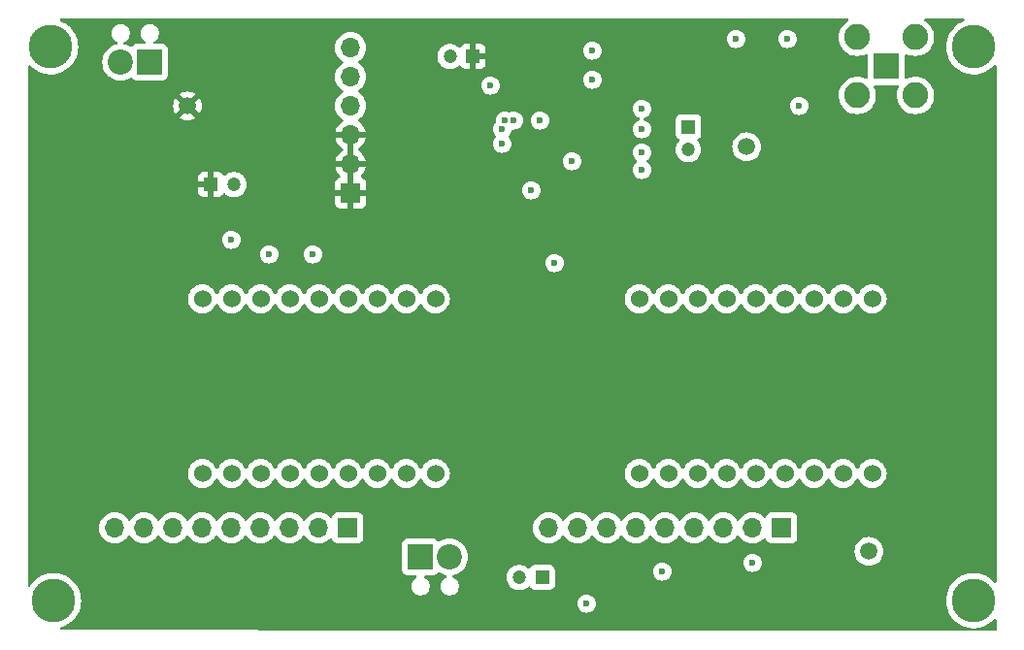
<source format=gbr>
%TF.GenerationSoftware,KiCad,Pcbnew,8.0.1*%
%TF.CreationDate,2024-06-11T21:54:47-04:00*%
%TF.ProjectId,adc_fpga,6164635f-6670-4676-912e-6b696361645f,rev?*%
%TF.SameCoordinates,Original*%
%TF.FileFunction,Copper,L4,Bot*%
%TF.FilePolarity,Positive*%
%FSLAX46Y46*%
G04 Gerber Fmt 4.6, Leading zero omitted, Abs format (unit mm)*
G04 Created by KiCad (PCBNEW 8.0.1) date 2024-06-11 21:54:47*
%MOMM*%
%LPD*%
G01*
G04 APERTURE LIST*
%TA.AperFunction,ComponentPad*%
%ADD10C,1.500000*%
%TD*%
%TA.AperFunction,ComponentPad*%
%ADD11R,1.200000X1.200000*%
%TD*%
%TA.AperFunction,ComponentPad*%
%ADD12C,1.200000*%
%TD*%
%TA.AperFunction,ComponentPad*%
%ADD13C,3.800000*%
%TD*%
%TA.AperFunction,ComponentPad*%
%ADD14R,1.700000X1.700000*%
%TD*%
%TA.AperFunction,ComponentPad*%
%ADD15O,1.700000X1.700000*%
%TD*%
%TA.AperFunction,ComponentPad*%
%ADD16C,1.524000*%
%TD*%
%TA.AperFunction,ComponentPad*%
%ADD17R,2.200000X2.200000*%
%TD*%
%TA.AperFunction,ComponentPad*%
%ADD18C,2.200000*%
%TD*%
%TA.AperFunction,ComponentPad*%
%ADD19R,2.250000X2.250000*%
%TD*%
%TA.AperFunction,ComponentPad*%
%ADD20C,2.250000*%
%TD*%
%TA.AperFunction,ViaPad*%
%ADD21C,0.600000*%
%TD*%
G04 APERTURE END LIST*
D10*
%TO.P,TP2,1,1*%
%TO.N,Net-(U3-VRM)*%
X137668000Y-92710000D03*
%TD*%
D11*
%TO.P,C19,1*%
%TO.N,Net-(U1--)*%
X119844600Y-130302000D03*
D12*
%TO.P,C19,2*%
%TO.N,Net-(J2-Pin_1)*%
X117844600Y-130302000D03*
%TD*%
D13*
%TO.P,REF\u002A\u002A,1*%
%TO.N,GND*%
X157480000Y-132334000D03*
%TD*%
D14*
%TO.P,J3,1*%
%TO.N,Net-(U2-A3)*%
X140716000Y-125984000D03*
D15*
%TO.P,J3,2*%
%TO.N,Net-(U2-B4)*%
X138176000Y-125984000D03*
%TO.P,J3,3*%
%TO.N,Net-(U2-B3)*%
X135636000Y-125984000D03*
%TO.P,J3,4*%
%TO.N,Net-(U2-C1)*%
X133096000Y-125984000D03*
%TO.P,J3,5*%
%TO.N,Net-(U2-B1)*%
X130556000Y-125984000D03*
%TO.P,J3,6*%
%TO.N,Net-(U2-B2)*%
X128016000Y-125984000D03*
%TO.P,J3,7*%
%TO.N,Net-(U2-A2)*%
X125476000Y-125984000D03*
%TO.P,J3,8*%
%TO.N,Net-(U2-C5)*%
X122936000Y-125984000D03*
%TO.P,J3,9*%
%TO.N,GND*%
X120396000Y-125984000D03*
%TD*%
D16*
%TO.P,U2,1,L1*%
%TO.N,Net-(U2-L1)*%
X148615000Y-105990000D03*
%TO.P,U2,2,M4*%
%TO.N,Net-(U2-M4)*%
X146075000Y-105990000D03*
%TO.P,U2,3,M3*%
%TO.N,Net-(U2-M3)*%
X143535000Y-105990000D03*
%TO.P,U2,4,N2*%
%TO.N,Net-(U2-N2)*%
X140995000Y-105990000D03*
%TO.P,U2,5,M2*%
%TO.N,Net-(U2-M2)*%
X138455000Y-105990000D03*
%TO.P,U2,6,P3*%
%TO.N,Net-(U2-P3)*%
X135915000Y-105990000D03*
%TO.P,U2,7,N3*%
%TO.N,Net-(U2-N3)*%
X133375000Y-105990000D03*
%TO.P,U2,8,P1*%
%TO.N,Net-(U2-P1)*%
X130835000Y-105990000D03*
%TO.P,U2,9,N1*%
%TO.N,Net-(U2-N1)*%
X128295000Y-105990000D03*
%TO.P,U2,16,P14*%
%TO.N,Net-(U2-P14)*%
X110515000Y-105990000D03*
%TO.P,U2,17,P15*%
%TO.N,Net-(U2-P15)*%
X107975000Y-105990000D03*
%TO.P,U2,18,N13*%
%TO.N,Net-(U2-N13)*%
X105435000Y-105990000D03*
%TO.P,U2,19,N15*%
%TO.N,Net-(U2-N15)*%
X102895000Y-105990000D03*
%TO.P,U2,20,N14*%
%TO.N,Net-(U2-N14)*%
X100355000Y-105990000D03*
%TO.P,U2,21,M15*%
%TO.N,Net-(U2-M15)*%
X97815000Y-105990000D03*
%TO.P,U2,22,M14*%
%TO.N,Net-(U2-M14)*%
X95275000Y-105990000D03*
%TO.P,U2,23,L15*%
%TO.N,Net-(U2-L15)*%
X92735000Y-105990000D03*
%TO.P,U2,24,VU*%
%TO.N,+5V*%
X90195000Y-105990000D03*
%TO.P,U2,25,GND*%
%TO.N,GND*%
X90195000Y-121230000D03*
%TO.P,U2,26,L14*%
%TO.N,Net-(U2-L14)*%
X92735000Y-121230000D03*
%TO.P,U2,27,K14*%
%TO.N,Net-(U2-K14)*%
X95275000Y-121230000D03*
%TO.P,U2,28,J15*%
%TO.N,Net-(U2-J15)*%
X97815000Y-121230000D03*
%TO.P,U2,29,L13*%
%TO.N,SCL3.3V*%
X100355000Y-121230000D03*
%TO.P,U2,30,M13*%
%TO.N,SDA3.3V*%
X102895000Y-121230000D03*
%TO.P,U2,31,J11*%
%TO.N,Net-(U2-J11)*%
X105435000Y-121230000D03*
%TO.P,U2,32,A32*%
%TO.N,Net-(U2-A32)*%
X107975000Y-121230000D03*
%TO.P,U2,33,A33*%
%TO.N,Net-(U2-A33)*%
X110515000Y-121230000D03*
%TO.P,U2,40,C5*%
%TO.N,Net-(U2-C5)*%
X128295000Y-121230000D03*
%TO.P,U2,41,A2*%
%TO.N,Net-(U2-A2)*%
X130835000Y-121230000D03*
%TO.P,U2,42,B2*%
%TO.N,Net-(U2-B2)*%
X133375000Y-121230000D03*
%TO.P,U2,43,B1*%
%TO.N,Net-(U2-B1)*%
X135915000Y-121230000D03*
%TO.P,U2,44,C1*%
%TO.N,Net-(U2-C1)*%
X138455000Y-121230000D03*
%TO.P,U2,45,B3*%
%TO.N,Net-(U2-B3)*%
X140995000Y-121230000D03*
%TO.P,U2,46,B4*%
%TO.N,Net-(U2-B4)*%
X143535000Y-121230000D03*
%TO.P,U2,47,A3*%
%TO.N,Net-(U2-A3)*%
X146075000Y-121230000D03*
%TO.P,U2,48,A4*%
%TO.N,Net-(U2-A4)*%
X148615000Y-121230000D03*
%TD*%
D10*
%TO.P,TP1,1,1*%
%TO.N,Net-(U2-A4)*%
X148336000Y-128016000D03*
%TD*%
D13*
%TO.P,REF\u002A\u002A,1*%
%TO.N,GND*%
X157480000Y-84000000D03*
%TD*%
D17*
%TO.P,J2,1,Pin_1*%
%TO.N,Net-(J2-Pin_1)*%
X109220000Y-128524000D03*
D18*
%TO.P,J2,2,Pin_2*%
%TO.N,GND*%
X111760000Y-128524000D03*
%TD*%
D14*
%TO.P,J6,1*%
%TO.N,+3.3V*%
X103124000Y-96774000D03*
D15*
%TO.P,J6,2*%
X103124000Y-94234000D03*
%TO.P,J6,3*%
X103124000Y-91694000D03*
%TO.P,J6,4*%
%TO.N,GND*%
X103124000Y-89154000D03*
%TO.P,J6,5*%
X103124000Y-86614000D03*
%TO.P,J6,6*%
X103124000Y-84074000D03*
%TD*%
D14*
%TO.P,J5,1*%
%TO.N,Net-(U2-A33)*%
X102870000Y-125984000D03*
D15*
%TO.P,J5,2*%
%TO.N,Net-(U2-A32)*%
X100330000Y-125984000D03*
%TO.P,J5,3*%
%TO.N,Net-(U2-J11)*%
X97790000Y-125984000D03*
%TO.P,J5,4*%
%TO.N,SDA5V*%
X95250000Y-125984000D03*
%TO.P,J5,5*%
%TO.N,SCL5V*%
X92710000Y-125984000D03*
%TO.P,J5,6*%
%TO.N,Net-(U2-J15)*%
X90170000Y-125984000D03*
%TO.P,J5,7*%
%TO.N,Net-(U2-K14)*%
X87630000Y-125984000D03*
%TO.P,J5,8*%
%TO.N,Net-(U2-L14)*%
X85090000Y-125984000D03*
%TO.P,J5,9*%
%TO.N,GND*%
X82550000Y-125984000D03*
%TD*%
D11*
%TO.P,C15,1*%
%TO.N,+3.3V*%
X90932000Y-96012000D03*
D12*
%TO.P,C15,2*%
%TO.N,GND*%
X92932000Y-96012000D03*
%TD*%
D11*
%TO.P,C8,1*%
%TO.N,Net-(U3-VRP)*%
X132588000Y-90975401D03*
D12*
%TO.P,C8,2*%
%TO.N,Net-(U3-VRN)*%
X132588000Y-92975401D03*
%TD*%
D11*
%TO.P,C4,1*%
%TO.N,+3.3V*%
X113792000Y-84836000D03*
D12*
%TO.P,C4,2*%
%TO.N,GND*%
X111792000Y-84836000D03*
%TD*%
D19*
%TO.P,J1,1,In*%
%TO.N,Net-(J1-In)*%
X149860000Y-85705500D03*
D20*
%TO.P,J1,2,Ext*%
%TO.N,GND*%
X152400000Y-83165500D03*
X147320000Y-83165500D03*
X152400000Y-88245500D03*
X147320000Y-88245500D03*
%TD*%
D13*
%TO.P,REF\u002A\u002A,1*%
%TO.N,GND*%
X77216000Y-132334000D03*
%TD*%
D17*
%TO.P,J4,1,Pin_1*%
%TO.N,GND*%
X85598000Y-85344000D03*
D18*
%TO.P,J4,2,Pin_2*%
%TO.N,+5V*%
X83058000Y-85344000D03*
%TD*%
D10*
%TO.P,TP4,1,1*%
%TO.N,+3.3V*%
X88900000Y-89154000D03*
%TD*%
D13*
%TO.P,REF\u002A\u002A,1*%
%TO.N,GND*%
X76962000Y-84000000D03*
%TD*%
D21*
%TO.N,GND*%
X142240000Y-89154000D03*
X128524000Y-94742000D03*
X128524000Y-93218000D03*
X124206000Y-86868000D03*
X118872000Y-96520000D03*
X130302000Y-129794000D03*
X122428000Y-93980000D03*
X115316000Y-87376000D03*
X119634000Y-90424000D03*
X116586000Y-90424000D03*
X128524000Y-91186000D03*
X136736000Y-83312000D03*
X99822000Y-102108000D03*
X123698000Y-132588000D03*
X120904000Y-102870000D03*
X141224000Y-83312000D03*
X138176000Y-129032000D03*
X96012000Y-102108000D03*
X116332000Y-92456000D03*
X117348000Y-90424000D03*
X116332000Y-91186000D03*
X128524000Y-89408000D03*
X124206000Y-84328000D03*
X92710000Y-100838000D03*
%TO.N,+3.3V*%
X120142000Y-96520000D03*
X90424000Y-132588000D03*
X118364000Y-90932000D03*
X95504000Y-132588000D03*
X121920000Y-92456000D03*
%TD*%
%TA.AperFunction,Conductor*%
%TO.N,+3.3V*%
G36*
X103374000Y-96340988D02*
G01*
X103316993Y-96308075D01*
X103189826Y-96274000D01*
X103058174Y-96274000D01*
X102931007Y-96308075D01*
X102874000Y-96340988D01*
X102874000Y-94667012D01*
X102931007Y-94699925D01*
X103058174Y-94734000D01*
X103189826Y-94734000D01*
X103316993Y-94699925D01*
X103374000Y-94667012D01*
X103374000Y-96340988D01*
G37*
%TD.AperFunction*%
%TA.AperFunction,Conductor*%
G36*
X103374000Y-93800988D02*
G01*
X103316993Y-93768075D01*
X103189826Y-93734000D01*
X103058174Y-93734000D01*
X102931007Y-93768075D01*
X102874000Y-93800988D01*
X102874000Y-92127012D01*
X102931007Y-92159925D01*
X103058174Y-92194000D01*
X103189826Y-92194000D01*
X103316993Y-92159925D01*
X103374000Y-92127012D01*
X103374000Y-93800988D01*
G37*
%TD.AperFunction*%
%TA.AperFunction,Conductor*%
G36*
X146510961Y-81546185D02*
G01*
X146556716Y-81598989D01*
X146566660Y-81668147D01*
X146537635Y-81731703D01*
X146508712Y-81756227D01*
X146361603Y-81846375D01*
X146361598Y-81846378D01*
X146167044Y-82012544D01*
X146000878Y-82207098D01*
X146000875Y-82207103D01*
X145867190Y-82425257D01*
X145867188Y-82425260D01*
X145769279Y-82661635D01*
X145764346Y-82682184D01*
X145712061Y-82899965D01*
X145709547Y-82910435D01*
X145689474Y-83165500D01*
X145709547Y-83420564D01*
X145709547Y-83420567D01*
X145709548Y-83420570D01*
X145769278Y-83669360D01*
X145769279Y-83669364D01*
X145867188Y-83905739D01*
X145867190Y-83905742D01*
X146000875Y-84123896D01*
X146000878Y-84123901D01*
X146055771Y-84188172D01*
X146167044Y-84318456D01*
X146262922Y-84400343D01*
X146361598Y-84484621D01*
X146361600Y-84484622D01*
X146361601Y-84484623D01*
X146543254Y-84595940D01*
X146579757Y-84618309D01*
X146579760Y-84618311D01*
X146779492Y-84701042D01*
X146816140Y-84716222D01*
X147064930Y-84775952D01*
X147320000Y-84796026D01*
X147575070Y-84775952D01*
X147823860Y-84716222D01*
X148060243Y-84618309D01*
X148060245Y-84618307D01*
X148063047Y-84617147D01*
X148132517Y-84609678D01*
X148194996Y-84640953D01*
X148230648Y-84701042D01*
X148234500Y-84731708D01*
X148234500Y-86679291D01*
X148214815Y-86746330D01*
X148162011Y-86792085D01*
X148092853Y-86802029D01*
X148063048Y-86793852D01*
X147823864Y-86694779D01*
X147798731Y-86688745D01*
X147575070Y-86635048D01*
X147575067Y-86635047D01*
X147575064Y-86635047D01*
X147320000Y-86614974D01*
X147064935Y-86635047D01*
X147064931Y-86635047D01*
X147064930Y-86635048D01*
X146940535Y-86664913D01*
X146816135Y-86694779D01*
X146579760Y-86792688D01*
X146579757Y-86792690D01*
X146361603Y-86926375D01*
X146361598Y-86926378D01*
X146167044Y-87092544D01*
X146000878Y-87287098D01*
X146000875Y-87287103D01*
X145867190Y-87505257D01*
X145867188Y-87505260D01*
X145769279Y-87741635D01*
X145769279Y-87741637D01*
X145769278Y-87741640D01*
X145712061Y-87979965D01*
X145709547Y-87990435D01*
X145689474Y-88245500D01*
X145709547Y-88500564D01*
X145709547Y-88500567D01*
X145709548Y-88500570D01*
X145745841Y-88651738D01*
X145769279Y-88749364D01*
X145867188Y-88985739D01*
X145867190Y-88985742D01*
X146000875Y-89203896D01*
X146000878Y-89203901D01*
X146073641Y-89289095D01*
X146167044Y-89398456D01*
X146290061Y-89503522D01*
X146361598Y-89564621D01*
X146361600Y-89564622D01*
X146361601Y-89564623D01*
X146574184Y-89694894D01*
X146579757Y-89698309D01*
X146579760Y-89698311D01*
X146786189Y-89783816D01*
X146816140Y-89796222D01*
X147064930Y-89855952D01*
X147320000Y-89876026D01*
X147575070Y-89855952D01*
X147823860Y-89796222D01*
X147942051Y-89747265D01*
X148060239Y-89698311D01*
X148060240Y-89698310D01*
X148060243Y-89698309D01*
X148278399Y-89564623D01*
X148472956Y-89398456D01*
X148639123Y-89203899D01*
X148772809Y-88985743D01*
X148777363Y-88974750D01*
X148821765Y-88867551D01*
X148870722Y-88749360D01*
X148930452Y-88500570D01*
X148950526Y-88245500D01*
X148930452Y-87990430D01*
X148870722Y-87741640D01*
X148772809Y-87505257D01*
X148772808Y-87505256D01*
X148771647Y-87502452D01*
X148764178Y-87432982D01*
X148795453Y-87370503D01*
X148855542Y-87334851D01*
X148886200Y-87330999D01*
X150833791Y-87330999D01*
X150900830Y-87350684D01*
X150946585Y-87403488D01*
X150956529Y-87472646D01*
X150948352Y-87502451D01*
X150849279Y-87741635D01*
X150849279Y-87741637D01*
X150849278Y-87741640D01*
X150792061Y-87979965D01*
X150789547Y-87990435D01*
X150769474Y-88245500D01*
X150789547Y-88500564D01*
X150789547Y-88500567D01*
X150789548Y-88500570D01*
X150825841Y-88651738D01*
X150849279Y-88749364D01*
X150947188Y-88985739D01*
X150947190Y-88985742D01*
X151080875Y-89203896D01*
X151080878Y-89203901D01*
X151153641Y-89289095D01*
X151247044Y-89398456D01*
X151370061Y-89503522D01*
X151441598Y-89564621D01*
X151441600Y-89564622D01*
X151441601Y-89564623D01*
X151654184Y-89694894D01*
X151659757Y-89698309D01*
X151659760Y-89698311D01*
X151866189Y-89783816D01*
X151896140Y-89796222D01*
X152144930Y-89855952D01*
X152400000Y-89876026D01*
X152655070Y-89855952D01*
X152903860Y-89796222D01*
X153022051Y-89747265D01*
X153140239Y-89698311D01*
X153140240Y-89698310D01*
X153140243Y-89698309D01*
X153358399Y-89564623D01*
X153552956Y-89398456D01*
X153719123Y-89203899D01*
X153852809Y-88985743D01*
X153857363Y-88974750D01*
X153901765Y-88867551D01*
X153950722Y-88749360D01*
X154010452Y-88500570D01*
X154030526Y-88245500D01*
X154010452Y-87990430D01*
X153950722Y-87741640D01*
X153944046Y-87725522D01*
X153852811Y-87505260D01*
X153852809Y-87505257D01*
X153719124Y-87287103D01*
X153719121Y-87287098D01*
X153641952Y-87196745D01*
X153552956Y-87092544D01*
X153385412Y-86949448D01*
X153358401Y-86926378D01*
X153358396Y-86926375D01*
X153140242Y-86792690D01*
X153140239Y-86792688D01*
X152903864Y-86694779D01*
X152878731Y-86688745D01*
X152655070Y-86635048D01*
X152655067Y-86635047D01*
X152655064Y-86635047D01*
X152400000Y-86614974D01*
X152144935Y-86635047D01*
X152144931Y-86635047D01*
X152144930Y-86635048D01*
X152020535Y-86664913D01*
X151896135Y-86694779D01*
X151656951Y-86793852D01*
X151587482Y-86801321D01*
X151525003Y-86770046D01*
X151489351Y-86709956D01*
X151485499Y-86679298D01*
X151485499Y-84731707D01*
X151505184Y-84664669D01*
X151557988Y-84618914D01*
X151627146Y-84608970D01*
X151656952Y-84617147D01*
X151659756Y-84618308D01*
X151659757Y-84618309D01*
X151896140Y-84716222D01*
X152144930Y-84775952D01*
X152400000Y-84796026D01*
X152655070Y-84775952D01*
X152903860Y-84716222D01*
X153085576Y-84640953D01*
X153140239Y-84618311D01*
X153140240Y-84618310D01*
X153140243Y-84618309D01*
X153358399Y-84484623D01*
X153552956Y-84318456D01*
X153719123Y-84123899D01*
X153852809Y-83905743D01*
X153860799Y-83886455D01*
X153913875Y-83758317D01*
X153950722Y-83669360D01*
X154010452Y-83420570D01*
X154030526Y-83165500D01*
X154010452Y-82910430D01*
X153950722Y-82661640D01*
X153919487Y-82586232D01*
X153852811Y-82425260D01*
X153852809Y-82425257D01*
X153776403Y-82300573D01*
X153719123Y-82207101D01*
X153719122Y-82207100D01*
X153719121Y-82207098D01*
X153623040Y-82094602D01*
X153552956Y-82012544D01*
X153446591Y-81921700D01*
X153358401Y-81846378D01*
X153358396Y-81846375D01*
X153211288Y-81756227D01*
X153164413Y-81704416D01*
X153152990Y-81635486D01*
X153180647Y-81571323D01*
X153238603Y-81532298D01*
X153276078Y-81526500D01*
X156556426Y-81526500D01*
X156623465Y-81546185D01*
X156669220Y-81598989D01*
X156679164Y-81668147D01*
X156650139Y-81731703D01*
X156602073Y-81765792D01*
X156455904Y-81823663D01*
X156455903Y-81823664D01*
X156191205Y-81969184D01*
X156191193Y-81969191D01*
X155946846Y-82146719D01*
X155946836Y-82146727D01*
X155726652Y-82353494D01*
X155534111Y-82586236D01*
X155372268Y-82841261D01*
X155372265Y-82841267D01*
X155243661Y-83114563D01*
X155243659Y-83114568D01*
X155150320Y-83401835D01*
X155150319Y-83401839D01*
X155150319Y-83401840D01*
X155144802Y-83430760D01*
X155093719Y-83698546D01*
X155093718Y-83698553D01*
X155074754Y-83999994D01*
X155074754Y-84000005D01*
X155093718Y-84301446D01*
X155093719Y-84301453D01*
X155098783Y-84328000D01*
X155147999Y-84586000D01*
X155150320Y-84598164D01*
X155243659Y-84885431D01*
X155243661Y-84885436D01*
X155372265Y-85158732D01*
X155372268Y-85158738D01*
X155534111Y-85413763D01*
X155534114Y-85413767D01*
X155534115Y-85413768D01*
X155714972Y-85632387D01*
X155726652Y-85646505D01*
X155946836Y-85853272D01*
X155946846Y-85853280D01*
X156191193Y-86030808D01*
X156191198Y-86030810D01*
X156191205Y-86030816D01*
X156455896Y-86176332D01*
X156455901Y-86176334D01*
X156455903Y-86176335D01*
X156455904Y-86176336D01*
X156736734Y-86287524D01*
X156736737Y-86287525D01*
X156834259Y-86312564D01*
X157029302Y-86362642D01*
X157176039Y-86381179D01*
X157328963Y-86400499D01*
X157328969Y-86400499D01*
X157328973Y-86400500D01*
X157328975Y-86400500D01*
X157631025Y-86400500D01*
X157631027Y-86400500D01*
X157631032Y-86400499D01*
X157631036Y-86400499D01*
X157710591Y-86390448D01*
X157930698Y-86362642D01*
X158223262Y-86287525D01*
X158223265Y-86287524D01*
X158504095Y-86176336D01*
X158504096Y-86176335D01*
X158504094Y-86176335D01*
X158504104Y-86176332D01*
X158768795Y-86030816D01*
X159013162Y-85853274D01*
X159233349Y-85646504D01*
X159254957Y-85620384D01*
X159312856Y-85581278D01*
X159382708Y-85579682D01*
X159442333Y-85616104D01*
X159472803Y-85678980D01*
X159474500Y-85699426D01*
X159474500Y-130634573D01*
X159454815Y-130701612D01*
X159402011Y-130747367D01*
X159332853Y-130757311D01*
X159269297Y-130728286D01*
X159254958Y-130713615D01*
X159233354Y-130687501D01*
X159233350Y-130687497D01*
X159013163Y-130480727D01*
X159013153Y-130480719D01*
X158768806Y-130303191D01*
X158768799Y-130303186D01*
X158768795Y-130303184D01*
X158504104Y-130157668D01*
X158504101Y-130157666D01*
X158504096Y-130157664D01*
X158504095Y-130157663D01*
X158223265Y-130046475D01*
X158223262Y-130046474D01*
X157930695Y-129971357D01*
X157631036Y-129933500D01*
X157631027Y-129933500D01*
X157328973Y-129933500D01*
X157328963Y-129933500D01*
X157029304Y-129971357D01*
X156736737Y-130046474D01*
X156736734Y-130046475D01*
X156455904Y-130157663D01*
X156455903Y-130157664D01*
X156191205Y-130303184D01*
X156191193Y-130303191D01*
X155946846Y-130480719D01*
X155946836Y-130480727D01*
X155726652Y-130687494D01*
X155534111Y-130920236D01*
X155372268Y-131175261D01*
X155372265Y-131175267D01*
X155243661Y-131448563D01*
X155243659Y-131448568D01*
X155150320Y-131735835D01*
X155093719Y-132032546D01*
X155093718Y-132032553D01*
X155074754Y-132333994D01*
X155074754Y-132334005D01*
X155093718Y-132635446D01*
X155093719Y-132635453D01*
X155150320Y-132932164D01*
X155243659Y-133219431D01*
X155243661Y-133219436D01*
X155372265Y-133492732D01*
X155372268Y-133492738D01*
X155534111Y-133747763D01*
X155534114Y-133747767D01*
X155534115Y-133747768D01*
X155705043Y-133954385D01*
X155726652Y-133980505D01*
X155946836Y-134187272D01*
X155946846Y-134187280D01*
X156191193Y-134364808D01*
X156191198Y-134364810D01*
X156191205Y-134364816D01*
X156455896Y-134510332D01*
X156455901Y-134510334D01*
X156455903Y-134510335D01*
X156455904Y-134510336D01*
X156736734Y-134621524D01*
X156736737Y-134621525D01*
X156808219Y-134639878D01*
X157029302Y-134696642D01*
X157176039Y-134715179D01*
X157328963Y-134734499D01*
X157328969Y-134734499D01*
X157328973Y-134734500D01*
X157328975Y-134734500D01*
X157631025Y-134734500D01*
X157631027Y-134734500D01*
X157631032Y-134734499D01*
X157631036Y-134734499D01*
X157710591Y-134724448D01*
X157930698Y-134696642D01*
X158223262Y-134621525D01*
X158223270Y-134621522D01*
X158504095Y-134510336D01*
X158504096Y-134510335D01*
X158504094Y-134510335D01*
X158504104Y-134510332D01*
X158768795Y-134364816D01*
X159013162Y-134187274D01*
X159233349Y-133980504D01*
X159254957Y-133954384D01*
X159312856Y-133915278D01*
X159382708Y-133913682D01*
X159442333Y-133950104D01*
X159472803Y-134012980D01*
X159474500Y-134033426D01*
X159474500Y-134862500D01*
X159454815Y-134929539D01*
X159402011Y-134975294D01*
X159350500Y-134986500D01*
X112505037Y-134986500D01*
X112504666Y-134986499D01*
X77922230Y-134882958D01*
X77855250Y-134863073D01*
X77809653Y-134810133D01*
X77799917Y-134740945D01*
X77829132Y-134677476D01*
X77888023Y-134639878D01*
X77891698Y-134638872D01*
X77959262Y-134621525D01*
X78055743Y-134583325D01*
X78240095Y-134510336D01*
X78240096Y-134510335D01*
X78240094Y-134510335D01*
X78240104Y-134510332D01*
X78504795Y-134364816D01*
X78749162Y-134187274D01*
X78969349Y-133980504D01*
X79161885Y-133747768D01*
X79323733Y-133492736D01*
X79452341Y-133219430D01*
X79545681Y-132932160D01*
X79602280Y-132635457D01*
X79605266Y-132588003D01*
X122892435Y-132588003D01*
X122912630Y-132767249D01*
X122912631Y-132767254D01*
X122972211Y-132937523D01*
X123068184Y-133090262D01*
X123195738Y-133217816D01*
X123348478Y-133313789D01*
X123518745Y-133373368D01*
X123518750Y-133373369D01*
X123697996Y-133393565D01*
X123698000Y-133393565D01*
X123698004Y-133393565D01*
X123877249Y-133373369D01*
X123877252Y-133373368D01*
X123877255Y-133373368D01*
X124047522Y-133313789D01*
X124200262Y-133217816D01*
X124327816Y-133090262D01*
X124423789Y-132937522D01*
X124483368Y-132767255D01*
X124498218Y-132635457D01*
X124503565Y-132588003D01*
X124503565Y-132587996D01*
X124483369Y-132408750D01*
X124483368Y-132408745D01*
X124457215Y-132334005D01*
X124423789Y-132238478D01*
X124327816Y-132085738D01*
X124200262Y-131958184D01*
X124047523Y-131862211D01*
X123877254Y-131802631D01*
X123877249Y-131802630D01*
X123698004Y-131782435D01*
X123697996Y-131782435D01*
X123518750Y-131802630D01*
X123518745Y-131802631D01*
X123348476Y-131862211D01*
X123195737Y-131958184D01*
X123068184Y-132085737D01*
X122972211Y-132238476D01*
X122912631Y-132408745D01*
X122912630Y-132408750D01*
X122892435Y-132587996D01*
X122892435Y-132588003D01*
X79605266Y-132588003D01*
X79616543Y-132408750D01*
X79621246Y-132334005D01*
X79621246Y-132333994D01*
X79602281Y-132032553D01*
X79602280Y-132032546D01*
X79602280Y-132032543D01*
X79545681Y-131735840D01*
X79452341Y-131448570D01*
X79323733Y-131175264D01*
X79276055Y-131100135D01*
X79161888Y-130920236D01*
X79087660Y-130830510D01*
X78969349Y-130687496D01*
X78966500Y-130684821D01*
X78749163Y-130480727D01*
X78749153Y-130480719D01*
X78504806Y-130303191D01*
X78504799Y-130303186D01*
X78504795Y-130303184D01*
X78240104Y-130157668D01*
X78240101Y-130157666D01*
X78240096Y-130157664D01*
X78240095Y-130157663D01*
X77959265Y-130046475D01*
X77959262Y-130046474D01*
X77666695Y-129971357D01*
X77367036Y-129933500D01*
X77367027Y-129933500D01*
X77064973Y-129933500D01*
X77064963Y-129933500D01*
X76765304Y-129971357D01*
X76472737Y-130046474D01*
X76472734Y-130046475D01*
X76191904Y-130157663D01*
X76191903Y-130157664D01*
X75927205Y-130303184D01*
X75927193Y-130303191D01*
X75682846Y-130480719D01*
X75682836Y-130480727D01*
X75462652Y-130687494D01*
X75270114Y-130920233D01*
X75196197Y-131036708D01*
X75143655Y-131082763D01*
X75074554Y-131093102D01*
X75010834Y-131064440D01*
X74972724Y-131005879D01*
X74967500Y-130970265D01*
X74967500Y-129671870D01*
X107619500Y-129671870D01*
X107619501Y-129671876D01*
X107625908Y-129731483D01*
X107676202Y-129866328D01*
X107676206Y-129866335D01*
X107762452Y-129981544D01*
X107762455Y-129981547D01*
X107877664Y-130067793D01*
X107877671Y-130067797D01*
X108012517Y-130118091D01*
X108012516Y-130118091D01*
X108019444Y-130118835D01*
X108072127Y-130124500D01*
X108776427Y-130124499D01*
X108843464Y-130144183D01*
X108889219Y-130196987D01*
X108899163Y-130266146D01*
X108870138Y-130329702D01*
X108845316Y-130351601D01*
X108709711Y-130442210D01*
X108709707Y-130442213D01*
X108598213Y-130553707D01*
X108598210Y-130553711D01*
X108510609Y-130684814D01*
X108510602Y-130684827D01*
X108450264Y-130830498D01*
X108450261Y-130830510D01*
X108419500Y-130985153D01*
X108419500Y-131142846D01*
X108450261Y-131297489D01*
X108450264Y-131297501D01*
X108510602Y-131443172D01*
X108510609Y-131443185D01*
X108598210Y-131574288D01*
X108598213Y-131574292D01*
X108709707Y-131685786D01*
X108709711Y-131685789D01*
X108840814Y-131773390D01*
X108840827Y-131773397D01*
X108911408Y-131802632D01*
X108986503Y-131833737D01*
X109141153Y-131864499D01*
X109141156Y-131864500D01*
X109141158Y-131864500D01*
X109298844Y-131864500D01*
X109298845Y-131864499D01*
X109453497Y-131833737D01*
X109599179Y-131773394D01*
X109730289Y-131685789D01*
X109841789Y-131574289D01*
X109929394Y-131443179D01*
X109989737Y-131297497D01*
X110020500Y-131142842D01*
X110020500Y-130985158D01*
X110020500Y-130985155D01*
X110020499Y-130985153D01*
X110013481Y-130949872D01*
X109989737Y-130830503D01*
X109959420Y-130757311D01*
X109929397Y-130684827D01*
X109929390Y-130684814D01*
X109841789Y-130553711D01*
X109841786Y-130553707D01*
X109730292Y-130442213D01*
X109730288Y-130442210D01*
X109594683Y-130351601D01*
X109549878Y-130297989D01*
X109541171Y-130228664D01*
X109571326Y-130165636D01*
X109630769Y-130128917D01*
X109663571Y-130124499D01*
X110367872Y-130124499D01*
X110427483Y-130118091D01*
X110562331Y-130067796D01*
X110677546Y-129981546D01*
X110734928Y-129904893D01*
X110790860Y-129863024D01*
X110860552Y-129858040D01*
X110898983Y-129873479D01*
X111031140Y-129954466D01*
X111096523Y-129981548D01*
X111263889Y-130050873D01*
X111431043Y-130091003D01*
X111491634Y-130125792D01*
X111523799Y-130187818D01*
X111517323Y-130257387D01*
X111474264Y-130312411D01*
X111449550Y-130326137D01*
X111380820Y-130354606D01*
X111380814Y-130354609D01*
X111249711Y-130442210D01*
X111249707Y-130442213D01*
X111138213Y-130553707D01*
X111138210Y-130553711D01*
X111050609Y-130684814D01*
X111050602Y-130684827D01*
X110990264Y-130830498D01*
X110990261Y-130830510D01*
X110959500Y-130985153D01*
X110959500Y-131142846D01*
X110990261Y-131297489D01*
X110990264Y-131297501D01*
X111050602Y-131443172D01*
X111050609Y-131443185D01*
X111138210Y-131574288D01*
X111138213Y-131574292D01*
X111249707Y-131685786D01*
X111249711Y-131685789D01*
X111380814Y-131773390D01*
X111380827Y-131773397D01*
X111451408Y-131802632D01*
X111526503Y-131833737D01*
X111681153Y-131864499D01*
X111681156Y-131864500D01*
X111681158Y-131864500D01*
X111838844Y-131864500D01*
X111838845Y-131864499D01*
X111993497Y-131833737D01*
X112139179Y-131773394D01*
X112270289Y-131685789D01*
X112381789Y-131574289D01*
X112469394Y-131443179D01*
X112529737Y-131297497D01*
X112560500Y-131142842D01*
X112560500Y-130985158D01*
X112560500Y-130985155D01*
X112560499Y-130985153D01*
X112553481Y-130949872D01*
X112529737Y-130830503D01*
X112499420Y-130757311D01*
X112469397Y-130684827D01*
X112469390Y-130684814D01*
X112381789Y-130553711D01*
X112381786Y-130553707D01*
X112270292Y-130442213D01*
X112270288Y-130442210D01*
X112139185Y-130354609D01*
X112139175Y-130354604D01*
X112070450Y-130326137D01*
X112040498Y-130302000D01*
X116739385Y-130302000D01*
X116758202Y-130505082D01*
X116814017Y-130701247D01*
X116814022Y-130701260D01*
X116904927Y-130883821D01*
X117027837Y-131046581D01*
X117178558Y-131183980D01*
X117178560Y-131183982D01*
X117178562Y-131183983D01*
X117351963Y-131291348D01*
X117542144Y-131365024D01*
X117742624Y-131402500D01*
X117742626Y-131402500D01*
X117946574Y-131402500D01*
X117946576Y-131402500D01*
X118147056Y-131365024D01*
X118337237Y-131291348D01*
X118510641Y-131183981D01*
X118602617Y-131100133D01*
X118665418Y-131069518D01*
X118734805Y-131077715D01*
X118788746Y-131122125D01*
X118796273Y-131136698D01*
X118796553Y-131136546D01*
X118800806Y-131144335D01*
X118887052Y-131259544D01*
X118887055Y-131259547D01*
X119002264Y-131345793D01*
X119002271Y-131345797D01*
X119137117Y-131396091D01*
X119137116Y-131396091D01*
X119144044Y-131396835D01*
X119196727Y-131402500D01*
X120492472Y-131402499D01*
X120552083Y-131396091D01*
X120686931Y-131345796D01*
X120802146Y-131259546D01*
X120888396Y-131144331D01*
X120938691Y-131009483D01*
X120945100Y-130949873D01*
X120945099Y-129794003D01*
X129496435Y-129794003D01*
X129516630Y-129973249D01*
X129516631Y-129973254D01*
X129576211Y-130143523D01*
X129629709Y-130228664D01*
X129672184Y-130296262D01*
X129799738Y-130423816D01*
X129829017Y-130442213D01*
X129929073Y-130505083D01*
X129952478Y-130519789D01*
X130049410Y-130553707D01*
X130122745Y-130579368D01*
X130122750Y-130579369D01*
X130301996Y-130599565D01*
X130302000Y-130599565D01*
X130302004Y-130599565D01*
X130481249Y-130579369D01*
X130481252Y-130579368D01*
X130481255Y-130579368D01*
X130651522Y-130519789D01*
X130804262Y-130423816D01*
X130931816Y-130296262D01*
X131027789Y-130143522D01*
X131087368Y-129973255D01*
X131089485Y-129954466D01*
X131107565Y-129794003D01*
X131107565Y-129793996D01*
X131087369Y-129614750D01*
X131087368Y-129614745D01*
X131035898Y-129467653D01*
X131027789Y-129444478D01*
X131012420Y-129420019D01*
X130944957Y-129312652D01*
X130931816Y-129291738D01*
X130804262Y-129164184D01*
X130707051Y-129103102D01*
X130651523Y-129068211D01*
X130548047Y-129032003D01*
X137370435Y-129032003D01*
X137390630Y-129211249D01*
X137390631Y-129211254D01*
X137450211Y-129381523D01*
X137537879Y-129521045D01*
X137546184Y-129534262D01*
X137673738Y-129661816D01*
X137826478Y-129757789D01*
X137996745Y-129817368D01*
X137996750Y-129817369D01*
X138175996Y-129837565D01*
X138176000Y-129837565D01*
X138176004Y-129837565D01*
X138355249Y-129817369D01*
X138355252Y-129817368D01*
X138355255Y-129817368D01*
X138525522Y-129757789D01*
X138678262Y-129661816D01*
X138805816Y-129534262D01*
X138901789Y-129381522D01*
X138961368Y-129211255D01*
X138962467Y-129201500D01*
X138981565Y-129032003D01*
X138981565Y-129031996D01*
X138961369Y-128852750D01*
X138961368Y-128852745D01*
X138934217Y-128775151D01*
X138901789Y-128682478D01*
X138805816Y-128529738D01*
X138678262Y-128402184D01*
X138525523Y-128306211D01*
X138355254Y-128246631D01*
X138355249Y-128246630D01*
X138176004Y-128226435D01*
X138175996Y-128226435D01*
X137996750Y-128246630D01*
X137996745Y-128246631D01*
X137826476Y-128306211D01*
X137673737Y-128402184D01*
X137546184Y-128529737D01*
X137450211Y-128682476D01*
X137390631Y-128852745D01*
X137390630Y-128852750D01*
X137370435Y-129031996D01*
X137370435Y-129032003D01*
X130548047Y-129032003D01*
X130481254Y-129008631D01*
X130481249Y-129008630D01*
X130302004Y-128988435D01*
X130301996Y-128988435D01*
X130122750Y-129008630D01*
X130122745Y-129008631D01*
X129952476Y-129068211D01*
X129799737Y-129164184D01*
X129672184Y-129291737D01*
X129576211Y-129444476D01*
X129516631Y-129614745D01*
X129516630Y-129614750D01*
X129496435Y-129793996D01*
X129496435Y-129794003D01*
X120945099Y-129794003D01*
X120945099Y-129654128D01*
X120938691Y-129594517D01*
X120916217Y-129534262D01*
X120888397Y-129459671D01*
X120888393Y-129459664D01*
X120802147Y-129344455D01*
X120802144Y-129344452D01*
X120686935Y-129258206D01*
X120686928Y-129258202D01*
X120552082Y-129207908D01*
X120552083Y-129207908D01*
X120492483Y-129201501D01*
X120492481Y-129201500D01*
X120492473Y-129201500D01*
X120492464Y-129201500D01*
X119196729Y-129201500D01*
X119196723Y-129201501D01*
X119137116Y-129207908D01*
X119002271Y-129258202D01*
X119002264Y-129258206D01*
X118887055Y-129344452D01*
X118887052Y-129344455D01*
X118800806Y-129459664D01*
X118796553Y-129467454D01*
X118794341Y-129466246D01*
X118760440Y-129511511D01*
X118694970Y-129535913D01*
X118626701Y-129521045D01*
X118602615Y-129503864D01*
X118510641Y-129420019D01*
X118510639Y-129420017D01*
X118337242Y-129312655D01*
X118337235Y-129312651D01*
X118230435Y-129271277D01*
X118147056Y-129238976D01*
X117946576Y-129201500D01*
X117742624Y-129201500D01*
X117542144Y-129238976D01*
X117542141Y-129238976D01*
X117542141Y-129238977D01*
X117351964Y-129312651D01*
X117351957Y-129312655D01*
X117178560Y-129420017D01*
X117178558Y-129420019D01*
X117027837Y-129557418D01*
X116904927Y-129720178D01*
X116814022Y-129902739D01*
X116814017Y-129902752D01*
X116758202Y-130098917D01*
X116739385Y-130301999D01*
X116739385Y-130302000D01*
X112040498Y-130302000D01*
X112016047Y-130282296D01*
X111993982Y-130216001D01*
X112011261Y-130148302D01*
X112062399Y-130100692D01*
X112088950Y-130091004D01*
X112256111Y-130050873D01*
X112488859Y-129954466D01*
X112703659Y-129822836D01*
X112895224Y-129659224D01*
X113058836Y-129467659D01*
X113190466Y-129252859D01*
X113286873Y-129020111D01*
X113345683Y-128775148D01*
X113365449Y-128524000D01*
X113345683Y-128272852D01*
X113286873Y-128027889D01*
X113281949Y-128016002D01*
X147080723Y-128016002D01*
X147099793Y-128233975D01*
X147099793Y-128233979D01*
X147156422Y-128445322D01*
X147156424Y-128445326D01*
X147156425Y-128445330D01*
X147195785Y-128529737D01*
X147248897Y-128643638D01*
X147248898Y-128643639D01*
X147374402Y-128822877D01*
X147529123Y-128977598D01*
X147708361Y-129103102D01*
X147906670Y-129195575D01*
X148118023Y-129252207D01*
X148300926Y-129268208D01*
X148335998Y-129271277D01*
X148336000Y-129271277D01*
X148336002Y-129271277D01*
X148364254Y-129268805D01*
X148553977Y-129252207D01*
X148765330Y-129195575D01*
X148963639Y-129103102D01*
X149142877Y-128977598D01*
X149297598Y-128822877D01*
X149423102Y-128643639D01*
X149515575Y-128445330D01*
X149572207Y-128233977D01*
X149591277Y-128016000D01*
X149572207Y-127798023D01*
X149515575Y-127586670D01*
X149423102Y-127388362D01*
X149423100Y-127388359D01*
X149423099Y-127388357D01*
X149297599Y-127209124D01*
X149231579Y-127143104D01*
X149142877Y-127054402D01*
X149004978Y-126957844D01*
X148963638Y-126928897D01*
X148862774Y-126881864D01*
X148765330Y-126836425D01*
X148765326Y-126836424D01*
X148765322Y-126836422D01*
X148553977Y-126779793D01*
X148336002Y-126760723D01*
X148335998Y-126760723D01*
X148190682Y-126773436D01*
X148118023Y-126779793D01*
X148118020Y-126779793D01*
X147906677Y-126836422D01*
X147906668Y-126836426D01*
X147708361Y-126928898D01*
X147708357Y-126928900D01*
X147529121Y-127054402D01*
X147374402Y-127209121D01*
X147248900Y-127388357D01*
X147248898Y-127388361D01*
X147156426Y-127586668D01*
X147156422Y-127586677D01*
X147099793Y-127798020D01*
X147099793Y-127798024D01*
X147080723Y-128015997D01*
X147080723Y-128016002D01*
X113281949Y-128016002D01*
X113281947Y-128015997D01*
X113190466Y-127795140D01*
X113058839Y-127580346D01*
X113058838Y-127580343D01*
X113021875Y-127537066D01*
X112895224Y-127388776D01*
X112741994Y-127257905D01*
X112703656Y-127225161D01*
X112703653Y-127225160D01*
X112488859Y-127093533D01*
X112256110Y-126997126D01*
X112011151Y-126938317D01*
X111760000Y-126918551D01*
X111508848Y-126938317D01*
X111263889Y-126997126D01*
X111031140Y-127093533D01*
X110898983Y-127174520D01*
X110831537Y-127192765D01*
X110764935Y-127171649D01*
X110734927Y-127143104D01*
X110677547Y-127066455D01*
X110677544Y-127066452D01*
X110562335Y-126980206D01*
X110562328Y-126980202D01*
X110427482Y-126929908D01*
X110427483Y-126929908D01*
X110367883Y-126923501D01*
X110367881Y-126923500D01*
X110367873Y-126923500D01*
X110367864Y-126923500D01*
X108072129Y-126923500D01*
X108072123Y-126923501D01*
X108012516Y-126929908D01*
X107877671Y-126980202D01*
X107877664Y-126980206D01*
X107762455Y-127066452D01*
X107762452Y-127066455D01*
X107676206Y-127181664D01*
X107676202Y-127181671D01*
X107625908Y-127316517D01*
X107619501Y-127376116D01*
X107619500Y-127376135D01*
X107619500Y-129671870D01*
X74967500Y-129671870D01*
X74967500Y-125984000D01*
X81194341Y-125984000D01*
X81214936Y-126219403D01*
X81214938Y-126219413D01*
X81276094Y-126447655D01*
X81276096Y-126447659D01*
X81276097Y-126447663D01*
X81280000Y-126456032D01*
X81375965Y-126661830D01*
X81375967Y-126661834D01*
X81484281Y-126816521D01*
X81511505Y-126855401D01*
X81678599Y-127022495D01*
X81775384Y-127090265D01*
X81872165Y-127158032D01*
X81872167Y-127158033D01*
X81872170Y-127158035D01*
X82086337Y-127257903D01*
X82314592Y-127319063D01*
X82491034Y-127334500D01*
X82549999Y-127339659D01*
X82550000Y-127339659D01*
X82550001Y-127339659D01*
X82608966Y-127334500D01*
X82785408Y-127319063D01*
X83013663Y-127257903D01*
X83227830Y-127158035D01*
X83421401Y-127022495D01*
X83588495Y-126855401D01*
X83718425Y-126669842D01*
X83773002Y-126626217D01*
X83842500Y-126619023D01*
X83904855Y-126650546D01*
X83921575Y-126669842D01*
X84051500Y-126855395D01*
X84051505Y-126855401D01*
X84218599Y-127022495D01*
X84315384Y-127090265D01*
X84412165Y-127158032D01*
X84412167Y-127158033D01*
X84412170Y-127158035D01*
X84626337Y-127257903D01*
X84854592Y-127319063D01*
X85031034Y-127334500D01*
X85089999Y-127339659D01*
X85090000Y-127339659D01*
X85090001Y-127339659D01*
X85148966Y-127334500D01*
X85325408Y-127319063D01*
X85553663Y-127257903D01*
X85767830Y-127158035D01*
X85961401Y-127022495D01*
X86128495Y-126855401D01*
X86258425Y-126669842D01*
X86313002Y-126626217D01*
X86382500Y-126619023D01*
X86444855Y-126650546D01*
X86461575Y-126669842D01*
X86591500Y-126855395D01*
X86591505Y-126855401D01*
X86758599Y-127022495D01*
X86855384Y-127090265D01*
X86952165Y-127158032D01*
X86952167Y-127158033D01*
X86952170Y-127158035D01*
X87166337Y-127257903D01*
X87394592Y-127319063D01*
X87571034Y-127334500D01*
X87629999Y-127339659D01*
X87630000Y-127339659D01*
X87630001Y-127339659D01*
X87688966Y-127334500D01*
X87865408Y-127319063D01*
X88093663Y-127257903D01*
X88307830Y-127158035D01*
X88501401Y-127022495D01*
X88668495Y-126855401D01*
X88798425Y-126669842D01*
X88853002Y-126626217D01*
X88922500Y-126619023D01*
X88984855Y-126650546D01*
X89001575Y-126669842D01*
X89131500Y-126855395D01*
X89131505Y-126855401D01*
X89298599Y-127022495D01*
X89395384Y-127090265D01*
X89492165Y-127158032D01*
X89492167Y-127158033D01*
X89492170Y-127158035D01*
X89706337Y-127257903D01*
X89934592Y-127319063D01*
X90111034Y-127334500D01*
X90169999Y-127339659D01*
X90170000Y-127339659D01*
X90170001Y-127339659D01*
X90228966Y-127334500D01*
X90405408Y-127319063D01*
X90633663Y-127257903D01*
X90847830Y-127158035D01*
X91041401Y-127022495D01*
X91208495Y-126855401D01*
X91338425Y-126669842D01*
X91393002Y-126626217D01*
X91462500Y-126619023D01*
X91524855Y-126650546D01*
X91541575Y-126669842D01*
X91671500Y-126855395D01*
X91671505Y-126855401D01*
X91838599Y-127022495D01*
X91935384Y-127090265D01*
X92032165Y-127158032D01*
X92032167Y-127158033D01*
X92032170Y-127158035D01*
X92246337Y-127257903D01*
X92474592Y-127319063D01*
X92651034Y-127334500D01*
X92709999Y-127339659D01*
X92710000Y-127339659D01*
X92710001Y-127339659D01*
X92768966Y-127334500D01*
X92945408Y-127319063D01*
X93173663Y-127257903D01*
X93387830Y-127158035D01*
X93581401Y-127022495D01*
X93748495Y-126855401D01*
X93878425Y-126669842D01*
X93933002Y-126626217D01*
X94002500Y-126619023D01*
X94064855Y-126650546D01*
X94081575Y-126669842D01*
X94211500Y-126855395D01*
X94211505Y-126855401D01*
X94378599Y-127022495D01*
X94475384Y-127090265D01*
X94572165Y-127158032D01*
X94572167Y-127158033D01*
X94572170Y-127158035D01*
X94786337Y-127257903D01*
X95014592Y-127319063D01*
X95191034Y-127334500D01*
X95249999Y-127339659D01*
X95250000Y-127339659D01*
X95250001Y-127339659D01*
X95308966Y-127334500D01*
X95485408Y-127319063D01*
X95713663Y-127257903D01*
X95927830Y-127158035D01*
X96121401Y-127022495D01*
X96288495Y-126855401D01*
X96418425Y-126669842D01*
X96473002Y-126626217D01*
X96542500Y-126619023D01*
X96604855Y-126650546D01*
X96621575Y-126669842D01*
X96751500Y-126855395D01*
X96751505Y-126855401D01*
X96918599Y-127022495D01*
X97015384Y-127090265D01*
X97112165Y-127158032D01*
X97112167Y-127158033D01*
X97112170Y-127158035D01*
X97326337Y-127257903D01*
X97554592Y-127319063D01*
X97731034Y-127334500D01*
X97789999Y-127339659D01*
X97790000Y-127339659D01*
X97790001Y-127339659D01*
X97848966Y-127334500D01*
X98025408Y-127319063D01*
X98253663Y-127257903D01*
X98467830Y-127158035D01*
X98661401Y-127022495D01*
X98828495Y-126855401D01*
X98958425Y-126669842D01*
X99013002Y-126626217D01*
X99082500Y-126619023D01*
X99144855Y-126650546D01*
X99161575Y-126669842D01*
X99291500Y-126855395D01*
X99291505Y-126855401D01*
X99458599Y-127022495D01*
X99555384Y-127090265D01*
X99652165Y-127158032D01*
X99652167Y-127158033D01*
X99652170Y-127158035D01*
X99866337Y-127257903D01*
X100094592Y-127319063D01*
X100271034Y-127334500D01*
X100329999Y-127339659D01*
X100330000Y-127339659D01*
X100330001Y-127339659D01*
X100388966Y-127334500D01*
X100565408Y-127319063D01*
X100793663Y-127257903D01*
X101007830Y-127158035D01*
X101201401Y-127022495D01*
X101323329Y-126900566D01*
X101384648Y-126867084D01*
X101454340Y-126872068D01*
X101510274Y-126913939D01*
X101527189Y-126944917D01*
X101576202Y-127076328D01*
X101576206Y-127076335D01*
X101662452Y-127191544D01*
X101662455Y-127191547D01*
X101777664Y-127277793D01*
X101777671Y-127277797D01*
X101912517Y-127328091D01*
X101912516Y-127328091D01*
X101919444Y-127328835D01*
X101972127Y-127334500D01*
X103767872Y-127334499D01*
X103827483Y-127328091D01*
X103962331Y-127277796D01*
X104077546Y-127191546D01*
X104163796Y-127076331D01*
X104214091Y-126941483D01*
X104220500Y-126881873D01*
X104220499Y-125984000D01*
X119040341Y-125984000D01*
X119060936Y-126219403D01*
X119060938Y-126219413D01*
X119122094Y-126447655D01*
X119122096Y-126447659D01*
X119122097Y-126447663D01*
X119126000Y-126456032D01*
X119221965Y-126661830D01*
X119221967Y-126661834D01*
X119330281Y-126816521D01*
X119357505Y-126855401D01*
X119524599Y-127022495D01*
X119621384Y-127090265D01*
X119718165Y-127158032D01*
X119718167Y-127158033D01*
X119718170Y-127158035D01*
X119932337Y-127257903D01*
X120160592Y-127319063D01*
X120337034Y-127334500D01*
X120395999Y-127339659D01*
X120396000Y-127339659D01*
X120396001Y-127339659D01*
X120454966Y-127334500D01*
X120631408Y-127319063D01*
X120859663Y-127257903D01*
X121073830Y-127158035D01*
X121267401Y-127022495D01*
X121434495Y-126855401D01*
X121564425Y-126669842D01*
X121619002Y-126626217D01*
X121688500Y-126619023D01*
X121750855Y-126650546D01*
X121767575Y-126669842D01*
X121897500Y-126855395D01*
X121897505Y-126855401D01*
X122064599Y-127022495D01*
X122161384Y-127090265D01*
X122258165Y-127158032D01*
X122258167Y-127158033D01*
X122258170Y-127158035D01*
X122472337Y-127257903D01*
X122700592Y-127319063D01*
X122877034Y-127334500D01*
X122935999Y-127339659D01*
X122936000Y-127339659D01*
X122936001Y-127339659D01*
X122994966Y-127334500D01*
X123171408Y-127319063D01*
X123399663Y-127257903D01*
X123613830Y-127158035D01*
X123807401Y-127022495D01*
X123974495Y-126855401D01*
X124104425Y-126669842D01*
X124159002Y-126626217D01*
X124228500Y-126619023D01*
X124290855Y-126650546D01*
X124307575Y-126669842D01*
X124437500Y-126855395D01*
X124437505Y-126855401D01*
X124604599Y-127022495D01*
X124701384Y-127090265D01*
X124798165Y-127158032D01*
X124798167Y-127158033D01*
X124798170Y-127158035D01*
X125012337Y-127257903D01*
X125240592Y-127319063D01*
X125417034Y-127334500D01*
X125475999Y-127339659D01*
X125476000Y-127339659D01*
X125476001Y-127339659D01*
X125534966Y-127334500D01*
X125711408Y-127319063D01*
X125939663Y-127257903D01*
X126153830Y-127158035D01*
X126347401Y-127022495D01*
X126514495Y-126855401D01*
X126644425Y-126669842D01*
X126699002Y-126626217D01*
X126768500Y-126619023D01*
X126830855Y-126650546D01*
X126847575Y-126669842D01*
X126977500Y-126855395D01*
X126977505Y-126855401D01*
X127144599Y-127022495D01*
X127241384Y-127090265D01*
X127338165Y-127158032D01*
X127338167Y-127158033D01*
X127338170Y-127158035D01*
X127552337Y-127257903D01*
X127780592Y-127319063D01*
X127957034Y-127334500D01*
X128015999Y-127339659D01*
X128016000Y-127339659D01*
X128016001Y-127339659D01*
X128074966Y-127334500D01*
X128251408Y-127319063D01*
X128479663Y-127257903D01*
X128693830Y-127158035D01*
X128887401Y-127022495D01*
X129054495Y-126855401D01*
X129184425Y-126669842D01*
X129239002Y-126626217D01*
X129308500Y-126619023D01*
X129370855Y-126650546D01*
X129387575Y-126669842D01*
X129517500Y-126855395D01*
X129517505Y-126855401D01*
X129684599Y-127022495D01*
X129781384Y-127090265D01*
X129878165Y-127158032D01*
X129878167Y-127158033D01*
X129878170Y-127158035D01*
X130092337Y-127257903D01*
X130320592Y-127319063D01*
X130497034Y-127334500D01*
X130555999Y-127339659D01*
X130556000Y-127339659D01*
X130556001Y-127339659D01*
X130614966Y-127334500D01*
X130791408Y-127319063D01*
X131019663Y-127257903D01*
X131233830Y-127158035D01*
X131427401Y-127022495D01*
X131594495Y-126855401D01*
X131724425Y-126669842D01*
X131779002Y-126626217D01*
X131848500Y-126619023D01*
X131910855Y-126650546D01*
X131927575Y-126669842D01*
X132057500Y-126855395D01*
X132057505Y-126855401D01*
X132224599Y-127022495D01*
X132321384Y-127090265D01*
X132418165Y-127158032D01*
X132418167Y-127158033D01*
X132418170Y-127158035D01*
X132632337Y-127257903D01*
X132860592Y-127319063D01*
X133037034Y-127334500D01*
X133095999Y-127339659D01*
X133096000Y-127339659D01*
X133096001Y-127339659D01*
X133154966Y-127334500D01*
X133331408Y-127319063D01*
X133559663Y-127257903D01*
X133773830Y-127158035D01*
X133967401Y-127022495D01*
X134134495Y-126855401D01*
X134264425Y-126669842D01*
X134319002Y-126626217D01*
X134388500Y-126619023D01*
X134450855Y-126650546D01*
X134467575Y-126669842D01*
X134597500Y-126855395D01*
X134597505Y-126855401D01*
X134764599Y-127022495D01*
X134861384Y-127090265D01*
X134958165Y-127158032D01*
X134958167Y-127158033D01*
X134958170Y-127158035D01*
X135172337Y-127257903D01*
X135400592Y-127319063D01*
X135577034Y-127334500D01*
X135635999Y-127339659D01*
X135636000Y-127339659D01*
X135636001Y-127339659D01*
X135694966Y-127334500D01*
X135871408Y-127319063D01*
X136099663Y-127257903D01*
X136313830Y-127158035D01*
X136507401Y-127022495D01*
X136674495Y-126855401D01*
X136804425Y-126669842D01*
X136859002Y-126626217D01*
X136928500Y-126619023D01*
X136990855Y-126650546D01*
X137007575Y-126669842D01*
X137137500Y-126855395D01*
X137137505Y-126855401D01*
X137304599Y-127022495D01*
X137401384Y-127090265D01*
X137498165Y-127158032D01*
X137498167Y-127158033D01*
X137498170Y-127158035D01*
X137712337Y-127257903D01*
X137940592Y-127319063D01*
X138117034Y-127334500D01*
X138175999Y-127339659D01*
X138176000Y-127339659D01*
X138176001Y-127339659D01*
X138234966Y-127334500D01*
X138411408Y-127319063D01*
X138639663Y-127257903D01*
X138853830Y-127158035D01*
X139047401Y-127022495D01*
X139169329Y-126900566D01*
X139230648Y-126867084D01*
X139300340Y-126872068D01*
X139356274Y-126913939D01*
X139373189Y-126944917D01*
X139422202Y-127076328D01*
X139422206Y-127076335D01*
X139508452Y-127191544D01*
X139508455Y-127191547D01*
X139623664Y-127277793D01*
X139623671Y-127277797D01*
X139758517Y-127328091D01*
X139758516Y-127328091D01*
X139765444Y-127328835D01*
X139818127Y-127334500D01*
X141613872Y-127334499D01*
X141673483Y-127328091D01*
X141808331Y-127277796D01*
X141923546Y-127191546D01*
X142009796Y-127076331D01*
X142060091Y-126941483D01*
X142066500Y-126881873D01*
X142066499Y-125086128D01*
X142060091Y-125026517D01*
X142058810Y-125023083D01*
X142009797Y-124891671D01*
X142009793Y-124891664D01*
X141923547Y-124776455D01*
X141923544Y-124776452D01*
X141808335Y-124690206D01*
X141808328Y-124690202D01*
X141673482Y-124639908D01*
X141673483Y-124639908D01*
X141613883Y-124633501D01*
X141613881Y-124633500D01*
X141613873Y-124633500D01*
X141613864Y-124633500D01*
X139818129Y-124633500D01*
X139818123Y-124633501D01*
X139758516Y-124639908D01*
X139623671Y-124690202D01*
X139623664Y-124690206D01*
X139508455Y-124776452D01*
X139508452Y-124776455D01*
X139422206Y-124891664D01*
X139422203Y-124891669D01*
X139373189Y-125023083D01*
X139331317Y-125079016D01*
X139265853Y-125103433D01*
X139197580Y-125088581D01*
X139169326Y-125067430D01*
X139047402Y-124945506D01*
X139047395Y-124945501D01*
X138853834Y-124809967D01*
X138853830Y-124809965D01*
X138853828Y-124809964D01*
X138639663Y-124710097D01*
X138639659Y-124710096D01*
X138639655Y-124710094D01*
X138411413Y-124648938D01*
X138411403Y-124648936D01*
X138176001Y-124628341D01*
X138175999Y-124628341D01*
X137940596Y-124648936D01*
X137940586Y-124648938D01*
X137712344Y-124710094D01*
X137712335Y-124710098D01*
X137498171Y-124809964D01*
X137498169Y-124809965D01*
X137304597Y-124945505D01*
X137137505Y-125112597D01*
X137007575Y-125298158D01*
X136952998Y-125341783D01*
X136883500Y-125348977D01*
X136821145Y-125317454D01*
X136804425Y-125298158D01*
X136674494Y-125112597D01*
X136507402Y-124945506D01*
X136507395Y-124945501D01*
X136313834Y-124809967D01*
X136313830Y-124809965D01*
X136313828Y-124809964D01*
X136099663Y-124710097D01*
X136099659Y-124710096D01*
X136099655Y-124710094D01*
X135871413Y-124648938D01*
X135871403Y-124648936D01*
X135636001Y-124628341D01*
X135635999Y-124628341D01*
X135400596Y-124648936D01*
X135400586Y-124648938D01*
X135172344Y-124710094D01*
X135172335Y-124710098D01*
X134958171Y-124809964D01*
X134958169Y-124809965D01*
X134764597Y-124945505D01*
X134597505Y-125112597D01*
X134467575Y-125298158D01*
X134412998Y-125341783D01*
X134343500Y-125348977D01*
X134281145Y-125317454D01*
X134264425Y-125298158D01*
X134134494Y-125112597D01*
X133967402Y-124945506D01*
X133967395Y-124945501D01*
X133773834Y-124809967D01*
X133773830Y-124809965D01*
X133773828Y-124809964D01*
X133559663Y-124710097D01*
X133559659Y-124710096D01*
X133559655Y-124710094D01*
X133331413Y-124648938D01*
X133331403Y-124648936D01*
X133096001Y-124628341D01*
X133095999Y-124628341D01*
X132860596Y-124648936D01*
X132860586Y-124648938D01*
X132632344Y-124710094D01*
X132632335Y-124710098D01*
X132418171Y-124809964D01*
X132418169Y-124809965D01*
X132224597Y-124945505D01*
X132057505Y-125112597D01*
X131927575Y-125298158D01*
X131872998Y-125341783D01*
X131803500Y-125348977D01*
X131741145Y-125317454D01*
X131724425Y-125298158D01*
X131594494Y-125112597D01*
X131427402Y-124945506D01*
X131427395Y-124945501D01*
X131233834Y-124809967D01*
X131233830Y-124809965D01*
X131233828Y-124809964D01*
X131019663Y-124710097D01*
X131019659Y-124710096D01*
X131019655Y-124710094D01*
X130791413Y-124648938D01*
X130791403Y-124648936D01*
X130556001Y-124628341D01*
X130555999Y-124628341D01*
X130320596Y-124648936D01*
X130320586Y-124648938D01*
X130092344Y-124710094D01*
X130092335Y-124710098D01*
X129878171Y-124809964D01*
X129878169Y-124809965D01*
X129684597Y-124945505D01*
X129517505Y-125112597D01*
X129387575Y-125298158D01*
X129332998Y-125341783D01*
X129263500Y-125348977D01*
X129201145Y-125317454D01*
X129184425Y-125298158D01*
X129054494Y-125112597D01*
X128887402Y-124945506D01*
X128887395Y-124945501D01*
X128693834Y-124809967D01*
X128693830Y-124809965D01*
X128693828Y-124809964D01*
X128479663Y-124710097D01*
X128479659Y-124710096D01*
X128479655Y-124710094D01*
X128251413Y-124648938D01*
X128251403Y-124648936D01*
X128016001Y-124628341D01*
X128015999Y-124628341D01*
X127780596Y-124648936D01*
X127780586Y-124648938D01*
X127552344Y-124710094D01*
X127552335Y-124710098D01*
X127338171Y-124809964D01*
X127338169Y-124809965D01*
X127144597Y-124945505D01*
X126977505Y-125112597D01*
X126847575Y-125298158D01*
X126792998Y-125341783D01*
X126723500Y-125348977D01*
X126661145Y-125317454D01*
X126644425Y-125298158D01*
X126514494Y-125112597D01*
X126347402Y-124945506D01*
X126347395Y-124945501D01*
X126153834Y-124809967D01*
X126153830Y-124809965D01*
X126153828Y-124809964D01*
X125939663Y-124710097D01*
X125939659Y-124710096D01*
X125939655Y-124710094D01*
X125711413Y-124648938D01*
X125711403Y-124648936D01*
X125476001Y-124628341D01*
X125475999Y-124628341D01*
X125240596Y-124648936D01*
X125240586Y-124648938D01*
X125012344Y-124710094D01*
X125012335Y-124710098D01*
X124798171Y-124809964D01*
X124798169Y-124809965D01*
X124604597Y-124945505D01*
X124437505Y-125112597D01*
X124307575Y-125298158D01*
X124252998Y-125341783D01*
X124183500Y-125348977D01*
X124121145Y-125317454D01*
X124104425Y-125298158D01*
X123974494Y-125112597D01*
X123807402Y-124945506D01*
X123807395Y-124945501D01*
X123613834Y-124809967D01*
X123613830Y-124809965D01*
X123613828Y-124809964D01*
X123399663Y-124710097D01*
X123399659Y-124710096D01*
X123399655Y-124710094D01*
X123171413Y-124648938D01*
X123171403Y-124648936D01*
X122936001Y-124628341D01*
X122935999Y-124628341D01*
X122700596Y-124648936D01*
X122700586Y-124648938D01*
X122472344Y-124710094D01*
X122472335Y-124710098D01*
X122258171Y-124809964D01*
X122258169Y-124809965D01*
X122064597Y-124945505D01*
X121897505Y-125112597D01*
X121767575Y-125298158D01*
X121712998Y-125341783D01*
X121643500Y-125348977D01*
X121581145Y-125317454D01*
X121564425Y-125298158D01*
X121434494Y-125112597D01*
X121267402Y-124945506D01*
X121267395Y-124945501D01*
X121073834Y-124809967D01*
X121073830Y-124809965D01*
X121073828Y-124809964D01*
X120859663Y-124710097D01*
X120859659Y-124710096D01*
X120859655Y-124710094D01*
X120631413Y-124648938D01*
X120631403Y-124648936D01*
X120396001Y-124628341D01*
X120395999Y-124628341D01*
X120160596Y-124648936D01*
X120160586Y-124648938D01*
X119932344Y-124710094D01*
X119932335Y-124710098D01*
X119718171Y-124809964D01*
X119718169Y-124809965D01*
X119524597Y-124945505D01*
X119357505Y-125112597D01*
X119221965Y-125306169D01*
X119221964Y-125306171D01*
X119122098Y-125520335D01*
X119122094Y-125520344D01*
X119060938Y-125748586D01*
X119060936Y-125748596D01*
X119040341Y-125983999D01*
X119040341Y-125984000D01*
X104220499Y-125984000D01*
X104220499Y-125086128D01*
X104214091Y-125026517D01*
X104212810Y-125023083D01*
X104163797Y-124891671D01*
X104163793Y-124891664D01*
X104077547Y-124776455D01*
X104077544Y-124776452D01*
X103962335Y-124690206D01*
X103962328Y-124690202D01*
X103827482Y-124639908D01*
X103827483Y-124639908D01*
X103767883Y-124633501D01*
X103767881Y-124633500D01*
X103767873Y-124633500D01*
X103767864Y-124633500D01*
X101972129Y-124633500D01*
X101972123Y-124633501D01*
X101912516Y-124639908D01*
X101777671Y-124690202D01*
X101777664Y-124690206D01*
X101662455Y-124776452D01*
X101662452Y-124776455D01*
X101576206Y-124891664D01*
X101576203Y-124891669D01*
X101527189Y-125023083D01*
X101485317Y-125079016D01*
X101419853Y-125103433D01*
X101351580Y-125088581D01*
X101323326Y-125067430D01*
X101201402Y-124945506D01*
X101201395Y-124945501D01*
X101007834Y-124809967D01*
X101007830Y-124809965D01*
X101007828Y-124809964D01*
X100793663Y-124710097D01*
X100793659Y-124710096D01*
X100793655Y-124710094D01*
X100565413Y-124648938D01*
X100565403Y-124648936D01*
X100330001Y-124628341D01*
X100329999Y-124628341D01*
X100094596Y-124648936D01*
X100094586Y-124648938D01*
X99866344Y-124710094D01*
X99866335Y-124710098D01*
X99652171Y-124809964D01*
X99652169Y-124809965D01*
X99458597Y-124945505D01*
X99291505Y-125112597D01*
X99161575Y-125298158D01*
X99106998Y-125341783D01*
X99037500Y-125348977D01*
X98975145Y-125317454D01*
X98958425Y-125298158D01*
X98828494Y-125112597D01*
X98661402Y-124945506D01*
X98661395Y-124945501D01*
X98467834Y-124809967D01*
X98467830Y-124809965D01*
X98467828Y-124809964D01*
X98253663Y-124710097D01*
X98253659Y-124710096D01*
X98253655Y-124710094D01*
X98025413Y-124648938D01*
X98025403Y-124648936D01*
X97790001Y-124628341D01*
X97789999Y-124628341D01*
X97554596Y-124648936D01*
X97554586Y-124648938D01*
X97326344Y-124710094D01*
X97326335Y-124710098D01*
X97112171Y-124809964D01*
X97112169Y-124809965D01*
X96918597Y-124945505D01*
X96751505Y-125112597D01*
X96621575Y-125298158D01*
X96566998Y-125341783D01*
X96497500Y-125348977D01*
X96435145Y-125317454D01*
X96418425Y-125298158D01*
X96288494Y-125112597D01*
X96121402Y-124945506D01*
X96121395Y-124945501D01*
X95927834Y-124809967D01*
X95927830Y-124809965D01*
X95927828Y-124809964D01*
X95713663Y-124710097D01*
X95713659Y-124710096D01*
X95713655Y-124710094D01*
X95485413Y-124648938D01*
X95485403Y-124648936D01*
X95250001Y-124628341D01*
X95249999Y-124628341D01*
X95014596Y-124648936D01*
X95014586Y-124648938D01*
X94786344Y-124710094D01*
X94786335Y-124710098D01*
X94572171Y-124809964D01*
X94572169Y-124809965D01*
X94378597Y-124945505D01*
X94211505Y-125112597D01*
X94081575Y-125298158D01*
X94026998Y-125341783D01*
X93957500Y-125348977D01*
X93895145Y-125317454D01*
X93878425Y-125298158D01*
X93748494Y-125112597D01*
X93581402Y-124945506D01*
X93581395Y-124945501D01*
X93387834Y-124809967D01*
X93387830Y-124809965D01*
X93387828Y-124809964D01*
X93173663Y-124710097D01*
X93173659Y-124710096D01*
X93173655Y-124710094D01*
X92945413Y-124648938D01*
X92945403Y-124648936D01*
X92710001Y-124628341D01*
X92709999Y-124628341D01*
X92474596Y-124648936D01*
X92474586Y-124648938D01*
X92246344Y-124710094D01*
X92246335Y-124710098D01*
X92032171Y-124809964D01*
X92032169Y-124809965D01*
X91838597Y-124945505D01*
X91671505Y-125112597D01*
X91541575Y-125298158D01*
X91486998Y-125341783D01*
X91417500Y-125348977D01*
X91355145Y-125317454D01*
X91338425Y-125298158D01*
X91208494Y-125112597D01*
X91041402Y-124945506D01*
X91041395Y-124945501D01*
X90847834Y-124809967D01*
X90847830Y-124809965D01*
X90847828Y-124809964D01*
X90633663Y-124710097D01*
X90633659Y-124710096D01*
X90633655Y-124710094D01*
X90405413Y-124648938D01*
X90405403Y-124648936D01*
X90170001Y-124628341D01*
X90169999Y-124628341D01*
X89934596Y-124648936D01*
X89934586Y-124648938D01*
X89706344Y-124710094D01*
X89706335Y-124710098D01*
X89492171Y-124809964D01*
X89492169Y-124809965D01*
X89298597Y-124945505D01*
X89131505Y-125112597D01*
X89001575Y-125298158D01*
X88946998Y-125341783D01*
X88877500Y-125348977D01*
X88815145Y-125317454D01*
X88798425Y-125298158D01*
X88668494Y-125112597D01*
X88501402Y-124945506D01*
X88501395Y-124945501D01*
X88307834Y-124809967D01*
X88307830Y-124809965D01*
X88307828Y-124809964D01*
X88093663Y-124710097D01*
X88093659Y-124710096D01*
X88093655Y-124710094D01*
X87865413Y-124648938D01*
X87865403Y-124648936D01*
X87630001Y-124628341D01*
X87629999Y-124628341D01*
X87394596Y-124648936D01*
X87394586Y-124648938D01*
X87166344Y-124710094D01*
X87166335Y-124710098D01*
X86952171Y-124809964D01*
X86952169Y-124809965D01*
X86758597Y-124945505D01*
X86591505Y-125112597D01*
X86461575Y-125298158D01*
X86406998Y-125341783D01*
X86337500Y-125348977D01*
X86275145Y-125317454D01*
X86258425Y-125298158D01*
X86128494Y-125112597D01*
X85961402Y-124945506D01*
X85961395Y-124945501D01*
X85767834Y-124809967D01*
X85767830Y-124809965D01*
X85767828Y-124809964D01*
X85553663Y-124710097D01*
X85553659Y-124710096D01*
X85553655Y-124710094D01*
X85325413Y-124648938D01*
X85325403Y-124648936D01*
X85090001Y-124628341D01*
X85089999Y-124628341D01*
X84854596Y-124648936D01*
X84854586Y-124648938D01*
X84626344Y-124710094D01*
X84626335Y-124710098D01*
X84412171Y-124809964D01*
X84412169Y-124809965D01*
X84218597Y-124945505D01*
X84051505Y-125112597D01*
X83921575Y-125298158D01*
X83866998Y-125341783D01*
X83797500Y-125348977D01*
X83735145Y-125317454D01*
X83718425Y-125298158D01*
X83588494Y-125112597D01*
X83421402Y-124945506D01*
X83421395Y-124945501D01*
X83227834Y-124809967D01*
X83227830Y-124809965D01*
X83227828Y-124809964D01*
X83013663Y-124710097D01*
X83013659Y-124710096D01*
X83013655Y-124710094D01*
X82785413Y-124648938D01*
X82785403Y-124648936D01*
X82550001Y-124628341D01*
X82549999Y-124628341D01*
X82314596Y-124648936D01*
X82314586Y-124648938D01*
X82086344Y-124710094D01*
X82086335Y-124710098D01*
X81872171Y-124809964D01*
X81872169Y-124809965D01*
X81678597Y-124945505D01*
X81511505Y-125112597D01*
X81375965Y-125306169D01*
X81375964Y-125306171D01*
X81276098Y-125520335D01*
X81276094Y-125520344D01*
X81214938Y-125748586D01*
X81214936Y-125748596D01*
X81194341Y-125983999D01*
X81194341Y-125984000D01*
X74967500Y-125984000D01*
X74967500Y-121230002D01*
X88927677Y-121230002D01*
X88946929Y-121450062D01*
X88946930Y-121450070D01*
X89004104Y-121663445D01*
X89004105Y-121663447D01*
X89004106Y-121663450D01*
X89037382Y-121734811D01*
X89097466Y-121863662D01*
X89097468Y-121863666D01*
X89224170Y-122044615D01*
X89224175Y-122044621D01*
X89380378Y-122200824D01*
X89380384Y-122200829D01*
X89561333Y-122327531D01*
X89561335Y-122327532D01*
X89561338Y-122327534D01*
X89761550Y-122420894D01*
X89974932Y-122478070D01*
X90132123Y-122491822D01*
X90194998Y-122497323D01*
X90195000Y-122497323D01*
X90195002Y-122497323D01*
X90250017Y-122492509D01*
X90415068Y-122478070D01*
X90628450Y-122420894D01*
X90828662Y-122327534D01*
X91009620Y-122200826D01*
X91165826Y-122044620D01*
X91292534Y-121863662D01*
X91352618Y-121734811D01*
X91398790Y-121682371D01*
X91465983Y-121663219D01*
X91532865Y-121683435D01*
X91577382Y-121734811D01*
X91637464Y-121863658D01*
X91637468Y-121863666D01*
X91764170Y-122044615D01*
X91764175Y-122044621D01*
X91920378Y-122200824D01*
X91920384Y-122200829D01*
X92101333Y-122327531D01*
X92101335Y-122327532D01*
X92101338Y-122327534D01*
X92301550Y-122420894D01*
X92514932Y-122478070D01*
X92672123Y-122491822D01*
X92734998Y-122497323D01*
X92735000Y-122497323D01*
X92735002Y-122497323D01*
X92790017Y-122492509D01*
X92955068Y-122478070D01*
X93168450Y-122420894D01*
X93368662Y-122327534D01*
X93549620Y-122200826D01*
X93705826Y-122044620D01*
X93832534Y-121863662D01*
X93892618Y-121734811D01*
X93938790Y-121682371D01*
X94005983Y-121663219D01*
X94072865Y-121683435D01*
X94117382Y-121734811D01*
X94177464Y-121863658D01*
X94177468Y-121863666D01*
X94304170Y-122044615D01*
X94304175Y-122044621D01*
X94460378Y-122200824D01*
X94460384Y-122200829D01*
X94641333Y-122327531D01*
X94641335Y-122327532D01*
X94641338Y-122327534D01*
X94841550Y-122420894D01*
X95054932Y-122478070D01*
X95212123Y-122491822D01*
X95274998Y-122497323D01*
X95275000Y-122497323D01*
X95275002Y-122497323D01*
X95330017Y-122492509D01*
X95495068Y-122478070D01*
X95708450Y-122420894D01*
X95908662Y-122327534D01*
X96089620Y-122200826D01*
X96245826Y-122044620D01*
X96372534Y-121863662D01*
X96432618Y-121734811D01*
X96478790Y-121682371D01*
X96545983Y-121663219D01*
X96612865Y-121683435D01*
X96657382Y-121734811D01*
X96717464Y-121863658D01*
X96717468Y-121863666D01*
X96844170Y-122044615D01*
X96844175Y-122044621D01*
X97000378Y-122200824D01*
X97000384Y-122200829D01*
X97181333Y-122327531D01*
X97181335Y-122327532D01*
X97181338Y-122327534D01*
X97381550Y-122420894D01*
X97594932Y-122478070D01*
X97752123Y-122491822D01*
X97814998Y-122497323D01*
X97815000Y-122497323D01*
X97815002Y-122497323D01*
X97870017Y-122492509D01*
X98035068Y-122478070D01*
X98248450Y-122420894D01*
X98448662Y-122327534D01*
X98629620Y-122200826D01*
X98785826Y-122044620D01*
X98912534Y-121863662D01*
X98972618Y-121734811D01*
X99018790Y-121682371D01*
X99085983Y-121663219D01*
X99152865Y-121683435D01*
X99197382Y-121734811D01*
X99257464Y-121863658D01*
X99257468Y-121863666D01*
X99384170Y-122044615D01*
X99384175Y-122044621D01*
X99540378Y-122200824D01*
X99540384Y-122200829D01*
X99721333Y-122327531D01*
X99721335Y-122327532D01*
X99721338Y-122327534D01*
X99921550Y-122420894D01*
X100134932Y-122478070D01*
X100292123Y-122491822D01*
X100354998Y-122497323D01*
X100355000Y-122497323D01*
X100355002Y-122497323D01*
X100410017Y-122492509D01*
X100575068Y-122478070D01*
X100788450Y-122420894D01*
X100988662Y-122327534D01*
X101169620Y-122200826D01*
X101325826Y-122044620D01*
X101452534Y-121863662D01*
X101512618Y-121734811D01*
X101558790Y-121682371D01*
X101625983Y-121663219D01*
X101692865Y-121683435D01*
X101737382Y-121734811D01*
X101797464Y-121863658D01*
X101797468Y-121863666D01*
X101924170Y-122044615D01*
X101924175Y-122044621D01*
X102080378Y-122200824D01*
X102080384Y-122200829D01*
X102261333Y-122327531D01*
X102261335Y-122327532D01*
X102261338Y-122327534D01*
X102461550Y-122420894D01*
X102674932Y-122478070D01*
X102832123Y-122491822D01*
X102894998Y-122497323D01*
X102895000Y-122497323D01*
X102895002Y-122497323D01*
X102950017Y-122492509D01*
X103115068Y-122478070D01*
X103328450Y-122420894D01*
X103528662Y-122327534D01*
X103709620Y-122200826D01*
X103865826Y-122044620D01*
X103992534Y-121863662D01*
X104052618Y-121734811D01*
X104098790Y-121682371D01*
X104165983Y-121663219D01*
X104232865Y-121683435D01*
X104277382Y-121734811D01*
X104337464Y-121863658D01*
X104337468Y-121863666D01*
X104464170Y-122044615D01*
X104464175Y-122044621D01*
X104620378Y-122200824D01*
X104620384Y-122200829D01*
X104801333Y-122327531D01*
X104801335Y-122327532D01*
X104801338Y-122327534D01*
X105001550Y-122420894D01*
X105214932Y-122478070D01*
X105372123Y-122491822D01*
X105434998Y-122497323D01*
X105435000Y-122497323D01*
X105435002Y-122497323D01*
X105490017Y-122492509D01*
X105655068Y-122478070D01*
X105868450Y-122420894D01*
X106068662Y-122327534D01*
X106249620Y-122200826D01*
X106405826Y-122044620D01*
X106532534Y-121863662D01*
X106592618Y-121734811D01*
X106638790Y-121682371D01*
X106705983Y-121663219D01*
X106772865Y-121683435D01*
X106817382Y-121734811D01*
X106877464Y-121863658D01*
X106877468Y-121863666D01*
X107004170Y-122044615D01*
X107004175Y-122044621D01*
X107160378Y-122200824D01*
X107160384Y-122200829D01*
X107341333Y-122327531D01*
X107341335Y-122327532D01*
X107341338Y-122327534D01*
X107541550Y-122420894D01*
X107754932Y-122478070D01*
X107912123Y-122491822D01*
X107974998Y-122497323D01*
X107975000Y-122497323D01*
X107975002Y-122497323D01*
X108030017Y-122492509D01*
X108195068Y-122478070D01*
X108408450Y-122420894D01*
X108608662Y-122327534D01*
X108789620Y-122200826D01*
X108945826Y-122044620D01*
X109072534Y-121863662D01*
X109132618Y-121734811D01*
X109178790Y-121682371D01*
X109245983Y-121663219D01*
X109312865Y-121683435D01*
X109357382Y-121734811D01*
X109417464Y-121863658D01*
X109417468Y-121863666D01*
X109544170Y-122044615D01*
X109544175Y-122044621D01*
X109700378Y-122200824D01*
X109700384Y-122200829D01*
X109881333Y-122327531D01*
X109881335Y-122327532D01*
X109881338Y-122327534D01*
X110081550Y-122420894D01*
X110294932Y-122478070D01*
X110452123Y-122491822D01*
X110514998Y-122497323D01*
X110515000Y-122497323D01*
X110515002Y-122497323D01*
X110570017Y-122492509D01*
X110735068Y-122478070D01*
X110948450Y-122420894D01*
X111148662Y-122327534D01*
X111329620Y-122200826D01*
X111485826Y-122044620D01*
X111612534Y-121863662D01*
X111705894Y-121663450D01*
X111763070Y-121450068D01*
X111782323Y-121230002D01*
X127027677Y-121230002D01*
X127046929Y-121450062D01*
X127046930Y-121450070D01*
X127104104Y-121663445D01*
X127104105Y-121663447D01*
X127104106Y-121663450D01*
X127137382Y-121734811D01*
X127197466Y-121863662D01*
X127197468Y-121863666D01*
X127324170Y-122044615D01*
X127324175Y-122044621D01*
X127480378Y-122200824D01*
X127480384Y-122200829D01*
X127661333Y-122327531D01*
X127661335Y-122327532D01*
X127661338Y-122327534D01*
X127861550Y-122420894D01*
X128074932Y-122478070D01*
X128232123Y-122491822D01*
X128294998Y-122497323D01*
X128295000Y-122497323D01*
X128295002Y-122497323D01*
X128350017Y-122492509D01*
X128515068Y-122478070D01*
X128728450Y-122420894D01*
X128928662Y-122327534D01*
X129109620Y-122200826D01*
X129265826Y-122044620D01*
X129392534Y-121863662D01*
X129452618Y-121734811D01*
X129498790Y-121682371D01*
X129565983Y-121663219D01*
X129632865Y-121683435D01*
X129677382Y-121734811D01*
X129737464Y-121863658D01*
X129737468Y-121863666D01*
X129864170Y-122044615D01*
X129864175Y-122044621D01*
X130020378Y-122200824D01*
X130020384Y-122200829D01*
X130201333Y-122327531D01*
X130201335Y-122327532D01*
X130201338Y-122327534D01*
X130401550Y-122420894D01*
X130614932Y-122478070D01*
X130772123Y-122491822D01*
X130834998Y-122497323D01*
X130835000Y-122497323D01*
X130835002Y-122497323D01*
X130890017Y-122492509D01*
X131055068Y-122478070D01*
X131268450Y-122420894D01*
X131468662Y-122327534D01*
X131649620Y-122200826D01*
X131805826Y-122044620D01*
X131932534Y-121863662D01*
X131992618Y-121734811D01*
X132038790Y-121682371D01*
X132105983Y-121663219D01*
X132172865Y-121683435D01*
X132217382Y-121734811D01*
X132277464Y-121863658D01*
X132277468Y-121863666D01*
X132404170Y-122044615D01*
X132404175Y-122044621D01*
X132560378Y-122200824D01*
X132560384Y-122200829D01*
X132741333Y-122327531D01*
X132741335Y-122327532D01*
X132741338Y-122327534D01*
X132941550Y-122420894D01*
X133154932Y-122478070D01*
X133312123Y-122491822D01*
X133374998Y-122497323D01*
X133375000Y-122497323D01*
X133375002Y-122497323D01*
X133430017Y-122492509D01*
X133595068Y-122478070D01*
X133808450Y-122420894D01*
X134008662Y-122327534D01*
X134189620Y-122200826D01*
X134345826Y-122044620D01*
X134472534Y-121863662D01*
X134532618Y-121734811D01*
X134578790Y-121682371D01*
X134645983Y-121663219D01*
X134712865Y-121683435D01*
X134757382Y-121734811D01*
X134817464Y-121863658D01*
X134817468Y-121863666D01*
X134944170Y-122044615D01*
X134944175Y-122044621D01*
X135100378Y-122200824D01*
X135100384Y-122200829D01*
X135281333Y-122327531D01*
X135281335Y-122327532D01*
X135281338Y-122327534D01*
X135481550Y-122420894D01*
X135694932Y-122478070D01*
X135852123Y-122491822D01*
X135914998Y-122497323D01*
X135915000Y-122497323D01*
X135915002Y-122497323D01*
X135970017Y-122492509D01*
X136135068Y-122478070D01*
X136348450Y-122420894D01*
X136548662Y-122327534D01*
X136729620Y-122200826D01*
X136885826Y-122044620D01*
X137012534Y-121863662D01*
X137072618Y-121734811D01*
X137118790Y-121682371D01*
X137185983Y-121663219D01*
X137252865Y-121683435D01*
X137297382Y-121734811D01*
X137357464Y-121863658D01*
X137357468Y-121863666D01*
X137484170Y-122044615D01*
X137484175Y-122044621D01*
X137640378Y-122200824D01*
X137640384Y-122200829D01*
X137821333Y-122327531D01*
X137821335Y-122327532D01*
X137821338Y-122327534D01*
X138021550Y-122420894D01*
X138234932Y-122478070D01*
X138392123Y-122491822D01*
X138454998Y-122497323D01*
X138455000Y-122497323D01*
X138455002Y-122497323D01*
X138510017Y-122492509D01*
X138675068Y-122478070D01*
X138888450Y-122420894D01*
X139088662Y-122327534D01*
X139269620Y-122200826D01*
X139425826Y-122044620D01*
X139552534Y-121863662D01*
X139612618Y-121734811D01*
X139658790Y-121682371D01*
X139725983Y-121663219D01*
X139792865Y-121683435D01*
X139837382Y-121734811D01*
X139897464Y-121863658D01*
X139897468Y-121863666D01*
X140024170Y-122044615D01*
X140024175Y-122044621D01*
X140180378Y-122200824D01*
X140180384Y-122200829D01*
X140361333Y-122327531D01*
X140361335Y-122327532D01*
X140361338Y-122327534D01*
X140561550Y-122420894D01*
X140774932Y-122478070D01*
X140932123Y-122491822D01*
X140994998Y-122497323D01*
X140995000Y-122497323D01*
X140995002Y-122497323D01*
X141050017Y-122492509D01*
X141215068Y-122478070D01*
X141428450Y-122420894D01*
X141628662Y-122327534D01*
X141809620Y-122200826D01*
X141965826Y-122044620D01*
X142092534Y-121863662D01*
X142152618Y-121734811D01*
X142198790Y-121682371D01*
X142265983Y-121663219D01*
X142332865Y-121683435D01*
X142377382Y-121734811D01*
X142437464Y-121863658D01*
X142437468Y-121863666D01*
X142564170Y-122044615D01*
X142564175Y-122044621D01*
X142720378Y-122200824D01*
X142720384Y-122200829D01*
X142901333Y-122327531D01*
X142901335Y-122327532D01*
X142901338Y-122327534D01*
X143101550Y-122420894D01*
X143314932Y-122478070D01*
X143472123Y-122491822D01*
X143534998Y-122497323D01*
X143535000Y-122497323D01*
X143535002Y-122497323D01*
X143590017Y-122492509D01*
X143755068Y-122478070D01*
X143968450Y-122420894D01*
X144168662Y-122327534D01*
X144349620Y-122200826D01*
X144505826Y-122044620D01*
X144632534Y-121863662D01*
X144692618Y-121734811D01*
X144738790Y-121682371D01*
X144805983Y-121663219D01*
X144872865Y-121683435D01*
X144917382Y-121734811D01*
X144977464Y-121863658D01*
X144977468Y-121863666D01*
X145104170Y-122044615D01*
X145104175Y-122044621D01*
X145260378Y-122200824D01*
X145260384Y-122200829D01*
X145441333Y-122327531D01*
X145441335Y-122327532D01*
X145441338Y-122327534D01*
X145641550Y-122420894D01*
X145854932Y-122478070D01*
X146012123Y-122491822D01*
X146074998Y-122497323D01*
X146075000Y-122497323D01*
X146075002Y-122497323D01*
X146130017Y-122492509D01*
X146295068Y-122478070D01*
X146508450Y-122420894D01*
X146708662Y-122327534D01*
X146889620Y-122200826D01*
X147045826Y-122044620D01*
X147172534Y-121863662D01*
X147232618Y-121734811D01*
X147278790Y-121682371D01*
X147345983Y-121663219D01*
X147412865Y-121683435D01*
X147457382Y-121734811D01*
X147517464Y-121863658D01*
X147517468Y-121863666D01*
X147644170Y-122044615D01*
X147644175Y-122044621D01*
X147800378Y-122200824D01*
X147800384Y-122200829D01*
X147981333Y-122327531D01*
X147981335Y-122327532D01*
X147981338Y-122327534D01*
X148181550Y-122420894D01*
X148394932Y-122478070D01*
X148552123Y-122491822D01*
X148614998Y-122497323D01*
X148615000Y-122497323D01*
X148615002Y-122497323D01*
X148670017Y-122492509D01*
X148835068Y-122478070D01*
X149048450Y-122420894D01*
X149248662Y-122327534D01*
X149429620Y-122200826D01*
X149585826Y-122044620D01*
X149712534Y-121863662D01*
X149805894Y-121663450D01*
X149863070Y-121450068D01*
X149882323Y-121230000D01*
X149863070Y-121009932D01*
X149805894Y-120796550D01*
X149712534Y-120596339D01*
X149585826Y-120415380D01*
X149429620Y-120259174D01*
X149429616Y-120259171D01*
X149429615Y-120259170D01*
X149248666Y-120132468D01*
X149248662Y-120132466D01*
X149248660Y-120132465D01*
X149048450Y-120039106D01*
X149048447Y-120039105D01*
X149048445Y-120039104D01*
X148835070Y-119981930D01*
X148835062Y-119981929D01*
X148615002Y-119962677D01*
X148614998Y-119962677D01*
X148394937Y-119981929D01*
X148394929Y-119981930D01*
X148181554Y-120039104D01*
X148181548Y-120039107D01*
X147981340Y-120132465D01*
X147981338Y-120132466D01*
X147800377Y-120259175D01*
X147644175Y-120415377D01*
X147517466Y-120596338D01*
X147517465Y-120596340D01*
X147457382Y-120725189D01*
X147411209Y-120777628D01*
X147344016Y-120796780D01*
X147277135Y-120776564D01*
X147232618Y-120725189D01*
X147172534Y-120596340D01*
X147172533Y-120596338D01*
X147045827Y-120415381D01*
X147045823Y-120415377D01*
X146889620Y-120259174D01*
X146889616Y-120259171D01*
X146889615Y-120259170D01*
X146708666Y-120132468D01*
X146708662Y-120132466D01*
X146708660Y-120132465D01*
X146508450Y-120039106D01*
X146508447Y-120039105D01*
X146508445Y-120039104D01*
X146295070Y-119981930D01*
X146295062Y-119981929D01*
X146075002Y-119962677D01*
X146074998Y-119962677D01*
X145854937Y-119981929D01*
X145854929Y-119981930D01*
X145641554Y-120039104D01*
X145641548Y-120039107D01*
X145441340Y-120132465D01*
X145441338Y-120132466D01*
X145260377Y-120259175D01*
X145104175Y-120415377D01*
X144977466Y-120596338D01*
X144977465Y-120596340D01*
X144917382Y-120725189D01*
X144871209Y-120777628D01*
X144804016Y-120796780D01*
X144737135Y-120776564D01*
X144692618Y-120725189D01*
X144632534Y-120596340D01*
X144632533Y-120596338D01*
X144505827Y-120415381D01*
X144505823Y-120415377D01*
X144349620Y-120259174D01*
X144349616Y-120259171D01*
X144349615Y-120259170D01*
X144168666Y-120132468D01*
X144168662Y-120132466D01*
X144168660Y-120132465D01*
X143968450Y-120039106D01*
X143968447Y-120039105D01*
X143968445Y-120039104D01*
X143755070Y-119981930D01*
X143755062Y-119981929D01*
X143535002Y-119962677D01*
X143534998Y-119962677D01*
X143314937Y-119981929D01*
X143314929Y-119981930D01*
X143101554Y-120039104D01*
X143101548Y-120039107D01*
X142901340Y-120132465D01*
X142901338Y-120132466D01*
X142720377Y-120259175D01*
X142564175Y-120415377D01*
X142437466Y-120596338D01*
X142437465Y-120596340D01*
X142377382Y-120725189D01*
X142331209Y-120777628D01*
X142264016Y-120796780D01*
X142197135Y-120776564D01*
X142152618Y-120725189D01*
X142092534Y-120596340D01*
X142092533Y-120596338D01*
X141965827Y-120415381D01*
X141965823Y-120415377D01*
X141809620Y-120259174D01*
X141809616Y-120259171D01*
X141809615Y-120259170D01*
X141628666Y-120132468D01*
X141628662Y-120132466D01*
X141628660Y-120132465D01*
X141428450Y-120039106D01*
X141428447Y-120039105D01*
X141428445Y-120039104D01*
X141215070Y-119981930D01*
X141215062Y-119981929D01*
X140995002Y-119962677D01*
X140994998Y-119962677D01*
X140774937Y-119981929D01*
X140774929Y-119981930D01*
X140561554Y-120039104D01*
X140561548Y-120039107D01*
X140361340Y-120132465D01*
X140361338Y-120132466D01*
X140180377Y-120259175D01*
X140024175Y-120415377D01*
X139897466Y-120596338D01*
X139897465Y-120596340D01*
X139837382Y-120725189D01*
X139791209Y-120777628D01*
X139724016Y-120796780D01*
X139657135Y-120776564D01*
X139612618Y-120725189D01*
X139552534Y-120596340D01*
X139552533Y-120596338D01*
X139425827Y-120415381D01*
X139425823Y-120415377D01*
X139269620Y-120259174D01*
X139269616Y-120259171D01*
X139269615Y-120259170D01*
X139088666Y-120132468D01*
X139088662Y-120132466D01*
X139088660Y-120132465D01*
X138888450Y-120039106D01*
X138888447Y-120039105D01*
X138888445Y-120039104D01*
X138675070Y-119981930D01*
X138675062Y-119981929D01*
X138455002Y-119962677D01*
X138454998Y-119962677D01*
X138234937Y-119981929D01*
X138234929Y-119981930D01*
X138021554Y-120039104D01*
X138021548Y-120039107D01*
X137821340Y-120132465D01*
X137821338Y-120132466D01*
X137640377Y-120259175D01*
X137484175Y-120415377D01*
X137357466Y-120596338D01*
X137357465Y-120596340D01*
X137297382Y-120725189D01*
X137251209Y-120777628D01*
X137184016Y-120796780D01*
X137117135Y-120776564D01*
X137072618Y-120725189D01*
X137012534Y-120596340D01*
X137012533Y-120596338D01*
X136885827Y-120415381D01*
X136885823Y-120415377D01*
X136729620Y-120259174D01*
X136729616Y-120259171D01*
X136729615Y-120259170D01*
X136548666Y-120132468D01*
X136548662Y-120132466D01*
X136548660Y-120132465D01*
X136348450Y-120039106D01*
X136348447Y-120039105D01*
X136348445Y-120039104D01*
X136135070Y-119981930D01*
X136135062Y-119981929D01*
X135915002Y-119962677D01*
X135914998Y-119962677D01*
X135694937Y-119981929D01*
X135694929Y-119981930D01*
X135481554Y-120039104D01*
X135481548Y-120039107D01*
X135281340Y-120132465D01*
X135281338Y-120132466D01*
X135100377Y-120259175D01*
X134944175Y-120415377D01*
X134817466Y-120596338D01*
X134817465Y-120596340D01*
X134757382Y-120725189D01*
X134711209Y-120777628D01*
X134644016Y-120796780D01*
X134577135Y-120776564D01*
X134532618Y-120725189D01*
X134472534Y-120596340D01*
X134472533Y-120596338D01*
X134345827Y-120415381D01*
X134345823Y-120415377D01*
X134189620Y-120259174D01*
X134189616Y-120259171D01*
X134189615Y-120259170D01*
X134008666Y-120132468D01*
X134008662Y-120132466D01*
X134008660Y-120132465D01*
X133808450Y-120039106D01*
X133808447Y-120039105D01*
X133808445Y-120039104D01*
X133595070Y-119981930D01*
X133595062Y-119981929D01*
X133375002Y-119962677D01*
X133374998Y-119962677D01*
X133154937Y-119981929D01*
X133154929Y-119981930D01*
X132941554Y-120039104D01*
X132941548Y-120039107D01*
X132741340Y-120132465D01*
X132741338Y-120132466D01*
X132560377Y-120259175D01*
X132404175Y-120415377D01*
X132277466Y-120596338D01*
X132277465Y-120596340D01*
X132217382Y-120725189D01*
X132171209Y-120777628D01*
X132104016Y-120796780D01*
X132037135Y-120776564D01*
X131992618Y-120725189D01*
X131932534Y-120596340D01*
X131932533Y-120596338D01*
X131805827Y-120415381D01*
X131805823Y-120415377D01*
X131649620Y-120259174D01*
X131649616Y-120259171D01*
X131649615Y-120259170D01*
X131468666Y-120132468D01*
X131468662Y-120132466D01*
X131468660Y-120132465D01*
X131268450Y-120039106D01*
X131268447Y-120039105D01*
X131268445Y-120039104D01*
X131055070Y-119981930D01*
X131055062Y-119981929D01*
X130835002Y-119962677D01*
X130834998Y-119962677D01*
X130614937Y-119981929D01*
X130614929Y-119981930D01*
X130401554Y-120039104D01*
X130401548Y-120039107D01*
X130201340Y-120132465D01*
X130201338Y-120132466D01*
X130020377Y-120259175D01*
X129864175Y-120415377D01*
X129737466Y-120596338D01*
X129737465Y-120596340D01*
X129677382Y-120725189D01*
X129631209Y-120777628D01*
X129564016Y-120796780D01*
X129497135Y-120776564D01*
X129452618Y-120725189D01*
X129392534Y-120596340D01*
X129392533Y-120596338D01*
X129265827Y-120415381D01*
X129265823Y-120415377D01*
X129109620Y-120259174D01*
X129109616Y-120259171D01*
X129109615Y-120259170D01*
X128928666Y-120132468D01*
X128928662Y-120132466D01*
X128928660Y-120132465D01*
X128728450Y-120039106D01*
X128728447Y-120039105D01*
X128728445Y-120039104D01*
X128515070Y-119981930D01*
X128515062Y-119981929D01*
X128295002Y-119962677D01*
X128294998Y-119962677D01*
X128074937Y-119981929D01*
X128074929Y-119981930D01*
X127861554Y-120039104D01*
X127861548Y-120039107D01*
X127661340Y-120132465D01*
X127661338Y-120132466D01*
X127480377Y-120259175D01*
X127324175Y-120415377D01*
X127197466Y-120596338D01*
X127197465Y-120596340D01*
X127104107Y-120796548D01*
X127104104Y-120796554D01*
X127046930Y-121009929D01*
X127046929Y-121009937D01*
X127027677Y-121229997D01*
X127027677Y-121230002D01*
X111782323Y-121230002D01*
X111782323Y-121230000D01*
X111763070Y-121009932D01*
X111705894Y-120796550D01*
X111612534Y-120596339D01*
X111485826Y-120415380D01*
X111329620Y-120259174D01*
X111329616Y-120259171D01*
X111329615Y-120259170D01*
X111148666Y-120132468D01*
X111148662Y-120132466D01*
X111148660Y-120132465D01*
X110948450Y-120039106D01*
X110948447Y-120039105D01*
X110948445Y-120039104D01*
X110735070Y-119981930D01*
X110735062Y-119981929D01*
X110515002Y-119962677D01*
X110514998Y-119962677D01*
X110294937Y-119981929D01*
X110294929Y-119981930D01*
X110081554Y-120039104D01*
X110081548Y-120039107D01*
X109881340Y-120132465D01*
X109881338Y-120132466D01*
X109700377Y-120259175D01*
X109544175Y-120415377D01*
X109417466Y-120596338D01*
X109417465Y-120596340D01*
X109357382Y-120725189D01*
X109311209Y-120777628D01*
X109244016Y-120796780D01*
X109177135Y-120776564D01*
X109132618Y-120725189D01*
X109072534Y-120596340D01*
X109072533Y-120596338D01*
X108945827Y-120415381D01*
X108945823Y-120415377D01*
X108789620Y-120259174D01*
X108789616Y-120259171D01*
X108789615Y-120259170D01*
X108608666Y-120132468D01*
X108608662Y-120132466D01*
X108608660Y-120132465D01*
X108408450Y-120039106D01*
X108408447Y-120039105D01*
X108408445Y-120039104D01*
X108195070Y-119981930D01*
X108195062Y-119981929D01*
X107975002Y-119962677D01*
X107974998Y-119962677D01*
X107754937Y-119981929D01*
X107754929Y-119981930D01*
X107541554Y-120039104D01*
X107541548Y-120039107D01*
X107341340Y-120132465D01*
X107341338Y-120132466D01*
X107160377Y-120259175D01*
X107004175Y-120415377D01*
X106877466Y-120596338D01*
X106877465Y-120596340D01*
X106817382Y-120725189D01*
X106771209Y-120777628D01*
X106704016Y-120796780D01*
X106637135Y-120776564D01*
X106592618Y-120725189D01*
X106532534Y-120596340D01*
X106532533Y-120596338D01*
X106405827Y-120415381D01*
X106405823Y-120415377D01*
X106249620Y-120259174D01*
X106249616Y-120259171D01*
X106249615Y-120259170D01*
X106068666Y-120132468D01*
X106068662Y-120132466D01*
X106068660Y-120132465D01*
X105868450Y-120039106D01*
X105868447Y-120039105D01*
X105868445Y-120039104D01*
X105655070Y-119981930D01*
X105655062Y-119981929D01*
X105435002Y-119962677D01*
X105434998Y-119962677D01*
X105214937Y-119981929D01*
X105214929Y-119981930D01*
X105001554Y-120039104D01*
X105001548Y-120039107D01*
X104801340Y-120132465D01*
X104801338Y-120132466D01*
X104620377Y-120259175D01*
X104464175Y-120415377D01*
X104337466Y-120596338D01*
X104337465Y-120596340D01*
X104277382Y-120725189D01*
X104231209Y-120777628D01*
X104164016Y-120796780D01*
X104097135Y-120776564D01*
X104052618Y-120725189D01*
X103992534Y-120596340D01*
X103992533Y-120596338D01*
X103865827Y-120415381D01*
X103865823Y-120415377D01*
X103709620Y-120259174D01*
X103709616Y-120259171D01*
X103709615Y-120259170D01*
X103528666Y-120132468D01*
X103528662Y-120132466D01*
X103528660Y-120132465D01*
X103328450Y-120039106D01*
X103328447Y-120039105D01*
X103328445Y-120039104D01*
X103115070Y-119981930D01*
X103115062Y-119981929D01*
X102895002Y-119962677D01*
X102894998Y-119962677D01*
X102674937Y-119981929D01*
X102674929Y-119981930D01*
X102461554Y-120039104D01*
X102461548Y-120039107D01*
X102261340Y-120132465D01*
X102261338Y-120132466D01*
X102080377Y-120259175D01*
X101924175Y-120415377D01*
X101797466Y-120596338D01*
X101797465Y-120596340D01*
X101737382Y-120725189D01*
X101691209Y-120777628D01*
X101624016Y-120796780D01*
X101557135Y-120776564D01*
X101512618Y-120725189D01*
X101452534Y-120596340D01*
X101452533Y-120596338D01*
X101325827Y-120415381D01*
X101325823Y-120415377D01*
X101169620Y-120259174D01*
X101169616Y-120259171D01*
X101169615Y-120259170D01*
X100988666Y-120132468D01*
X100988662Y-120132466D01*
X100988660Y-120132465D01*
X100788450Y-120039106D01*
X100788447Y-120039105D01*
X100788445Y-120039104D01*
X100575070Y-119981930D01*
X100575062Y-119981929D01*
X100355002Y-119962677D01*
X100354998Y-119962677D01*
X100134937Y-119981929D01*
X100134929Y-119981930D01*
X99921554Y-120039104D01*
X99921548Y-120039107D01*
X99721340Y-120132465D01*
X99721338Y-120132466D01*
X99540377Y-120259175D01*
X99384175Y-120415377D01*
X99257466Y-120596338D01*
X99257465Y-120596340D01*
X99197382Y-120725189D01*
X99151209Y-120777628D01*
X99084016Y-120796780D01*
X99017135Y-120776564D01*
X98972618Y-120725189D01*
X98912534Y-120596340D01*
X98912533Y-120596338D01*
X98785827Y-120415381D01*
X98785823Y-120415377D01*
X98629620Y-120259174D01*
X98629616Y-120259171D01*
X98629615Y-120259170D01*
X98448666Y-120132468D01*
X98448662Y-120132466D01*
X98448660Y-120132465D01*
X98248450Y-120039106D01*
X98248447Y-120039105D01*
X98248445Y-120039104D01*
X98035070Y-119981930D01*
X98035062Y-119981929D01*
X97815002Y-119962677D01*
X97814998Y-119962677D01*
X97594937Y-119981929D01*
X97594929Y-119981930D01*
X97381554Y-120039104D01*
X97381548Y-120039107D01*
X97181340Y-120132465D01*
X97181338Y-120132466D01*
X97000377Y-120259175D01*
X96844175Y-120415377D01*
X96717466Y-120596338D01*
X96717465Y-120596340D01*
X96657382Y-120725189D01*
X96611209Y-120777628D01*
X96544016Y-120796780D01*
X96477135Y-120776564D01*
X96432618Y-120725189D01*
X96372534Y-120596340D01*
X96372533Y-120596338D01*
X96245827Y-120415381D01*
X96245823Y-120415377D01*
X96089620Y-120259174D01*
X96089616Y-120259171D01*
X96089615Y-120259170D01*
X95908666Y-120132468D01*
X95908662Y-120132466D01*
X95908660Y-120132465D01*
X95708450Y-120039106D01*
X95708447Y-120039105D01*
X95708445Y-120039104D01*
X95495070Y-119981930D01*
X95495062Y-119981929D01*
X95275002Y-119962677D01*
X95274998Y-119962677D01*
X95054937Y-119981929D01*
X95054929Y-119981930D01*
X94841554Y-120039104D01*
X94841548Y-120039107D01*
X94641340Y-120132465D01*
X94641338Y-120132466D01*
X94460377Y-120259175D01*
X94304175Y-120415377D01*
X94177466Y-120596338D01*
X94177465Y-120596340D01*
X94117382Y-120725189D01*
X94071209Y-120777628D01*
X94004016Y-120796780D01*
X93937135Y-120776564D01*
X93892618Y-120725189D01*
X93832534Y-120596340D01*
X93832533Y-120596338D01*
X93705827Y-120415381D01*
X93705823Y-120415377D01*
X93549620Y-120259174D01*
X93549616Y-120259171D01*
X93549615Y-120259170D01*
X93368666Y-120132468D01*
X93368662Y-120132466D01*
X93368660Y-120132465D01*
X93168450Y-120039106D01*
X93168447Y-120039105D01*
X93168445Y-120039104D01*
X92955070Y-119981930D01*
X92955062Y-119981929D01*
X92735002Y-119962677D01*
X92734998Y-119962677D01*
X92514937Y-119981929D01*
X92514929Y-119981930D01*
X92301554Y-120039104D01*
X92301548Y-120039107D01*
X92101340Y-120132465D01*
X92101338Y-120132466D01*
X91920377Y-120259175D01*
X91764175Y-120415377D01*
X91637466Y-120596338D01*
X91637465Y-120596340D01*
X91577382Y-120725189D01*
X91531209Y-120777628D01*
X91464016Y-120796780D01*
X91397135Y-120776564D01*
X91352618Y-120725189D01*
X91292534Y-120596340D01*
X91292533Y-120596338D01*
X91165827Y-120415381D01*
X91165823Y-120415377D01*
X91009620Y-120259174D01*
X91009616Y-120259171D01*
X91009615Y-120259170D01*
X90828666Y-120132468D01*
X90828662Y-120132466D01*
X90828660Y-120132465D01*
X90628450Y-120039106D01*
X90628447Y-120039105D01*
X90628445Y-120039104D01*
X90415070Y-119981930D01*
X90415062Y-119981929D01*
X90195002Y-119962677D01*
X90194998Y-119962677D01*
X89974937Y-119981929D01*
X89974929Y-119981930D01*
X89761554Y-120039104D01*
X89761548Y-120039107D01*
X89561340Y-120132465D01*
X89561338Y-120132466D01*
X89380377Y-120259175D01*
X89224175Y-120415377D01*
X89097466Y-120596338D01*
X89097465Y-120596340D01*
X89004107Y-120796548D01*
X89004104Y-120796554D01*
X88946930Y-121009929D01*
X88946929Y-121009937D01*
X88927677Y-121229997D01*
X88927677Y-121230002D01*
X74967500Y-121230002D01*
X74967500Y-105990002D01*
X88927677Y-105990002D01*
X88946929Y-106210062D01*
X88946930Y-106210070D01*
X89004104Y-106423445D01*
X89004105Y-106423447D01*
X89004106Y-106423450D01*
X89037382Y-106494811D01*
X89097466Y-106623662D01*
X89097468Y-106623666D01*
X89224170Y-106804615D01*
X89224175Y-106804621D01*
X89380378Y-106960824D01*
X89380384Y-106960829D01*
X89561333Y-107087531D01*
X89561335Y-107087532D01*
X89561338Y-107087534D01*
X89761550Y-107180894D01*
X89974932Y-107238070D01*
X90132123Y-107251822D01*
X90194998Y-107257323D01*
X90195000Y-107257323D01*
X90195002Y-107257323D01*
X90250017Y-107252509D01*
X90415068Y-107238070D01*
X90628450Y-107180894D01*
X90828662Y-107087534D01*
X91009620Y-106960826D01*
X91165826Y-106804620D01*
X91292534Y-106623662D01*
X91352618Y-106494811D01*
X91398790Y-106442371D01*
X91465983Y-106423219D01*
X91532865Y-106443435D01*
X91577382Y-106494811D01*
X91637464Y-106623658D01*
X91637468Y-106623666D01*
X91764170Y-106804615D01*
X91764175Y-106804621D01*
X91920378Y-106960824D01*
X91920384Y-106960829D01*
X92101333Y-107087531D01*
X92101335Y-107087532D01*
X92101338Y-107087534D01*
X92301550Y-107180894D01*
X92514932Y-107238070D01*
X92672123Y-107251822D01*
X92734998Y-107257323D01*
X92735000Y-107257323D01*
X92735002Y-107257323D01*
X92790017Y-107252509D01*
X92955068Y-107238070D01*
X93168450Y-107180894D01*
X93368662Y-107087534D01*
X93549620Y-106960826D01*
X93705826Y-106804620D01*
X93832534Y-106623662D01*
X93892618Y-106494811D01*
X93938790Y-106442371D01*
X94005983Y-106423219D01*
X94072865Y-106443435D01*
X94117382Y-106494811D01*
X94177464Y-106623658D01*
X94177468Y-106623666D01*
X94304170Y-106804615D01*
X94304175Y-106804621D01*
X94460378Y-106960824D01*
X94460384Y-106960829D01*
X94641333Y-107087531D01*
X94641335Y-107087532D01*
X94641338Y-107087534D01*
X94841550Y-107180894D01*
X95054932Y-107238070D01*
X95212123Y-107251822D01*
X95274998Y-107257323D01*
X95275000Y-107257323D01*
X95275002Y-107257323D01*
X95330017Y-107252509D01*
X95495068Y-107238070D01*
X95708450Y-107180894D01*
X95908662Y-107087534D01*
X96089620Y-106960826D01*
X96245826Y-106804620D01*
X96372534Y-106623662D01*
X96432618Y-106494811D01*
X96478790Y-106442371D01*
X96545983Y-106423219D01*
X96612865Y-106443435D01*
X96657382Y-106494811D01*
X96717464Y-106623658D01*
X96717468Y-106623666D01*
X96844170Y-106804615D01*
X96844175Y-106804621D01*
X97000378Y-106960824D01*
X97000384Y-106960829D01*
X97181333Y-107087531D01*
X97181335Y-107087532D01*
X97181338Y-107087534D01*
X97381550Y-107180894D01*
X97594932Y-107238070D01*
X97752123Y-107251822D01*
X97814998Y-107257323D01*
X97815000Y-107257323D01*
X97815002Y-107257323D01*
X97870017Y-107252509D01*
X98035068Y-107238070D01*
X98248450Y-107180894D01*
X98448662Y-107087534D01*
X98629620Y-106960826D01*
X98785826Y-106804620D01*
X98912534Y-106623662D01*
X98972618Y-106494811D01*
X99018790Y-106442371D01*
X99085983Y-106423219D01*
X99152865Y-106443435D01*
X99197382Y-106494811D01*
X99257464Y-106623658D01*
X99257468Y-106623666D01*
X99384170Y-106804615D01*
X99384175Y-106804621D01*
X99540378Y-106960824D01*
X99540384Y-106960829D01*
X99721333Y-107087531D01*
X99721335Y-107087532D01*
X99721338Y-107087534D01*
X99921550Y-107180894D01*
X100134932Y-107238070D01*
X100292123Y-107251822D01*
X100354998Y-107257323D01*
X100355000Y-107257323D01*
X100355002Y-107257323D01*
X100410017Y-107252509D01*
X100575068Y-107238070D01*
X100788450Y-107180894D01*
X100988662Y-107087534D01*
X101169620Y-106960826D01*
X101325826Y-106804620D01*
X101452534Y-106623662D01*
X101512618Y-106494811D01*
X101558790Y-106442371D01*
X101625983Y-106423219D01*
X101692865Y-106443435D01*
X101737382Y-106494811D01*
X101797464Y-106623658D01*
X101797468Y-106623666D01*
X101924170Y-106804615D01*
X101924175Y-106804621D01*
X102080378Y-106960824D01*
X102080384Y-106960829D01*
X102261333Y-107087531D01*
X102261335Y-107087532D01*
X102261338Y-107087534D01*
X102461550Y-107180894D01*
X102674932Y-107238070D01*
X102832123Y-107251822D01*
X102894998Y-107257323D01*
X102895000Y-107257323D01*
X102895002Y-107257323D01*
X102950017Y-107252509D01*
X103115068Y-107238070D01*
X103328450Y-107180894D01*
X103528662Y-107087534D01*
X103709620Y-106960826D01*
X103865826Y-106804620D01*
X103992534Y-106623662D01*
X104052618Y-106494811D01*
X104098790Y-106442371D01*
X104165983Y-106423219D01*
X104232865Y-106443435D01*
X104277382Y-106494811D01*
X104337464Y-106623658D01*
X104337468Y-106623666D01*
X104464170Y-106804615D01*
X104464175Y-106804621D01*
X104620378Y-106960824D01*
X104620384Y-106960829D01*
X104801333Y-107087531D01*
X104801335Y-107087532D01*
X104801338Y-107087534D01*
X105001550Y-107180894D01*
X105214932Y-107238070D01*
X105372123Y-107251822D01*
X105434998Y-107257323D01*
X105435000Y-107257323D01*
X105435002Y-107257323D01*
X105490017Y-107252509D01*
X105655068Y-107238070D01*
X105868450Y-107180894D01*
X106068662Y-107087534D01*
X106249620Y-106960826D01*
X106405826Y-106804620D01*
X106532534Y-106623662D01*
X106592618Y-106494811D01*
X106638790Y-106442371D01*
X106705983Y-106423219D01*
X106772865Y-106443435D01*
X106817382Y-106494811D01*
X106877464Y-106623658D01*
X106877468Y-106623666D01*
X107004170Y-106804615D01*
X107004175Y-106804621D01*
X107160378Y-106960824D01*
X107160384Y-106960829D01*
X107341333Y-107087531D01*
X107341335Y-107087532D01*
X107341338Y-107087534D01*
X107541550Y-107180894D01*
X107754932Y-107238070D01*
X107912123Y-107251822D01*
X107974998Y-107257323D01*
X107975000Y-107257323D01*
X107975002Y-107257323D01*
X108030017Y-107252509D01*
X108195068Y-107238070D01*
X108408450Y-107180894D01*
X108608662Y-107087534D01*
X108789620Y-106960826D01*
X108945826Y-106804620D01*
X109072534Y-106623662D01*
X109132618Y-106494811D01*
X109178790Y-106442371D01*
X109245983Y-106423219D01*
X109312865Y-106443435D01*
X109357382Y-106494811D01*
X109417464Y-106623658D01*
X109417468Y-106623666D01*
X109544170Y-106804615D01*
X109544175Y-106804621D01*
X109700378Y-106960824D01*
X109700384Y-106960829D01*
X109881333Y-107087531D01*
X109881335Y-107087532D01*
X109881338Y-107087534D01*
X110081550Y-107180894D01*
X110294932Y-107238070D01*
X110452123Y-107251822D01*
X110514998Y-107257323D01*
X110515000Y-107257323D01*
X110515002Y-107257323D01*
X110570017Y-107252509D01*
X110735068Y-107238070D01*
X110948450Y-107180894D01*
X111148662Y-107087534D01*
X111329620Y-106960826D01*
X111485826Y-106804620D01*
X111612534Y-106623662D01*
X111705894Y-106423450D01*
X111763070Y-106210068D01*
X111782323Y-105990002D01*
X127027677Y-105990002D01*
X127046929Y-106210062D01*
X127046930Y-106210070D01*
X127104104Y-106423445D01*
X127104105Y-106423447D01*
X127104106Y-106423450D01*
X127137382Y-106494811D01*
X127197466Y-106623662D01*
X127197468Y-106623666D01*
X127324170Y-106804615D01*
X127324175Y-106804621D01*
X127480378Y-106960824D01*
X127480384Y-106960829D01*
X127661333Y-107087531D01*
X127661335Y-107087532D01*
X127661338Y-107087534D01*
X127861550Y-107180894D01*
X128074932Y-107238070D01*
X128232123Y-107251822D01*
X128294998Y-107257323D01*
X128295000Y-107257323D01*
X128295002Y-107257323D01*
X128350017Y-107252509D01*
X128515068Y-107238070D01*
X128728450Y-107180894D01*
X128928662Y-107087534D01*
X129109620Y-106960826D01*
X129265826Y-106804620D01*
X129392534Y-106623662D01*
X129452618Y-106494811D01*
X129498790Y-106442371D01*
X129565983Y-106423219D01*
X129632865Y-106443435D01*
X129677382Y-106494811D01*
X129737464Y-106623658D01*
X129737468Y-106623666D01*
X129864170Y-106804615D01*
X129864175Y-106804621D01*
X130020378Y-106960824D01*
X130020384Y-106960829D01*
X130201333Y-107087531D01*
X130201335Y-107087532D01*
X130201338Y-107087534D01*
X130401550Y-107180894D01*
X130614932Y-107238070D01*
X130772123Y-107251822D01*
X130834998Y-107257323D01*
X130835000Y-107257323D01*
X130835002Y-107257323D01*
X130890017Y-107252509D01*
X131055068Y-107238070D01*
X131268450Y-107180894D01*
X131468662Y-107087534D01*
X131649620Y-106960826D01*
X131805826Y-106804620D01*
X131932534Y-106623662D01*
X131992618Y-106494811D01*
X132038790Y-106442371D01*
X132105983Y-106423219D01*
X132172865Y-106443435D01*
X132217382Y-106494811D01*
X132277464Y-106623658D01*
X132277468Y-106623666D01*
X132404170Y-106804615D01*
X132404175Y-106804621D01*
X132560378Y-106960824D01*
X132560384Y-106960829D01*
X132741333Y-107087531D01*
X132741335Y-107087532D01*
X132741338Y-107087534D01*
X132941550Y-107180894D01*
X133154932Y-107238070D01*
X133312123Y-107251822D01*
X133374998Y-107257323D01*
X133375000Y-107257323D01*
X133375002Y-107257323D01*
X133430017Y-107252509D01*
X133595068Y-107238070D01*
X133808450Y-107180894D01*
X134008662Y-107087534D01*
X134189620Y-106960826D01*
X134345826Y-106804620D01*
X134472534Y-106623662D01*
X134532618Y-106494811D01*
X134578790Y-106442371D01*
X134645983Y-106423219D01*
X134712865Y-106443435D01*
X134757382Y-106494811D01*
X134817464Y-106623658D01*
X134817468Y-106623666D01*
X134944170Y-106804615D01*
X134944175Y-106804621D01*
X135100378Y-106960824D01*
X135100384Y-106960829D01*
X135281333Y-107087531D01*
X135281335Y-107087532D01*
X135281338Y-107087534D01*
X135481550Y-107180894D01*
X135694932Y-107238070D01*
X135852123Y-107251822D01*
X135914998Y-107257323D01*
X135915000Y-107257323D01*
X135915002Y-107257323D01*
X135970017Y-107252509D01*
X136135068Y-107238070D01*
X136348450Y-107180894D01*
X136548662Y-107087534D01*
X136729620Y-106960826D01*
X136885826Y-106804620D01*
X137012534Y-106623662D01*
X137072618Y-106494811D01*
X137118790Y-106442371D01*
X137185983Y-106423219D01*
X137252865Y-106443435D01*
X137297382Y-106494811D01*
X137357464Y-106623658D01*
X137357468Y-106623666D01*
X137484170Y-106804615D01*
X137484175Y-106804621D01*
X137640378Y-106960824D01*
X137640384Y-106960829D01*
X137821333Y-107087531D01*
X137821335Y-107087532D01*
X137821338Y-107087534D01*
X138021550Y-107180894D01*
X138234932Y-107238070D01*
X138392123Y-107251822D01*
X138454998Y-107257323D01*
X138455000Y-107257323D01*
X138455002Y-107257323D01*
X138510017Y-107252509D01*
X138675068Y-107238070D01*
X138888450Y-107180894D01*
X139088662Y-107087534D01*
X139269620Y-106960826D01*
X139425826Y-106804620D01*
X139552534Y-106623662D01*
X139612618Y-106494811D01*
X139658790Y-106442371D01*
X139725983Y-106423219D01*
X139792865Y-106443435D01*
X139837382Y-106494811D01*
X139897464Y-106623658D01*
X139897468Y-106623666D01*
X140024170Y-106804615D01*
X140024175Y-106804621D01*
X140180378Y-106960824D01*
X140180384Y-106960829D01*
X140361333Y-107087531D01*
X140361335Y-107087532D01*
X140361338Y-107087534D01*
X140561550Y-107180894D01*
X140774932Y-107238070D01*
X140932123Y-107251822D01*
X140994998Y-107257323D01*
X140995000Y-107257323D01*
X140995002Y-107257323D01*
X141050017Y-107252509D01*
X141215068Y-107238070D01*
X141428450Y-107180894D01*
X141628662Y-107087534D01*
X141809620Y-106960826D01*
X141965826Y-106804620D01*
X142092534Y-106623662D01*
X142152618Y-106494811D01*
X142198790Y-106442371D01*
X142265983Y-106423219D01*
X142332865Y-106443435D01*
X142377382Y-106494811D01*
X142437464Y-106623658D01*
X142437468Y-106623666D01*
X142564170Y-106804615D01*
X142564175Y-106804621D01*
X142720378Y-106960824D01*
X142720384Y-106960829D01*
X142901333Y-107087531D01*
X142901335Y-107087532D01*
X142901338Y-107087534D01*
X143101550Y-107180894D01*
X143314932Y-107238070D01*
X143472123Y-107251822D01*
X143534998Y-107257323D01*
X143535000Y-107257323D01*
X143535002Y-107257323D01*
X143590017Y-107252509D01*
X143755068Y-107238070D01*
X143968450Y-107180894D01*
X144168662Y-107087534D01*
X144349620Y-106960826D01*
X144505826Y-106804620D01*
X144632534Y-106623662D01*
X144692618Y-106494811D01*
X144738790Y-106442371D01*
X144805983Y-106423219D01*
X144872865Y-106443435D01*
X144917382Y-106494811D01*
X144977464Y-106623658D01*
X144977468Y-106623666D01*
X145104170Y-106804615D01*
X145104175Y-106804621D01*
X145260378Y-106960824D01*
X145260384Y-106960829D01*
X145441333Y-107087531D01*
X145441335Y-107087532D01*
X145441338Y-107087534D01*
X145641550Y-107180894D01*
X145854932Y-107238070D01*
X146012123Y-107251822D01*
X146074998Y-107257323D01*
X146075000Y-107257323D01*
X146075002Y-107257323D01*
X146130017Y-107252509D01*
X146295068Y-107238070D01*
X146508450Y-107180894D01*
X146708662Y-107087534D01*
X146889620Y-106960826D01*
X147045826Y-106804620D01*
X147172534Y-106623662D01*
X147232618Y-106494811D01*
X147278790Y-106442371D01*
X147345983Y-106423219D01*
X147412865Y-106443435D01*
X147457382Y-106494811D01*
X147517464Y-106623658D01*
X147517468Y-106623666D01*
X147644170Y-106804615D01*
X147644175Y-106804621D01*
X147800378Y-106960824D01*
X147800384Y-106960829D01*
X147981333Y-107087531D01*
X147981335Y-107087532D01*
X147981338Y-107087534D01*
X148181550Y-107180894D01*
X148394932Y-107238070D01*
X148552123Y-107251822D01*
X148614998Y-107257323D01*
X148615000Y-107257323D01*
X148615002Y-107257323D01*
X148670017Y-107252509D01*
X148835068Y-107238070D01*
X149048450Y-107180894D01*
X149248662Y-107087534D01*
X149429620Y-106960826D01*
X149585826Y-106804620D01*
X149712534Y-106623662D01*
X149805894Y-106423450D01*
X149863070Y-106210068D01*
X149882323Y-105990000D01*
X149863070Y-105769932D01*
X149805894Y-105556550D01*
X149712534Y-105356339D01*
X149585826Y-105175380D01*
X149429620Y-105019174D01*
X149429616Y-105019171D01*
X149429615Y-105019170D01*
X149248666Y-104892468D01*
X149248662Y-104892466D01*
X149248660Y-104892465D01*
X149048450Y-104799106D01*
X149048447Y-104799105D01*
X149048445Y-104799104D01*
X148835070Y-104741930D01*
X148835062Y-104741929D01*
X148615002Y-104722677D01*
X148614998Y-104722677D01*
X148394937Y-104741929D01*
X148394929Y-104741930D01*
X148181554Y-104799104D01*
X148181548Y-104799107D01*
X147981340Y-104892465D01*
X147981338Y-104892466D01*
X147800377Y-105019175D01*
X147644175Y-105175377D01*
X147517466Y-105356338D01*
X147517465Y-105356340D01*
X147457382Y-105485189D01*
X147411209Y-105537628D01*
X147344016Y-105556780D01*
X147277135Y-105536564D01*
X147232618Y-105485189D01*
X147172534Y-105356340D01*
X147172533Y-105356338D01*
X147045827Y-105175381D01*
X147045823Y-105175377D01*
X146889620Y-105019174D01*
X146889616Y-105019171D01*
X146889615Y-105019170D01*
X146708666Y-104892468D01*
X146708662Y-104892466D01*
X146708660Y-104892465D01*
X146508450Y-104799106D01*
X146508447Y-104799105D01*
X146508445Y-104799104D01*
X146295070Y-104741930D01*
X146295062Y-104741929D01*
X146075002Y-104722677D01*
X146074998Y-104722677D01*
X145854937Y-104741929D01*
X145854929Y-104741930D01*
X145641554Y-104799104D01*
X145641548Y-104799107D01*
X145441340Y-104892465D01*
X145441338Y-104892466D01*
X145260377Y-105019175D01*
X145104175Y-105175377D01*
X144977466Y-105356338D01*
X144977465Y-105356340D01*
X144917382Y-105485189D01*
X144871209Y-105537628D01*
X144804016Y-105556780D01*
X144737135Y-105536564D01*
X144692618Y-105485189D01*
X144632534Y-105356340D01*
X144632533Y-105356338D01*
X144505827Y-105175381D01*
X144505823Y-105175377D01*
X144349620Y-105019174D01*
X144349616Y-105019171D01*
X144349615Y-105019170D01*
X144168666Y-104892468D01*
X144168662Y-104892466D01*
X144168660Y-104892465D01*
X143968450Y-104799106D01*
X143968447Y-104799105D01*
X143968445Y-104799104D01*
X143755070Y-104741930D01*
X143755062Y-104741929D01*
X143535002Y-104722677D01*
X143534998Y-104722677D01*
X143314937Y-104741929D01*
X143314929Y-104741930D01*
X143101554Y-104799104D01*
X143101548Y-104799107D01*
X142901340Y-104892465D01*
X142901338Y-104892466D01*
X142720377Y-105019175D01*
X142564175Y-105175377D01*
X142437466Y-105356338D01*
X142437465Y-105356340D01*
X142377382Y-105485189D01*
X142331209Y-105537628D01*
X142264016Y-105556780D01*
X142197135Y-105536564D01*
X142152618Y-105485189D01*
X142092534Y-105356340D01*
X142092533Y-105356338D01*
X141965827Y-105175381D01*
X141965823Y-105175377D01*
X141809620Y-105019174D01*
X141809616Y-105019171D01*
X141809615Y-105019170D01*
X141628666Y-104892468D01*
X141628662Y-104892466D01*
X141628660Y-104892465D01*
X141428450Y-104799106D01*
X141428447Y-104799105D01*
X141428445Y-104799104D01*
X141215070Y-104741930D01*
X141215062Y-104741929D01*
X140995002Y-104722677D01*
X140994998Y-104722677D01*
X140774937Y-104741929D01*
X140774929Y-104741930D01*
X140561554Y-104799104D01*
X140561548Y-104799107D01*
X140361340Y-104892465D01*
X140361338Y-104892466D01*
X140180377Y-105019175D01*
X140024175Y-105175377D01*
X139897466Y-105356338D01*
X139897465Y-105356340D01*
X139837382Y-105485189D01*
X139791209Y-105537628D01*
X139724016Y-105556780D01*
X139657135Y-105536564D01*
X139612618Y-105485189D01*
X139552534Y-105356340D01*
X139552533Y-105356338D01*
X139425827Y-105175381D01*
X139425823Y-105175377D01*
X139269620Y-105019174D01*
X139269616Y-105019171D01*
X139269615Y-105019170D01*
X139088666Y-104892468D01*
X139088662Y-104892466D01*
X139088660Y-104892465D01*
X138888450Y-104799106D01*
X138888447Y-104799105D01*
X138888445Y-104799104D01*
X138675070Y-104741930D01*
X138675062Y-104741929D01*
X138455002Y-104722677D01*
X138454998Y-104722677D01*
X138234937Y-104741929D01*
X138234929Y-104741930D01*
X138021554Y-104799104D01*
X138021548Y-104799107D01*
X137821340Y-104892465D01*
X137821338Y-104892466D01*
X137640377Y-105019175D01*
X137484175Y-105175377D01*
X137357466Y-105356338D01*
X137357465Y-105356340D01*
X137297382Y-105485189D01*
X137251209Y-105537628D01*
X137184016Y-105556780D01*
X137117135Y-105536564D01*
X137072618Y-105485189D01*
X137012534Y-105356340D01*
X137012533Y-105356338D01*
X136885827Y-105175381D01*
X136885823Y-105175377D01*
X136729620Y-105019174D01*
X136729616Y-105019171D01*
X136729615Y-105019170D01*
X136548666Y-104892468D01*
X136548662Y-104892466D01*
X136548660Y-104892465D01*
X136348450Y-104799106D01*
X136348447Y-104799105D01*
X136348445Y-104799104D01*
X136135070Y-104741930D01*
X136135062Y-104741929D01*
X135915002Y-104722677D01*
X135914998Y-104722677D01*
X135694937Y-104741929D01*
X135694929Y-104741930D01*
X135481554Y-104799104D01*
X135481548Y-104799107D01*
X135281340Y-104892465D01*
X135281338Y-104892466D01*
X135100377Y-105019175D01*
X134944175Y-105175377D01*
X134817466Y-105356338D01*
X134817465Y-105356340D01*
X134757382Y-105485189D01*
X134711209Y-105537628D01*
X134644016Y-105556780D01*
X134577135Y-105536564D01*
X134532618Y-105485189D01*
X134472534Y-105356340D01*
X134472533Y-105356338D01*
X134345827Y-105175381D01*
X134345823Y-105175377D01*
X134189620Y-105019174D01*
X134189616Y-105019171D01*
X134189615Y-105019170D01*
X134008666Y-104892468D01*
X134008662Y-104892466D01*
X134008660Y-104892465D01*
X133808450Y-104799106D01*
X133808447Y-104799105D01*
X133808445Y-104799104D01*
X133595070Y-104741930D01*
X133595062Y-104741929D01*
X133375002Y-104722677D01*
X133374998Y-104722677D01*
X133154937Y-104741929D01*
X133154929Y-104741930D01*
X132941554Y-104799104D01*
X132941548Y-104799107D01*
X132741340Y-104892465D01*
X132741338Y-104892466D01*
X132560377Y-105019175D01*
X132404175Y-105175377D01*
X132277466Y-105356338D01*
X132277465Y-105356340D01*
X132217382Y-105485189D01*
X132171209Y-105537628D01*
X132104016Y-105556780D01*
X132037135Y-105536564D01*
X131992618Y-105485189D01*
X131932534Y-105356340D01*
X131932533Y-105356338D01*
X131805827Y-105175381D01*
X131805823Y-105175377D01*
X131649620Y-105019174D01*
X131649616Y-105019171D01*
X131649615Y-105019170D01*
X131468666Y-104892468D01*
X131468662Y-104892466D01*
X131468660Y-104892465D01*
X131268450Y-104799106D01*
X131268447Y-104799105D01*
X131268445Y-104799104D01*
X131055070Y-104741930D01*
X131055062Y-104741929D01*
X130835002Y-104722677D01*
X130834998Y-104722677D01*
X130614937Y-104741929D01*
X130614929Y-104741930D01*
X130401554Y-104799104D01*
X130401548Y-104799107D01*
X130201340Y-104892465D01*
X130201338Y-104892466D01*
X130020377Y-105019175D01*
X129864175Y-105175377D01*
X129737466Y-105356338D01*
X129737465Y-105356340D01*
X129677382Y-105485189D01*
X129631209Y-105537628D01*
X129564016Y-105556780D01*
X129497135Y-105536564D01*
X129452618Y-105485189D01*
X129392534Y-105356340D01*
X129392533Y-105356338D01*
X129265827Y-105175381D01*
X129265823Y-105175377D01*
X129109620Y-105019174D01*
X129109616Y-105019171D01*
X129109615Y-105019170D01*
X128928666Y-104892468D01*
X128928662Y-104892466D01*
X128928660Y-104892465D01*
X128728450Y-104799106D01*
X128728447Y-104799105D01*
X128728445Y-104799104D01*
X128515070Y-104741930D01*
X128515062Y-104741929D01*
X128295002Y-104722677D01*
X128294998Y-104722677D01*
X128074937Y-104741929D01*
X128074929Y-104741930D01*
X127861554Y-104799104D01*
X127861548Y-104799107D01*
X127661340Y-104892465D01*
X127661338Y-104892466D01*
X127480377Y-105019175D01*
X127324175Y-105175377D01*
X127197466Y-105356338D01*
X127197465Y-105356340D01*
X127104107Y-105556548D01*
X127104104Y-105556554D01*
X127046930Y-105769929D01*
X127046929Y-105769937D01*
X127027677Y-105989997D01*
X127027677Y-105990002D01*
X111782323Y-105990002D01*
X111782323Y-105990000D01*
X111763070Y-105769932D01*
X111705894Y-105556550D01*
X111612534Y-105356339D01*
X111485826Y-105175380D01*
X111329620Y-105019174D01*
X111329616Y-105019171D01*
X111329615Y-105019170D01*
X111148666Y-104892468D01*
X111148662Y-104892466D01*
X111148660Y-104892465D01*
X110948450Y-104799106D01*
X110948447Y-104799105D01*
X110948445Y-104799104D01*
X110735070Y-104741930D01*
X110735062Y-104741929D01*
X110515002Y-104722677D01*
X110514998Y-104722677D01*
X110294937Y-104741929D01*
X110294929Y-104741930D01*
X110081554Y-104799104D01*
X110081548Y-104799107D01*
X109881340Y-104892465D01*
X109881338Y-104892466D01*
X109700377Y-105019175D01*
X109544175Y-105175377D01*
X109417466Y-105356338D01*
X109417465Y-105356340D01*
X109357382Y-105485189D01*
X109311209Y-105537628D01*
X109244016Y-105556780D01*
X109177135Y-105536564D01*
X109132618Y-105485189D01*
X109072534Y-105356340D01*
X109072533Y-105356338D01*
X108945827Y-105175381D01*
X108945823Y-105175377D01*
X108789620Y-105019174D01*
X108789616Y-105019171D01*
X108789615Y-105019170D01*
X108608666Y-104892468D01*
X108608662Y-104892466D01*
X108608660Y-104892465D01*
X108408450Y-104799106D01*
X108408447Y-104799105D01*
X108408445Y-104799104D01*
X108195070Y-104741930D01*
X108195062Y-104741929D01*
X107975002Y-104722677D01*
X107974998Y-104722677D01*
X107754937Y-104741929D01*
X107754929Y-104741930D01*
X107541554Y-104799104D01*
X107541548Y-104799107D01*
X107341340Y-104892465D01*
X107341338Y-104892466D01*
X107160377Y-105019175D01*
X107004175Y-105175377D01*
X106877466Y-105356338D01*
X106877465Y-105356340D01*
X106817382Y-105485189D01*
X106771209Y-105537628D01*
X106704016Y-105556780D01*
X106637135Y-105536564D01*
X106592618Y-105485189D01*
X106532534Y-105356340D01*
X106532533Y-105356338D01*
X106405827Y-105175381D01*
X106405823Y-105175377D01*
X106249620Y-105019174D01*
X106249616Y-105019171D01*
X106249615Y-105019170D01*
X106068666Y-104892468D01*
X106068662Y-104892466D01*
X106068660Y-104892465D01*
X105868450Y-104799106D01*
X105868447Y-104799105D01*
X105868445Y-104799104D01*
X105655070Y-104741930D01*
X105655062Y-104741929D01*
X105435002Y-104722677D01*
X105434998Y-104722677D01*
X105214937Y-104741929D01*
X105214929Y-104741930D01*
X105001554Y-104799104D01*
X105001548Y-104799107D01*
X104801340Y-104892465D01*
X104801338Y-104892466D01*
X104620377Y-105019175D01*
X104464175Y-105175377D01*
X104337466Y-105356338D01*
X104337465Y-105356340D01*
X104277382Y-105485189D01*
X104231209Y-105537628D01*
X104164016Y-105556780D01*
X104097135Y-105536564D01*
X104052618Y-105485189D01*
X103992534Y-105356340D01*
X103992533Y-105356338D01*
X103865827Y-105175381D01*
X103865823Y-105175377D01*
X103709620Y-105019174D01*
X103709616Y-105019171D01*
X103709615Y-105019170D01*
X103528666Y-104892468D01*
X103528662Y-104892466D01*
X103528660Y-104892465D01*
X103328450Y-104799106D01*
X103328447Y-104799105D01*
X103328445Y-104799104D01*
X103115070Y-104741930D01*
X103115062Y-104741929D01*
X102895002Y-104722677D01*
X102894998Y-104722677D01*
X102674937Y-104741929D01*
X102674929Y-104741930D01*
X102461554Y-104799104D01*
X102461548Y-104799107D01*
X102261340Y-104892465D01*
X102261338Y-104892466D01*
X102080377Y-105019175D01*
X101924175Y-105175377D01*
X101797466Y-105356338D01*
X101797465Y-105356340D01*
X101737382Y-105485189D01*
X101691209Y-105537628D01*
X101624016Y-105556780D01*
X101557135Y-105536564D01*
X101512618Y-105485189D01*
X101452534Y-105356340D01*
X101452533Y-105356338D01*
X101325827Y-105175381D01*
X101325823Y-105175377D01*
X101169620Y-105019174D01*
X101169616Y-105019171D01*
X101169615Y-105019170D01*
X100988666Y-104892468D01*
X100988662Y-104892466D01*
X100988660Y-104892465D01*
X100788450Y-104799106D01*
X100788447Y-104799105D01*
X100788445Y-104799104D01*
X100575070Y-104741930D01*
X100575062Y-104741929D01*
X100355002Y-104722677D01*
X100354998Y-104722677D01*
X100134937Y-104741929D01*
X100134929Y-104741930D01*
X99921554Y-104799104D01*
X99921548Y-104799107D01*
X99721340Y-104892465D01*
X99721338Y-104892466D01*
X99540377Y-105019175D01*
X99384175Y-105175377D01*
X99257466Y-105356338D01*
X99257465Y-105356340D01*
X99197382Y-105485189D01*
X99151209Y-105537628D01*
X99084016Y-105556780D01*
X99017135Y-105536564D01*
X98972618Y-105485189D01*
X98912534Y-105356340D01*
X98912533Y-105356338D01*
X98785827Y-105175381D01*
X98785823Y-105175377D01*
X98629620Y-105019174D01*
X98629616Y-105019171D01*
X98629615Y-105019170D01*
X98448666Y-104892468D01*
X98448662Y-104892466D01*
X98448660Y-104892465D01*
X98248450Y-104799106D01*
X98248447Y-104799105D01*
X98248445Y-104799104D01*
X98035070Y-104741930D01*
X98035062Y-104741929D01*
X97815002Y-104722677D01*
X97814998Y-104722677D01*
X97594937Y-104741929D01*
X97594929Y-104741930D01*
X97381554Y-104799104D01*
X97381548Y-104799107D01*
X97181340Y-104892465D01*
X97181338Y-104892466D01*
X97000377Y-105019175D01*
X96844175Y-105175377D01*
X96717466Y-105356338D01*
X96717465Y-105356340D01*
X96657382Y-105485189D01*
X96611209Y-105537628D01*
X96544016Y-105556780D01*
X96477135Y-105536564D01*
X96432618Y-105485189D01*
X96372534Y-105356340D01*
X96372533Y-105356338D01*
X96245827Y-105175381D01*
X96245823Y-105175377D01*
X96089620Y-105019174D01*
X96089616Y-105019171D01*
X96089615Y-105019170D01*
X95908666Y-104892468D01*
X95908662Y-104892466D01*
X95908660Y-104892465D01*
X95708450Y-104799106D01*
X95708447Y-104799105D01*
X95708445Y-104799104D01*
X95495070Y-104741930D01*
X95495062Y-104741929D01*
X95275002Y-104722677D01*
X95274998Y-104722677D01*
X95054937Y-104741929D01*
X95054929Y-104741930D01*
X94841554Y-104799104D01*
X94841548Y-104799107D01*
X94641340Y-104892465D01*
X94641338Y-104892466D01*
X94460377Y-105019175D01*
X94304175Y-105175377D01*
X94177466Y-105356338D01*
X94177465Y-105356340D01*
X94117382Y-105485189D01*
X94071209Y-105537628D01*
X94004016Y-105556780D01*
X93937135Y-105536564D01*
X93892618Y-105485189D01*
X93832534Y-105356340D01*
X93832533Y-105356338D01*
X93705827Y-105175381D01*
X93705823Y-105175377D01*
X93549620Y-105019174D01*
X93549616Y-105019171D01*
X93549615Y-105019170D01*
X93368666Y-104892468D01*
X93368662Y-104892466D01*
X93368660Y-104892465D01*
X93168450Y-104799106D01*
X93168447Y-104799105D01*
X93168445Y-104799104D01*
X92955070Y-104741930D01*
X92955062Y-104741929D01*
X92735002Y-104722677D01*
X92734998Y-104722677D01*
X92514937Y-104741929D01*
X92514929Y-104741930D01*
X92301554Y-104799104D01*
X92301548Y-104799107D01*
X92101340Y-104892465D01*
X92101338Y-104892466D01*
X91920377Y-105019175D01*
X91764175Y-105175377D01*
X91637466Y-105356338D01*
X91637465Y-105356340D01*
X91577382Y-105485189D01*
X91531209Y-105537628D01*
X91464016Y-105556780D01*
X91397135Y-105536564D01*
X91352618Y-105485189D01*
X91292534Y-105356340D01*
X91292533Y-105356338D01*
X91165827Y-105175381D01*
X91165823Y-105175377D01*
X91009620Y-105019174D01*
X91009616Y-105019171D01*
X91009615Y-105019170D01*
X90828666Y-104892468D01*
X90828662Y-104892466D01*
X90828660Y-104892465D01*
X90628450Y-104799106D01*
X90628447Y-104799105D01*
X90628445Y-104799104D01*
X90415070Y-104741930D01*
X90415062Y-104741929D01*
X90195002Y-104722677D01*
X90194998Y-104722677D01*
X89974937Y-104741929D01*
X89974929Y-104741930D01*
X89761554Y-104799104D01*
X89761548Y-104799107D01*
X89561340Y-104892465D01*
X89561338Y-104892466D01*
X89380377Y-105019175D01*
X89224175Y-105175377D01*
X89097466Y-105356338D01*
X89097465Y-105356340D01*
X89004107Y-105556548D01*
X89004104Y-105556554D01*
X88946930Y-105769929D01*
X88946929Y-105769937D01*
X88927677Y-105989997D01*
X88927677Y-105990002D01*
X74967500Y-105990002D01*
X74967500Y-102108003D01*
X95206435Y-102108003D01*
X95226630Y-102287249D01*
X95226631Y-102287254D01*
X95286211Y-102457523D01*
X95325769Y-102520478D01*
X95382184Y-102610262D01*
X95509738Y-102737816D01*
X95662478Y-102833789D01*
X95765952Y-102869996D01*
X95832745Y-102893368D01*
X95832750Y-102893369D01*
X96011996Y-102913565D01*
X96012000Y-102913565D01*
X96012004Y-102913565D01*
X96191249Y-102893369D01*
X96191252Y-102893368D01*
X96191255Y-102893368D01*
X96361522Y-102833789D01*
X96514262Y-102737816D01*
X96641816Y-102610262D01*
X96737789Y-102457522D01*
X96797368Y-102287255D01*
X96817565Y-102108003D01*
X99016435Y-102108003D01*
X99036630Y-102287249D01*
X99036631Y-102287254D01*
X99096211Y-102457523D01*
X99135769Y-102520478D01*
X99192184Y-102610262D01*
X99319738Y-102737816D01*
X99472478Y-102833789D01*
X99575952Y-102869996D01*
X99642745Y-102893368D01*
X99642750Y-102893369D01*
X99821996Y-102913565D01*
X99822000Y-102913565D01*
X99822004Y-102913565D01*
X100001249Y-102893369D01*
X100001252Y-102893368D01*
X100001255Y-102893368D01*
X100068028Y-102870003D01*
X120098435Y-102870003D01*
X120118630Y-103049249D01*
X120118631Y-103049254D01*
X120178211Y-103219523D01*
X120274184Y-103372262D01*
X120401738Y-103499816D01*
X120554478Y-103595789D01*
X120724745Y-103655368D01*
X120724750Y-103655369D01*
X120903996Y-103675565D01*
X120904000Y-103675565D01*
X120904004Y-103675565D01*
X121083249Y-103655369D01*
X121083252Y-103655368D01*
X121083255Y-103655368D01*
X121253522Y-103595789D01*
X121406262Y-103499816D01*
X121533816Y-103372262D01*
X121629789Y-103219522D01*
X121689368Y-103049255D01*
X121689369Y-103049249D01*
X121709565Y-102870003D01*
X121709565Y-102869996D01*
X121689369Y-102690750D01*
X121689368Y-102690745D01*
X121629788Y-102520476D01*
X121533815Y-102367737D01*
X121406262Y-102240184D01*
X121253523Y-102144211D01*
X121083254Y-102084631D01*
X121083249Y-102084630D01*
X120904004Y-102064435D01*
X120903996Y-102064435D01*
X120724750Y-102084630D01*
X120724745Y-102084631D01*
X120554476Y-102144211D01*
X120401737Y-102240184D01*
X120274184Y-102367737D01*
X120178211Y-102520476D01*
X120118631Y-102690745D01*
X120118630Y-102690750D01*
X120098435Y-102869996D01*
X120098435Y-102870003D01*
X100068028Y-102870003D01*
X100171522Y-102833789D01*
X100324262Y-102737816D01*
X100451816Y-102610262D01*
X100547789Y-102457522D01*
X100607368Y-102287255D01*
X100627565Y-102108000D01*
X100624932Y-102084632D01*
X100607369Y-101928750D01*
X100607368Y-101928745D01*
X100547788Y-101758476D01*
X100462894Y-101623369D01*
X100451816Y-101605738D01*
X100324262Y-101478184D01*
X100171523Y-101382211D01*
X100001254Y-101322631D01*
X100001249Y-101322630D01*
X99822004Y-101302435D01*
X99821996Y-101302435D01*
X99642750Y-101322630D01*
X99642745Y-101322631D01*
X99472476Y-101382211D01*
X99319737Y-101478184D01*
X99192184Y-101605737D01*
X99096211Y-101758476D01*
X99036631Y-101928745D01*
X99036630Y-101928750D01*
X99016435Y-102107996D01*
X99016435Y-102108003D01*
X96817565Y-102108003D01*
X96817565Y-102108000D01*
X96814932Y-102084632D01*
X96797369Y-101928750D01*
X96797368Y-101928745D01*
X96737788Y-101758476D01*
X96652894Y-101623369D01*
X96641816Y-101605738D01*
X96514262Y-101478184D01*
X96361523Y-101382211D01*
X96191254Y-101322631D01*
X96191249Y-101322630D01*
X96012004Y-101302435D01*
X96011996Y-101302435D01*
X95832750Y-101322630D01*
X95832745Y-101322631D01*
X95662476Y-101382211D01*
X95509737Y-101478184D01*
X95382184Y-101605737D01*
X95286211Y-101758476D01*
X95226631Y-101928745D01*
X95226630Y-101928750D01*
X95206435Y-102107996D01*
X95206435Y-102108003D01*
X74967500Y-102108003D01*
X74967500Y-100838003D01*
X91904435Y-100838003D01*
X91924630Y-101017249D01*
X91924631Y-101017254D01*
X91984211Y-101187523D01*
X92056416Y-101302435D01*
X92080184Y-101340262D01*
X92207738Y-101467816D01*
X92360478Y-101563789D01*
X92530745Y-101623368D01*
X92530750Y-101623369D01*
X92709996Y-101643565D01*
X92710000Y-101643565D01*
X92710004Y-101643565D01*
X92889249Y-101623369D01*
X92889252Y-101623368D01*
X92889255Y-101623368D01*
X93059522Y-101563789D01*
X93212262Y-101467816D01*
X93339816Y-101340262D01*
X93435789Y-101187522D01*
X93495368Y-101017255D01*
X93515565Y-100838000D01*
X93495368Y-100658745D01*
X93435789Y-100488478D01*
X93339816Y-100335738D01*
X93212262Y-100208184D01*
X93059523Y-100112211D01*
X92889254Y-100052631D01*
X92889249Y-100052630D01*
X92710004Y-100032435D01*
X92709996Y-100032435D01*
X92530750Y-100052630D01*
X92530745Y-100052631D01*
X92360476Y-100112211D01*
X92207737Y-100208184D01*
X92080184Y-100335737D01*
X91984211Y-100488476D01*
X91924631Y-100658745D01*
X91924630Y-100658750D01*
X91904435Y-100837996D01*
X91904435Y-100838003D01*
X74967500Y-100838003D01*
X74967500Y-96262000D01*
X89832000Y-96262000D01*
X89832000Y-96659844D01*
X89838401Y-96719372D01*
X89838403Y-96719379D01*
X89888645Y-96854086D01*
X89888649Y-96854093D01*
X89974809Y-96969187D01*
X89974812Y-96969190D01*
X90089906Y-97055350D01*
X90089913Y-97055354D01*
X90224620Y-97105596D01*
X90224627Y-97105598D01*
X90284155Y-97111999D01*
X90284172Y-97112000D01*
X90682000Y-97112000D01*
X90682000Y-96262000D01*
X89832000Y-96262000D01*
X74967500Y-96262000D01*
X74967500Y-96051496D01*
X90632000Y-96051496D01*
X90652444Y-96127796D01*
X90691940Y-96196205D01*
X90747795Y-96252060D01*
X90816204Y-96291556D01*
X90892504Y-96312000D01*
X90971496Y-96312000D01*
X91047796Y-96291556D01*
X91116205Y-96252060D01*
X91172060Y-96196205D01*
X91182000Y-96178988D01*
X91182000Y-97112000D01*
X91579828Y-97112000D01*
X91579844Y-97111999D01*
X91639372Y-97105598D01*
X91639379Y-97105596D01*
X91774086Y-97055354D01*
X91774093Y-97055350D01*
X91889187Y-96969190D01*
X91889190Y-96969187D01*
X91975350Y-96854093D01*
X91979604Y-96846304D01*
X91981788Y-96847496D01*
X92015730Y-96802148D01*
X92081192Y-96777726D01*
X92149466Y-96792572D01*
X92173586Y-96809772D01*
X92265958Y-96893980D01*
X92265960Y-96893982D01*
X92365141Y-96955392D01*
X92439363Y-97001348D01*
X92629544Y-97075024D01*
X92830024Y-97112500D01*
X92830026Y-97112500D01*
X93033974Y-97112500D01*
X93033976Y-97112500D01*
X93234456Y-97075024D01*
X93424637Y-97001348D01*
X93598041Y-96893981D01*
X93748764Y-96756579D01*
X93871673Y-96593821D01*
X93962582Y-96411250D01*
X94018397Y-96215083D01*
X94037215Y-96012000D01*
X94018397Y-95808917D01*
X93962582Y-95612750D01*
X93871673Y-95430179D01*
X93812704Y-95352091D01*
X93748762Y-95267418D01*
X93598041Y-95130019D01*
X93598039Y-95130017D01*
X93424642Y-95022655D01*
X93424635Y-95022651D01*
X93285228Y-94968645D01*
X93234456Y-94948976D01*
X93033976Y-94911500D01*
X92830024Y-94911500D01*
X92629544Y-94948976D01*
X92629541Y-94948976D01*
X92629541Y-94948977D01*
X92439364Y-95022651D01*
X92439357Y-95022655D01*
X92265960Y-95130017D01*
X92265957Y-95130019D01*
X92173586Y-95214227D01*
X92110782Y-95244844D01*
X92041395Y-95236646D01*
X91987455Y-95192236D01*
X91979870Y-95177550D01*
X91979604Y-95177696D01*
X91975350Y-95169906D01*
X91889190Y-95054812D01*
X91889187Y-95054809D01*
X91774093Y-94968649D01*
X91774086Y-94968645D01*
X91639379Y-94918403D01*
X91639372Y-94918401D01*
X91579844Y-94912000D01*
X91182000Y-94912000D01*
X91182000Y-95845011D01*
X91172060Y-95827795D01*
X91116205Y-95771940D01*
X91047796Y-95732444D01*
X90971496Y-95712000D01*
X90892504Y-95712000D01*
X90816204Y-95732444D01*
X90747795Y-95771940D01*
X90691940Y-95827795D01*
X90652444Y-95896204D01*
X90632000Y-95972504D01*
X90632000Y-96051496D01*
X74967500Y-96051496D01*
X74967500Y-95762000D01*
X89832000Y-95762000D01*
X90682000Y-95762000D01*
X90682000Y-94912000D01*
X90284155Y-94912000D01*
X90224627Y-94918401D01*
X90224620Y-94918403D01*
X90089913Y-94968645D01*
X90089906Y-94968649D01*
X89974812Y-95054809D01*
X89974809Y-95054812D01*
X89888649Y-95169906D01*
X89888645Y-95169913D01*
X89838403Y-95304620D01*
X89838401Y-95304627D01*
X89832000Y-95364155D01*
X89832000Y-95762000D01*
X74967500Y-95762000D01*
X74967500Y-90197124D01*
X88210427Y-90197124D01*
X88272612Y-90240666D01*
X88470840Y-90333101D01*
X88470849Y-90333105D01*
X88682105Y-90389710D01*
X88682115Y-90389712D01*
X88899999Y-90408775D01*
X88900001Y-90408775D01*
X89117884Y-90389712D01*
X89117894Y-90389710D01*
X89329150Y-90333105D01*
X89329164Y-90333100D01*
X89527383Y-90240669D01*
X89527385Y-90240668D01*
X89589571Y-90197124D01*
X88900001Y-89507553D01*
X88900000Y-89507553D01*
X88210427Y-90197124D01*
X74967500Y-90197124D01*
X74967500Y-89154000D01*
X87645225Y-89154000D01*
X87664287Y-89371884D01*
X87664289Y-89371894D01*
X87720894Y-89583150D01*
X87720898Y-89583159D01*
X87813333Y-89781387D01*
X87856874Y-89843571D01*
X88500368Y-89200078D01*
X88550000Y-89200078D01*
X88573852Y-89289095D01*
X88619930Y-89368905D01*
X88685095Y-89434070D01*
X88764905Y-89480148D01*
X88853922Y-89504000D01*
X88946078Y-89504000D01*
X89035095Y-89480148D01*
X89114905Y-89434070D01*
X89180070Y-89368905D01*
X89226148Y-89289095D01*
X89250000Y-89200078D01*
X89250000Y-89154000D01*
X89253553Y-89154000D01*
X89943124Y-89843570D01*
X89986668Y-89781385D01*
X89986669Y-89781383D01*
X90079100Y-89583164D01*
X90079105Y-89583150D01*
X90135710Y-89371894D01*
X90135712Y-89371884D01*
X90154775Y-89154000D01*
X101768341Y-89154000D01*
X101788936Y-89389403D01*
X101788938Y-89389413D01*
X101850094Y-89617655D01*
X101850096Y-89617659D01*
X101850097Y-89617663D01*
X101887703Y-89698309D01*
X101949965Y-89831830D01*
X101949967Y-89831834D01*
X102085501Y-90025395D01*
X102085506Y-90025402D01*
X102252597Y-90192493D01*
X102252603Y-90192498D01*
X102438594Y-90322730D01*
X102482219Y-90377307D01*
X102489413Y-90446805D01*
X102457890Y-90509160D01*
X102438595Y-90525880D01*
X102252922Y-90655890D01*
X102252920Y-90655891D01*
X102085891Y-90822920D01*
X102085886Y-90822926D01*
X101950400Y-91016420D01*
X101950399Y-91016422D01*
X101850570Y-91230507D01*
X101850567Y-91230513D01*
X101793364Y-91443999D01*
X101793364Y-91444000D01*
X102690988Y-91444000D01*
X102658075Y-91501007D01*
X102624000Y-91628174D01*
X102624000Y-91759826D01*
X102658075Y-91886993D01*
X102690988Y-91944000D01*
X101793364Y-91944000D01*
X101850567Y-92157486D01*
X101850570Y-92157492D01*
X101950399Y-92371578D01*
X102085894Y-92565082D01*
X102252917Y-92732105D01*
X102439031Y-92862425D01*
X102482656Y-92917003D01*
X102489848Y-92986501D01*
X102458326Y-93048856D01*
X102439031Y-93065575D01*
X102252922Y-93195890D01*
X102252920Y-93195891D01*
X102085891Y-93362920D01*
X102085886Y-93362926D01*
X101950400Y-93556420D01*
X101950399Y-93556422D01*
X101850570Y-93770507D01*
X101850567Y-93770513D01*
X101793364Y-93983999D01*
X101793364Y-93984000D01*
X102690988Y-93984000D01*
X102658075Y-94041007D01*
X102624000Y-94168174D01*
X102624000Y-94299826D01*
X102658075Y-94426993D01*
X102690988Y-94484000D01*
X101793364Y-94484000D01*
X101850567Y-94697486D01*
X101850570Y-94697492D01*
X101950399Y-94911578D01*
X102085894Y-95105082D01*
X102208334Y-95227522D01*
X102241819Y-95288845D01*
X102236835Y-95358537D01*
X102194963Y-95414470D01*
X102163987Y-95431385D01*
X102031911Y-95480646D01*
X102031906Y-95480649D01*
X101916812Y-95566809D01*
X101916809Y-95566812D01*
X101830649Y-95681906D01*
X101830645Y-95681913D01*
X101780403Y-95816620D01*
X101780401Y-95816627D01*
X101774000Y-95876155D01*
X101774000Y-96524000D01*
X102690988Y-96524000D01*
X102658075Y-96581007D01*
X102624000Y-96708174D01*
X102624000Y-96839826D01*
X102658075Y-96966993D01*
X102690988Y-97024000D01*
X101774000Y-97024000D01*
X101774000Y-97671844D01*
X101780401Y-97731372D01*
X101780403Y-97731379D01*
X101830645Y-97866086D01*
X101830649Y-97866093D01*
X101916809Y-97981187D01*
X101916812Y-97981190D01*
X102031906Y-98067350D01*
X102031913Y-98067354D01*
X102166620Y-98117596D01*
X102166627Y-98117598D01*
X102226155Y-98123999D01*
X102226172Y-98124000D01*
X102874000Y-98124000D01*
X102874000Y-97207012D01*
X102931007Y-97239925D01*
X103058174Y-97274000D01*
X103189826Y-97274000D01*
X103316993Y-97239925D01*
X103374000Y-97207012D01*
X103374000Y-98124000D01*
X104021828Y-98124000D01*
X104021844Y-98123999D01*
X104081372Y-98117598D01*
X104081379Y-98117596D01*
X104216086Y-98067354D01*
X104216093Y-98067350D01*
X104331187Y-97981190D01*
X104331190Y-97981187D01*
X104417350Y-97866093D01*
X104417354Y-97866086D01*
X104467596Y-97731379D01*
X104467598Y-97731372D01*
X104473999Y-97671844D01*
X104474000Y-97671827D01*
X104474000Y-97024000D01*
X103557012Y-97024000D01*
X103589925Y-96966993D01*
X103624000Y-96839826D01*
X103624000Y-96708174D01*
X103589925Y-96581007D01*
X103557012Y-96524000D01*
X104474000Y-96524000D01*
X104474000Y-96520003D01*
X118066435Y-96520003D01*
X118086630Y-96699249D01*
X118086631Y-96699254D01*
X118146211Y-96869523D01*
X118229040Y-97001344D01*
X118242184Y-97022262D01*
X118369738Y-97149816D01*
X118408384Y-97174099D01*
X118513145Y-97239925D01*
X118522478Y-97245789D01*
X118692745Y-97305368D01*
X118692750Y-97305369D01*
X118871996Y-97325565D01*
X118872000Y-97325565D01*
X118872004Y-97325565D01*
X119051249Y-97305369D01*
X119051252Y-97305368D01*
X119051255Y-97305368D01*
X119221522Y-97245789D01*
X119374262Y-97149816D01*
X119501816Y-97022262D01*
X119597789Y-96869522D01*
X119657368Y-96699255D01*
X119661809Y-96659844D01*
X119677565Y-96520003D01*
X119677565Y-96519996D01*
X119657369Y-96340750D01*
X119657368Y-96340745D01*
X119613397Y-96215083D01*
X119597789Y-96170478D01*
X119501816Y-96017738D01*
X119374262Y-95890184D01*
X119274971Y-95827795D01*
X119221523Y-95794211D01*
X119051254Y-95734631D01*
X119051249Y-95734630D01*
X118872004Y-95714435D01*
X118871996Y-95714435D01*
X118692750Y-95734630D01*
X118692745Y-95734631D01*
X118522476Y-95794211D01*
X118369737Y-95890184D01*
X118242184Y-96017737D01*
X118146211Y-96170476D01*
X118086631Y-96340745D01*
X118086630Y-96340750D01*
X118066435Y-96519996D01*
X118066435Y-96520003D01*
X104474000Y-96520003D01*
X104474000Y-95876172D01*
X104473999Y-95876155D01*
X104467598Y-95816627D01*
X104467596Y-95816620D01*
X104417354Y-95681913D01*
X104417350Y-95681906D01*
X104331190Y-95566812D01*
X104331187Y-95566809D01*
X104216093Y-95480649D01*
X104216086Y-95480645D01*
X104084013Y-95431385D01*
X104028079Y-95389514D01*
X104003662Y-95324049D01*
X104018514Y-95255776D01*
X104039665Y-95227521D01*
X104162108Y-95105078D01*
X104297600Y-94911578D01*
X104397429Y-94697492D01*
X104397432Y-94697486D01*
X104454636Y-94484000D01*
X103557012Y-94484000D01*
X103589925Y-94426993D01*
X103624000Y-94299826D01*
X103624000Y-94168174D01*
X103589925Y-94041007D01*
X103557012Y-93984000D01*
X104454636Y-93984000D01*
X104454635Y-93983999D01*
X104453564Y-93980003D01*
X121622435Y-93980003D01*
X121642630Y-94159249D01*
X121642631Y-94159254D01*
X121702211Y-94329523D01*
X121741769Y-94392478D01*
X121798184Y-94482262D01*
X121925738Y-94609816D01*
X121964384Y-94634099D01*
X122069145Y-94699925D01*
X122078478Y-94705789D01*
X122181952Y-94741996D01*
X122248745Y-94765368D01*
X122248750Y-94765369D01*
X122427996Y-94785565D01*
X122428000Y-94785565D01*
X122428004Y-94785565D01*
X122607249Y-94765369D01*
X122607252Y-94765368D01*
X122607255Y-94765368D01*
X122674028Y-94742003D01*
X127718435Y-94742003D01*
X127738630Y-94921249D01*
X127738631Y-94921254D01*
X127798211Y-95091523D01*
X127889399Y-95236646D01*
X127894184Y-95244262D01*
X128021738Y-95371816D01*
X128174478Y-95467789D01*
X128211230Y-95480649D01*
X128344745Y-95527368D01*
X128344750Y-95527369D01*
X128523996Y-95547565D01*
X128524000Y-95547565D01*
X128524004Y-95547565D01*
X128703249Y-95527369D01*
X128703252Y-95527368D01*
X128703255Y-95527368D01*
X128873522Y-95467789D01*
X129026262Y-95371816D01*
X129153816Y-95244262D01*
X129249789Y-95091522D01*
X129309368Y-94921255D01*
X129309369Y-94921249D01*
X129329565Y-94742003D01*
X129329565Y-94741996D01*
X129309369Y-94562750D01*
X129309368Y-94562745D01*
X129249788Y-94392476D01*
X129153815Y-94239737D01*
X129026262Y-94112184D01*
X128982989Y-94084994D01*
X128936698Y-94032659D01*
X128926050Y-93963606D01*
X128954425Y-93899757D01*
X128982989Y-93875006D01*
X129026262Y-93847816D01*
X129153816Y-93720262D01*
X129249789Y-93567522D01*
X129309368Y-93397255D01*
X129316085Y-93337638D01*
X129329565Y-93218003D01*
X129329565Y-93217996D01*
X129309369Y-93038750D01*
X129309368Y-93038745D01*
X129287203Y-92975401D01*
X131482785Y-92975401D01*
X131501602Y-93178483D01*
X131557417Y-93374648D01*
X131557422Y-93374661D01*
X131648327Y-93557222D01*
X131771237Y-93719982D01*
X131921958Y-93857381D01*
X131921960Y-93857383D01*
X131973956Y-93889577D01*
X132095363Y-93964749D01*
X132285544Y-94038425D01*
X132486024Y-94075901D01*
X132486026Y-94075901D01*
X132689974Y-94075901D01*
X132689976Y-94075901D01*
X132890456Y-94038425D01*
X133080637Y-93964749D01*
X133254041Y-93857382D01*
X133404764Y-93719980D01*
X133527673Y-93557222D01*
X133618582Y-93374651D01*
X133674397Y-93178484D01*
X133693215Y-92975401D01*
X133688820Y-92927975D01*
X133674397Y-92772318D01*
X133656666Y-92710000D01*
X136412723Y-92710000D01*
X136426587Y-92868476D01*
X136431793Y-92927975D01*
X136431793Y-92927979D01*
X136488422Y-93139322D01*
X136488424Y-93139326D01*
X136488425Y-93139330D01*
X136525111Y-93218003D01*
X136580897Y-93337638D01*
X136580898Y-93337639D01*
X136706402Y-93516877D01*
X136861123Y-93671598D01*
X137040361Y-93797102D01*
X137238670Y-93889575D01*
X137450023Y-93946207D01*
X137632926Y-93962208D01*
X137667998Y-93965277D01*
X137668000Y-93965277D01*
X137668002Y-93965277D01*
X137696254Y-93962805D01*
X137885977Y-93946207D01*
X138097330Y-93889575D01*
X138295639Y-93797102D01*
X138474877Y-93671598D01*
X138629598Y-93516877D01*
X138755102Y-93337639D01*
X138847575Y-93139330D01*
X138904207Y-92927977D01*
X138923277Y-92710000D01*
X138904207Y-92492023D01*
X138847575Y-92280670D01*
X138755102Y-92082362D01*
X138755100Y-92082359D01*
X138755099Y-92082357D01*
X138629599Y-91903124D01*
X138552659Y-91826184D01*
X138474877Y-91748402D01*
X138303174Y-91628174D01*
X138295638Y-91622897D01*
X138196484Y-91576661D01*
X138097330Y-91530425D01*
X138097326Y-91530424D01*
X138097322Y-91530422D01*
X137885977Y-91473793D01*
X137668002Y-91454723D01*
X137667998Y-91454723D01*
X137522682Y-91467436D01*
X137450023Y-91473793D01*
X137450020Y-91473793D01*
X137238677Y-91530422D01*
X137238668Y-91530426D01*
X137040361Y-91622898D01*
X137040357Y-91622900D01*
X136861121Y-91748402D01*
X136706402Y-91903121D01*
X136580900Y-92082357D01*
X136580898Y-92082361D01*
X136488426Y-92280668D01*
X136488422Y-92280677D01*
X136431793Y-92492020D01*
X136431793Y-92492023D01*
X136412723Y-92710000D01*
X133656666Y-92710000D01*
X133656665Y-92709997D01*
X133618582Y-92576151D01*
X133613070Y-92565082D01*
X133547117Y-92432630D01*
X133527673Y-92393580D01*
X133404764Y-92230822D01*
X133404762Y-92230820D01*
X133397551Y-92224246D01*
X133361269Y-92164535D01*
X133363030Y-92094688D01*
X133402273Y-92036880D01*
X133423277Y-92024787D01*
X133422546Y-92023448D01*
X133430326Y-92019198D01*
X133430331Y-92019197D01*
X133545546Y-91932947D01*
X133631796Y-91817732D01*
X133682091Y-91682884D01*
X133688500Y-91623274D01*
X133688499Y-90327529D01*
X133682091Y-90267918D01*
X133671927Y-90240668D01*
X133631797Y-90133072D01*
X133631793Y-90133065D01*
X133545547Y-90017856D01*
X133545544Y-90017853D01*
X133430335Y-89931607D01*
X133430328Y-89931603D01*
X133295482Y-89881309D01*
X133295483Y-89881309D01*
X133235883Y-89874902D01*
X133235881Y-89874901D01*
X133235873Y-89874901D01*
X133235864Y-89874901D01*
X131940129Y-89874901D01*
X131940123Y-89874902D01*
X131880516Y-89881309D01*
X131745671Y-89931603D01*
X131745664Y-89931607D01*
X131630455Y-90017853D01*
X131630452Y-90017856D01*
X131544206Y-90133065D01*
X131544202Y-90133072D01*
X131493908Y-90267918D01*
X131492004Y-90285633D01*
X131487501Y-90327524D01*
X131487500Y-90327536D01*
X131487500Y-91623271D01*
X131487501Y-91623277D01*
X131493908Y-91682884D01*
X131544202Y-91817729D01*
X131544206Y-91817736D01*
X131630452Y-91932945D01*
X131630455Y-91932948D01*
X131745664Y-92019194D01*
X131753454Y-92023448D01*
X131751755Y-92026558D01*
X131794124Y-92058228D01*
X131818588Y-92123675D01*
X131803784Y-92191959D01*
X131778452Y-92224243D01*
X131771236Y-92230820D01*
X131648327Y-92393579D01*
X131557422Y-92576140D01*
X131557417Y-92576153D01*
X131501602Y-92772318D01*
X131482785Y-92975400D01*
X131482785Y-92975401D01*
X129287203Y-92975401D01*
X129270609Y-92927979D01*
X129249789Y-92868478D01*
X129153816Y-92715738D01*
X129026262Y-92588184D01*
X129007094Y-92576140D01*
X128873523Y-92492211D01*
X128703254Y-92432631D01*
X128703249Y-92432630D01*
X128524004Y-92412435D01*
X128523996Y-92412435D01*
X128344750Y-92432630D01*
X128344745Y-92432631D01*
X128174476Y-92492211D01*
X128021737Y-92588184D01*
X127894184Y-92715737D01*
X127798211Y-92868476D01*
X127738631Y-93038745D01*
X127738630Y-93038750D01*
X127718435Y-93217996D01*
X127718435Y-93218003D01*
X127738630Y-93397249D01*
X127738631Y-93397254D01*
X127798211Y-93567523D01*
X127894184Y-93720262D01*
X128021737Y-93847815D01*
X128021740Y-93847817D01*
X128065011Y-93875007D01*
X128111302Y-93927342D01*
X128121949Y-93996395D01*
X128093574Y-94060244D01*
X128065011Y-94084993D01*
X128021740Y-94112182D01*
X128021737Y-94112184D01*
X127894184Y-94239737D01*
X127798211Y-94392476D01*
X127738631Y-94562745D01*
X127738630Y-94562750D01*
X127718435Y-94741996D01*
X127718435Y-94742003D01*
X122674028Y-94742003D01*
X122777522Y-94705789D01*
X122930262Y-94609816D01*
X123057816Y-94482262D01*
X123153789Y-94329522D01*
X123213368Y-94159255D01*
X123221735Y-94084994D01*
X123233565Y-93980003D01*
X123233565Y-93979996D01*
X123213369Y-93800750D01*
X123213368Y-93800745D01*
X123185107Y-93719980D01*
X123153789Y-93630478D01*
X123057816Y-93477738D01*
X122930262Y-93350184D01*
X122910295Y-93337638D01*
X122777523Y-93254211D01*
X122607254Y-93194631D01*
X122607249Y-93194630D01*
X122428004Y-93174435D01*
X122427996Y-93174435D01*
X122248750Y-93194630D01*
X122248745Y-93194631D01*
X122078476Y-93254211D01*
X121925737Y-93350184D01*
X121798184Y-93477737D01*
X121702211Y-93630476D01*
X121642631Y-93800745D01*
X121642630Y-93800750D01*
X121622435Y-93979996D01*
X121622435Y-93980003D01*
X104453564Y-93980003D01*
X104397432Y-93770513D01*
X104397429Y-93770507D01*
X104297600Y-93556422D01*
X104297599Y-93556420D01*
X104162113Y-93362926D01*
X104162108Y-93362920D01*
X103995082Y-93195894D01*
X103808968Y-93065575D01*
X103765344Y-93010998D01*
X103758151Y-92941499D01*
X103789673Y-92879145D01*
X103808968Y-92862425D01*
X103995082Y-92732105D01*
X104162105Y-92565082D01*
X104238484Y-92456003D01*
X115526435Y-92456003D01*
X115546630Y-92635249D01*
X115546631Y-92635254D01*
X115606211Y-92805523D01*
X115645769Y-92868478D01*
X115702184Y-92958262D01*
X115829738Y-93085816D01*
X115914892Y-93139322D01*
X115977216Y-93178483D01*
X115982478Y-93181789D01*
X116022788Y-93195894D01*
X116152745Y-93241368D01*
X116152750Y-93241369D01*
X116331996Y-93261565D01*
X116332000Y-93261565D01*
X116332004Y-93261565D01*
X116511249Y-93241369D01*
X116511252Y-93241368D01*
X116511255Y-93241368D01*
X116681522Y-93181789D01*
X116834262Y-93085816D01*
X116961816Y-92958262D01*
X117057789Y-92805522D01*
X117117368Y-92635255D01*
X117124027Y-92576153D01*
X117137565Y-92456003D01*
X117137565Y-92455996D01*
X117117369Y-92276750D01*
X117117368Y-92276745D01*
X117076491Y-92159925D01*
X117057789Y-92106478D01*
X117027471Y-92058228D01*
X116972894Y-91971369D01*
X116961816Y-91953738D01*
X116916758Y-91908680D01*
X116883274Y-91847358D01*
X116888258Y-91777666D01*
X116916759Y-91733319D01*
X116961816Y-91688262D01*
X117057789Y-91535522D01*
X117117368Y-91365255D01*
X117121472Y-91328825D01*
X117148536Y-91264414D01*
X117206130Y-91224858D01*
X117258574Y-91219489D01*
X117317190Y-91226093D01*
X117347998Y-91229565D01*
X117348000Y-91229565D01*
X117348004Y-91229565D01*
X117527249Y-91209369D01*
X117527252Y-91209368D01*
X117527255Y-91209368D01*
X117697522Y-91149789D01*
X117850262Y-91053816D01*
X117977816Y-90926262D01*
X118073789Y-90773522D01*
X118133368Y-90603255D01*
X118134119Y-90596591D01*
X118153565Y-90424003D01*
X118828435Y-90424003D01*
X118848630Y-90603249D01*
X118848631Y-90603254D01*
X118908211Y-90773523D01*
X118947769Y-90836478D01*
X119004184Y-90926262D01*
X119131738Y-91053816D01*
X119284478Y-91149789D01*
X119387952Y-91185996D01*
X119454745Y-91209368D01*
X119454750Y-91209369D01*
X119633996Y-91229565D01*
X119634000Y-91229565D01*
X119634004Y-91229565D01*
X119813249Y-91209369D01*
X119813252Y-91209368D01*
X119813255Y-91209368D01*
X119880028Y-91186003D01*
X127718435Y-91186003D01*
X127738630Y-91365249D01*
X127738631Y-91365254D01*
X127798211Y-91535523D01*
X127856428Y-91628174D01*
X127894184Y-91688262D01*
X128021738Y-91815816D01*
X128112080Y-91872582D01*
X128169531Y-91908681D01*
X128174478Y-91911789D01*
X128344745Y-91971368D01*
X128344750Y-91971369D01*
X128523996Y-91991565D01*
X128524000Y-91991565D01*
X128524004Y-91991565D01*
X128703249Y-91971369D01*
X128703252Y-91971368D01*
X128703255Y-91971368D01*
X128873522Y-91911789D01*
X129026262Y-91815816D01*
X129153816Y-91688262D01*
X129249789Y-91535522D01*
X129309368Y-91365255D01*
X129309369Y-91365249D01*
X129329565Y-91186003D01*
X129329565Y-91185996D01*
X129309369Y-91006750D01*
X129309368Y-91006745D01*
X129249788Y-90836476D01*
X129153815Y-90683737D01*
X129026262Y-90556184D01*
X128873521Y-90460210D01*
X128741579Y-90414042D01*
X128684802Y-90373320D01*
X128659055Y-90308367D01*
X128672511Y-90239806D01*
X128720898Y-90189403D01*
X128741579Y-90179958D01*
X128780716Y-90166262D01*
X128873522Y-90133789D01*
X129026262Y-90037816D01*
X129153816Y-89910262D01*
X129249789Y-89757522D01*
X129309368Y-89587255D01*
X129311918Y-89564623D01*
X129329565Y-89408003D01*
X129329565Y-89407996D01*
X129309369Y-89228750D01*
X129309368Y-89228745D01*
X129283215Y-89154003D01*
X141434435Y-89154003D01*
X141454630Y-89333249D01*
X141454631Y-89333254D01*
X141514211Y-89503523D01*
X141585931Y-89617664D01*
X141610184Y-89656262D01*
X141737738Y-89783816D01*
X141754239Y-89794184D01*
X141884487Y-89876025D01*
X141890478Y-89879789D01*
X142038554Y-89931603D01*
X142060745Y-89939368D01*
X142060750Y-89939369D01*
X142239996Y-89959565D01*
X142240000Y-89959565D01*
X142240004Y-89959565D01*
X142419249Y-89939369D01*
X142419252Y-89939368D01*
X142419255Y-89939368D01*
X142589522Y-89879789D01*
X142742262Y-89783816D01*
X142869816Y-89656262D01*
X142965789Y-89503522D01*
X143025368Y-89333255D01*
X143037143Y-89228750D01*
X143045565Y-89154003D01*
X143045565Y-89153996D01*
X143025369Y-88974750D01*
X143025368Y-88974745D01*
X142965789Y-88804478D01*
X142949267Y-88778184D01*
X142869815Y-88651737D01*
X142742262Y-88524184D01*
X142589523Y-88428211D01*
X142419254Y-88368631D01*
X142419249Y-88368630D01*
X142240004Y-88348435D01*
X142239996Y-88348435D01*
X142060750Y-88368630D01*
X142060745Y-88368631D01*
X141890476Y-88428211D01*
X141737737Y-88524184D01*
X141610184Y-88651737D01*
X141514211Y-88804476D01*
X141454631Y-88974745D01*
X141454630Y-88974750D01*
X141434435Y-89153996D01*
X141434435Y-89154003D01*
X129283215Y-89154003D01*
X129249789Y-89058478D01*
X129153816Y-88905738D01*
X129026262Y-88778184D01*
X128873523Y-88682211D01*
X128703254Y-88622631D01*
X128703249Y-88622630D01*
X128524004Y-88602435D01*
X128523996Y-88602435D01*
X128344750Y-88622630D01*
X128344745Y-88622631D01*
X128174476Y-88682211D01*
X128021737Y-88778184D01*
X127894184Y-88905737D01*
X127798211Y-89058476D01*
X127738631Y-89228745D01*
X127738630Y-89228750D01*
X127718435Y-89407996D01*
X127718435Y-89408003D01*
X127738630Y-89587249D01*
X127738631Y-89587254D01*
X127798211Y-89757523D01*
X127875992Y-89881310D01*
X127894184Y-89910262D01*
X128021738Y-90037816D01*
X128173326Y-90133065D01*
X128174480Y-90133790D01*
X128306421Y-90179959D01*
X128363197Y-90220680D01*
X128388944Y-90285633D01*
X128375488Y-90354195D01*
X128327100Y-90404597D01*
X128306421Y-90414041D01*
X128174480Y-90460209D01*
X128021737Y-90556184D01*
X127894184Y-90683737D01*
X127798211Y-90836476D01*
X127738631Y-91006745D01*
X127738630Y-91006750D01*
X127718435Y-91185996D01*
X127718435Y-91186003D01*
X119880028Y-91186003D01*
X119983522Y-91149789D01*
X120136262Y-91053816D01*
X120263816Y-90926262D01*
X120359789Y-90773522D01*
X120419368Y-90603255D01*
X120420119Y-90596591D01*
X120439565Y-90424003D01*
X120439565Y-90423996D01*
X120419369Y-90244750D01*
X120419368Y-90244745D01*
X120359788Y-90074476D01*
X120274894Y-89939369D01*
X120263816Y-89921738D01*
X120136262Y-89794184D01*
X119983523Y-89698211D01*
X119813254Y-89638631D01*
X119813249Y-89638630D01*
X119634004Y-89618435D01*
X119633996Y-89618435D01*
X119454750Y-89638630D01*
X119454745Y-89638631D01*
X119284476Y-89698211D01*
X119131737Y-89794184D01*
X119004184Y-89921737D01*
X118908211Y-90074476D01*
X118848631Y-90244745D01*
X118848630Y-90244750D01*
X118828435Y-90423996D01*
X118828435Y-90424003D01*
X118153565Y-90424003D01*
X118153565Y-90423996D01*
X118133369Y-90244750D01*
X118133368Y-90244745D01*
X118073788Y-90074476D01*
X117988894Y-89939369D01*
X117977816Y-89921738D01*
X117850262Y-89794184D01*
X117697523Y-89698211D01*
X117527254Y-89638631D01*
X117527249Y-89638630D01*
X117348004Y-89618435D01*
X117347996Y-89618435D01*
X117168750Y-89638630D01*
X117168737Y-89638633D01*
X117007955Y-89694894D01*
X116938176Y-89698456D01*
X116926045Y-89694894D01*
X116765262Y-89638633D01*
X116765249Y-89638630D01*
X116586004Y-89618435D01*
X116585996Y-89618435D01*
X116406750Y-89638630D01*
X116406745Y-89638631D01*
X116236476Y-89698211D01*
X116083737Y-89794184D01*
X115956184Y-89921737D01*
X115860211Y-90074476D01*
X115800631Y-90244745D01*
X115800630Y-90244750D01*
X115780435Y-90423996D01*
X115780435Y-90424003D01*
X115792126Y-90527769D01*
X115780071Y-90596591D01*
X115756588Y-90629333D01*
X115702184Y-90683737D01*
X115606211Y-90836476D01*
X115546631Y-91006745D01*
X115546630Y-91006750D01*
X115526435Y-91185996D01*
X115526435Y-91186003D01*
X115546630Y-91365249D01*
X115546631Y-91365254D01*
X115606211Y-91535523D01*
X115702184Y-91688262D01*
X115702185Y-91688263D01*
X115747241Y-91733320D01*
X115780725Y-91794643D01*
X115775740Y-91864335D01*
X115747241Y-91908680D01*
X115702184Y-91953737D01*
X115606211Y-92106476D01*
X115546631Y-92276745D01*
X115546630Y-92276750D01*
X115526435Y-92455996D01*
X115526435Y-92456003D01*
X104238484Y-92456003D01*
X104297600Y-92371578D01*
X104397429Y-92157492D01*
X104397432Y-92157486D01*
X104454636Y-91944000D01*
X103557012Y-91944000D01*
X103589925Y-91886993D01*
X103624000Y-91759826D01*
X103624000Y-91628174D01*
X103589925Y-91501007D01*
X103557012Y-91444000D01*
X104454636Y-91444000D01*
X104454635Y-91443999D01*
X104397432Y-91230513D01*
X104397429Y-91230507D01*
X104297600Y-91016422D01*
X104297599Y-91016420D01*
X104162113Y-90822926D01*
X104162108Y-90822920D01*
X103995078Y-90655890D01*
X103809405Y-90525879D01*
X103765780Y-90471302D01*
X103758588Y-90401804D01*
X103790110Y-90339449D01*
X103809406Y-90322730D01*
X103995401Y-90192495D01*
X104162495Y-90025401D01*
X104298035Y-89831830D01*
X104397903Y-89617663D01*
X104459063Y-89389408D01*
X104479659Y-89154000D01*
X104459063Y-88918592D01*
X104397903Y-88690337D01*
X104298035Y-88476171D01*
X104289813Y-88464428D01*
X104162494Y-88282597D01*
X103995402Y-88115506D01*
X103995396Y-88115501D01*
X103809842Y-87985575D01*
X103766217Y-87930998D01*
X103759023Y-87861500D01*
X103790546Y-87799145D01*
X103809842Y-87782425D01*
X103891106Y-87725523D01*
X103995401Y-87652495D01*
X104162495Y-87485401D01*
X104239096Y-87376003D01*
X114510435Y-87376003D01*
X114530630Y-87555249D01*
X114530631Y-87555254D01*
X114590211Y-87725523D01*
X114675652Y-87861500D01*
X114686184Y-87878262D01*
X114813738Y-88005816D01*
X114966478Y-88101789D01*
X115136745Y-88161368D01*
X115136750Y-88161369D01*
X115315996Y-88181565D01*
X115316000Y-88181565D01*
X115316004Y-88181565D01*
X115495249Y-88161369D01*
X115495252Y-88161368D01*
X115495255Y-88161368D01*
X115665522Y-88101789D01*
X115818262Y-88005816D01*
X115945816Y-87878262D01*
X116041789Y-87725522D01*
X116101368Y-87555255D01*
X116107001Y-87505260D01*
X116121565Y-87376003D01*
X116121565Y-87375996D01*
X116101369Y-87196750D01*
X116101368Y-87196745D01*
X116059699Y-87077663D01*
X116041789Y-87026478D01*
X115945816Y-86873738D01*
X115940081Y-86868003D01*
X123400435Y-86868003D01*
X123420630Y-87047249D01*
X123420631Y-87047254D01*
X123480211Y-87217523D01*
X123526902Y-87291830D01*
X123576184Y-87370262D01*
X123703738Y-87497816D01*
X123856478Y-87593789D01*
X124024244Y-87652493D01*
X124026745Y-87653368D01*
X124026750Y-87653369D01*
X124205996Y-87673565D01*
X124206000Y-87673565D01*
X124206004Y-87673565D01*
X124385249Y-87653369D01*
X124385252Y-87653368D01*
X124385255Y-87653368D01*
X124555522Y-87593789D01*
X124708262Y-87497816D01*
X124835816Y-87370262D01*
X124931789Y-87217522D01*
X124991368Y-87047255D01*
X124993709Y-87026478D01*
X125011565Y-86868003D01*
X125011565Y-86867996D01*
X124991369Y-86688750D01*
X124991368Y-86688745D01*
X124965554Y-86614974D01*
X124931789Y-86518478D01*
X124907123Y-86479223D01*
X124843895Y-86378596D01*
X124835816Y-86365738D01*
X124708262Y-86238184D01*
X124609832Y-86176336D01*
X124555523Y-86142211D01*
X124385254Y-86082631D01*
X124385249Y-86082630D01*
X124206004Y-86062435D01*
X124205996Y-86062435D01*
X124026750Y-86082630D01*
X124026745Y-86082631D01*
X123856476Y-86142211D01*
X123703737Y-86238184D01*
X123576184Y-86365737D01*
X123480211Y-86518476D01*
X123420631Y-86688745D01*
X123420630Y-86688750D01*
X123400435Y-86867996D01*
X123400435Y-86868003D01*
X115940081Y-86868003D01*
X115818262Y-86746184D01*
X115738952Y-86696350D01*
X115665523Y-86650211D01*
X115495254Y-86590631D01*
X115495249Y-86590630D01*
X115316004Y-86570435D01*
X115315996Y-86570435D01*
X115136750Y-86590630D01*
X115136745Y-86590631D01*
X114966476Y-86650211D01*
X114813737Y-86746184D01*
X114686184Y-86873737D01*
X114590211Y-87026476D01*
X114530631Y-87196745D01*
X114530630Y-87196750D01*
X114510435Y-87375996D01*
X114510435Y-87376003D01*
X104239096Y-87376003D01*
X104298035Y-87291830D01*
X104397903Y-87077663D01*
X104459063Y-86849408D01*
X104479659Y-86614000D01*
X104459063Y-86378592D01*
X104397903Y-86150337D01*
X104298035Y-85936171D01*
X104297916Y-85936000D01*
X104162494Y-85742597D01*
X103995402Y-85575506D01*
X103995396Y-85575501D01*
X103809842Y-85445575D01*
X103766217Y-85390998D01*
X103759023Y-85321500D01*
X103790546Y-85259145D01*
X103809842Y-85242425D01*
X103929362Y-85158736D01*
X103995401Y-85112495D01*
X104162495Y-84945401D01*
X104239098Y-84836000D01*
X110686785Y-84836000D01*
X110705602Y-85039082D01*
X110761417Y-85235247D01*
X110761422Y-85235260D01*
X110852327Y-85417821D01*
X110975237Y-85580581D01*
X111125958Y-85717980D01*
X111125960Y-85717982D01*
X111225141Y-85779392D01*
X111299363Y-85825348D01*
X111489544Y-85899024D01*
X111690024Y-85936500D01*
X111690026Y-85936500D01*
X111893974Y-85936500D01*
X111893976Y-85936500D01*
X112094456Y-85899024D01*
X112284637Y-85825348D01*
X112458041Y-85717981D01*
X112550416Y-85633769D01*
X112613216Y-85603155D01*
X112682603Y-85611352D01*
X112736544Y-85655762D01*
X112744129Y-85670449D01*
X112744396Y-85670304D01*
X112748649Y-85678093D01*
X112834809Y-85793187D01*
X112834812Y-85793190D01*
X112949906Y-85879350D01*
X112949913Y-85879354D01*
X113084620Y-85929596D01*
X113084627Y-85929598D01*
X113144155Y-85935999D01*
X113144172Y-85936000D01*
X113542000Y-85936000D01*
X113542000Y-85002988D01*
X113551940Y-85020205D01*
X113607795Y-85076060D01*
X113676204Y-85115556D01*
X113752504Y-85136000D01*
X113831496Y-85136000D01*
X113907796Y-85115556D01*
X113958988Y-85086000D01*
X114042000Y-85086000D01*
X114042000Y-85936000D01*
X114439828Y-85936000D01*
X114439844Y-85935999D01*
X114499372Y-85929598D01*
X114499379Y-85929596D01*
X114634086Y-85879354D01*
X114634093Y-85879350D01*
X114749187Y-85793190D01*
X114749190Y-85793187D01*
X114835350Y-85678093D01*
X114835354Y-85678086D01*
X114885596Y-85543379D01*
X114885598Y-85543372D01*
X114891999Y-85483844D01*
X114892000Y-85483827D01*
X114892000Y-85086000D01*
X114042000Y-85086000D01*
X113958988Y-85086000D01*
X113976205Y-85076060D01*
X114032060Y-85020205D01*
X114071556Y-84951796D01*
X114092000Y-84875496D01*
X114092000Y-84796504D01*
X114071556Y-84720204D01*
X114032060Y-84651795D01*
X113976205Y-84595940D01*
X113907796Y-84556444D01*
X113831496Y-84536000D01*
X113752504Y-84536000D01*
X113676204Y-84556444D01*
X113607795Y-84595940D01*
X113551940Y-84651795D01*
X113542000Y-84669011D01*
X113542000Y-83736000D01*
X114042000Y-83736000D01*
X114042000Y-84586000D01*
X114892000Y-84586000D01*
X114892000Y-84328003D01*
X123400435Y-84328003D01*
X123420630Y-84507249D01*
X123420631Y-84507254D01*
X123480211Y-84677523D01*
X123514258Y-84731708D01*
X123576184Y-84830262D01*
X123703738Y-84957816D01*
X123794080Y-85014582D01*
X123833073Y-85039083D01*
X123856478Y-85053789D01*
X123968114Y-85092852D01*
X124026745Y-85113368D01*
X124026750Y-85113369D01*
X124205996Y-85133565D01*
X124206000Y-85133565D01*
X124206004Y-85133565D01*
X124385249Y-85113369D01*
X124385252Y-85113368D01*
X124385255Y-85113368D01*
X124555522Y-85053789D01*
X124708262Y-84957816D01*
X124835816Y-84830262D01*
X124931789Y-84677522D01*
X124991368Y-84507255D01*
X124993918Y-84484623D01*
X125011565Y-84328003D01*
X125011565Y-84327996D01*
X124991369Y-84148750D01*
X124991368Y-84148745D01*
X124965965Y-84076148D01*
X124931789Y-83978478D01*
X124931499Y-83978017D01*
X124887848Y-83908547D01*
X124835816Y-83825738D01*
X124708262Y-83698184D01*
X124679609Y-83680180D01*
X124555523Y-83602211D01*
X124385254Y-83542631D01*
X124385249Y-83542630D01*
X124206004Y-83522435D01*
X124205996Y-83522435D01*
X124026750Y-83542630D01*
X124026745Y-83542631D01*
X123856476Y-83602211D01*
X123703737Y-83698184D01*
X123576184Y-83825737D01*
X123480211Y-83978476D01*
X123420631Y-84148745D01*
X123420630Y-84148750D01*
X123400435Y-84327996D01*
X123400435Y-84328003D01*
X114892000Y-84328003D01*
X114892000Y-84188172D01*
X114891999Y-84188155D01*
X114885598Y-84128627D01*
X114885596Y-84128620D01*
X114835354Y-83993913D01*
X114835350Y-83993906D01*
X114749190Y-83878812D01*
X114749187Y-83878809D01*
X114634093Y-83792649D01*
X114634086Y-83792645D01*
X114499379Y-83742403D01*
X114499372Y-83742401D01*
X114439844Y-83736000D01*
X114042000Y-83736000D01*
X113542000Y-83736000D01*
X113144155Y-83736000D01*
X113084627Y-83742401D01*
X113084620Y-83742403D01*
X112949913Y-83792645D01*
X112949906Y-83792649D01*
X112834812Y-83878809D01*
X112834809Y-83878812D01*
X112748649Y-83993906D01*
X112744396Y-84001696D01*
X112742216Y-84000505D01*
X112708242Y-84045872D01*
X112642773Y-84070276D01*
X112574503Y-84055410D01*
X112550413Y-84038227D01*
X112458041Y-83954019D01*
X112458039Y-83954017D01*
X112284642Y-83846655D01*
X112284635Y-83846651D01*
X112104835Y-83776997D01*
X112094456Y-83772976D01*
X111893976Y-83735500D01*
X111690024Y-83735500D01*
X111489544Y-83772976D01*
X111489541Y-83772976D01*
X111489541Y-83772977D01*
X111299364Y-83846651D01*
X111299357Y-83846655D01*
X111125960Y-83954017D01*
X111125958Y-83954019D01*
X110975237Y-84091418D01*
X110852327Y-84254178D01*
X110761422Y-84436739D01*
X110761417Y-84436752D01*
X110705602Y-84632917D01*
X110686785Y-84835999D01*
X110686785Y-84836000D01*
X104239098Y-84836000D01*
X104298035Y-84751830D01*
X104397903Y-84537663D01*
X104459063Y-84309408D01*
X104479659Y-84074000D01*
X104459063Y-83838592D01*
X104405673Y-83639335D01*
X104397905Y-83610344D01*
X104397904Y-83610343D01*
X104397903Y-83610337D01*
X104298035Y-83396171D01*
X104240701Y-83314288D01*
X104239101Y-83312003D01*
X135930435Y-83312003D01*
X135950630Y-83491249D01*
X135950631Y-83491254D01*
X136010211Y-83661523D01*
X136097351Y-83800204D01*
X136106184Y-83814262D01*
X136233738Y-83941816D01*
X136386478Y-84037789D01*
X136556745Y-84097368D01*
X136556750Y-84097369D01*
X136735996Y-84117565D01*
X136736000Y-84117565D01*
X136736004Y-84117565D01*
X136915249Y-84097369D01*
X136915252Y-84097368D01*
X136915255Y-84097368D01*
X137085522Y-84037789D01*
X137238262Y-83941816D01*
X137365816Y-83814262D01*
X137461789Y-83661522D01*
X137521368Y-83491255D01*
X137521369Y-83491249D01*
X137541565Y-83312003D01*
X140418435Y-83312003D01*
X140438630Y-83491249D01*
X140438631Y-83491254D01*
X140498211Y-83661523D01*
X140585351Y-83800204D01*
X140594184Y-83814262D01*
X140721738Y-83941816D01*
X140874478Y-84037789D01*
X141044745Y-84097368D01*
X141044750Y-84097369D01*
X141223996Y-84117565D01*
X141224000Y-84117565D01*
X141224004Y-84117565D01*
X141403249Y-84097369D01*
X141403252Y-84097368D01*
X141403255Y-84097368D01*
X141573522Y-84037789D01*
X141726262Y-83941816D01*
X141853816Y-83814262D01*
X141949789Y-83661522D01*
X142009368Y-83491255D01*
X142009369Y-83491249D01*
X142029565Y-83312003D01*
X142029565Y-83311996D01*
X142009369Y-83132750D01*
X142009368Y-83132745D01*
X141976036Y-83037489D01*
X141949789Y-82962478D01*
X141853816Y-82809738D01*
X141726262Y-82682184D01*
X141573523Y-82586211D01*
X141403254Y-82526631D01*
X141403249Y-82526630D01*
X141224004Y-82506435D01*
X141223996Y-82506435D01*
X141044750Y-82526630D01*
X141044745Y-82526631D01*
X140874476Y-82586211D01*
X140721737Y-82682184D01*
X140594184Y-82809737D01*
X140498211Y-82962476D01*
X140438631Y-83132745D01*
X140438630Y-83132750D01*
X140418435Y-83311996D01*
X140418435Y-83312003D01*
X137541565Y-83312003D01*
X137541565Y-83311996D01*
X137521369Y-83132750D01*
X137521368Y-83132745D01*
X137488036Y-83037489D01*
X137461789Y-82962478D01*
X137365816Y-82809738D01*
X137238262Y-82682184D01*
X137085523Y-82586211D01*
X136915254Y-82526631D01*
X136915249Y-82526630D01*
X136736004Y-82506435D01*
X136735996Y-82506435D01*
X136556750Y-82526630D01*
X136556745Y-82526631D01*
X136386476Y-82586211D01*
X136233737Y-82682184D01*
X136106184Y-82809737D01*
X136010211Y-82962476D01*
X135950631Y-83132745D01*
X135950630Y-83132750D01*
X135930435Y-83311996D01*
X135930435Y-83312003D01*
X104239101Y-83312003D01*
X104162494Y-83202597D01*
X103995402Y-83035506D01*
X103995395Y-83035501D01*
X103801834Y-82899967D01*
X103801830Y-82899965D01*
X103765110Y-82882842D01*
X103587663Y-82800097D01*
X103587659Y-82800096D01*
X103587655Y-82800094D01*
X103359413Y-82738938D01*
X103359403Y-82738936D01*
X103124001Y-82718341D01*
X103123999Y-82718341D01*
X102888596Y-82738936D01*
X102888586Y-82738938D01*
X102660344Y-82800094D01*
X102660335Y-82800098D01*
X102446171Y-82899964D01*
X102446169Y-82899965D01*
X102252597Y-83035505D01*
X102085505Y-83202597D01*
X101949965Y-83396169D01*
X101949964Y-83396171D01*
X101850098Y-83610335D01*
X101850094Y-83610344D01*
X101788938Y-83838586D01*
X101788936Y-83838596D01*
X101768341Y-84073999D01*
X101768341Y-84074000D01*
X101788936Y-84309403D01*
X101788938Y-84309413D01*
X101850094Y-84537655D01*
X101850096Y-84537659D01*
X101850097Y-84537663D01*
X101886226Y-84615141D01*
X101949965Y-84751830D01*
X101949967Y-84751834D01*
X102085501Y-84945395D01*
X102085506Y-84945402D01*
X102252597Y-85112493D01*
X102252603Y-85112498D01*
X102438158Y-85242425D01*
X102481783Y-85297002D01*
X102488977Y-85366500D01*
X102457454Y-85428855D01*
X102438158Y-85445575D01*
X102252597Y-85575505D01*
X102085505Y-85742597D01*
X101949965Y-85936169D01*
X101949964Y-85936171D01*
X101850098Y-86150335D01*
X101850094Y-86150344D01*
X101788938Y-86378586D01*
X101788936Y-86378596D01*
X101768341Y-86613999D01*
X101768341Y-86614000D01*
X101788936Y-86849403D01*
X101788938Y-86849413D01*
X101850094Y-87077655D01*
X101850096Y-87077659D01*
X101850097Y-87077663D01*
X101915315Y-87217522D01*
X101949965Y-87291830D01*
X101949967Y-87291834D01*
X102085501Y-87485395D01*
X102085506Y-87485402D01*
X102252597Y-87652493D01*
X102252603Y-87652498D01*
X102438158Y-87782425D01*
X102481783Y-87837002D01*
X102488977Y-87906500D01*
X102457454Y-87968855D01*
X102438158Y-87985575D01*
X102252597Y-88115505D01*
X102085505Y-88282597D01*
X101949965Y-88476169D01*
X101949964Y-88476171D01*
X101850098Y-88690335D01*
X101850094Y-88690344D01*
X101788938Y-88918586D01*
X101788936Y-88918596D01*
X101768341Y-89153999D01*
X101768341Y-89154000D01*
X90154775Y-89154000D01*
X90154775Y-89153999D01*
X90135712Y-88936115D01*
X90135710Y-88936105D01*
X90079105Y-88724849D01*
X90079101Y-88724840D01*
X89986667Y-88526614D01*
X89986666Y-88526612D01*
X89943124Y-88464428D01*
X89943124Y-88464427D01*
X89253553Y-89153999D01*
X89253553Y-89154000D01*
X89250000Y-89154000D01*
X89250000Y-89107922D01*
X89226148Y-89018905D01*
X89180070Y-88939095D01*
X89114905Y-88873930D01*
X89035095Y-88827852D01*
X88946078Y-88804000D01*
X88853922Y-88804000D01*
X88764905Y-88827852D01*
X88685095Y-88873930D01*
X88619930Y-88939095D01*
X88573852Y-89018905D01*
X88550000Y-89107922D01*
X88550000Y-89200078D01*
X88500368Y-89200078D01*
X88546446Y-89154000D01*
X87856874Y-88464428D01*
X87813333Y-88526613D01*
X87720898Y-88724840D01*
X87720894Y-88724849D01*
X87664289Y-88936105D01*
X87664287Y-88936115D01*
X87645225Y-89153999D01*
X87645225Y-89154000D01*
X74967500Y-89154000D01*
X74967500Y-88110874D01*
X88210428Y-88110874D01*
X88900000Y-88800446D01*
X88900001Y-88800446D01*
X89589571Y-88110874D01*
X89527387Y-88067333D01*
X89329159Y-87974898D01*
X89329150Y-87974894D01*
X89117894Y-87918289D01*
X89117884Y-87918287D01*
X88900001Y-87899225D01*
X88899999Y-87899225D01*
X88682115Y-87918287D01*
X88682105Y-87918289D01*
X88470849Y-87974894D01*
X88470840Y-87974898D01*
X88272613Y-88067333D01*
X88210428Y-88110874D01*
X74967500Y-88110874D01*
X74967500Y-85699426D01*
X74987185Y-85632387D01*
X75039989Y-85586632D01*
X75109147Y-85576688D01*
X75172703Y-85605713D01*
X75187040Y-85620381D01*
X75208651Y-85646504D01*
X75208652Y-85646505D01*
X75428836Y-85853272D01*
X75428846Y-85853280D01*
X75673193Y-86030808D01*
X75673198Y-86030810D01*
X75673205Y-86030816D01*
X75937896Y-86176332D01*
X75937901Y-86176334D01*
X75937903Y-86176335D01*
X75937904Y-86176336D01*
X76218734Y-86287524D01*
X76218737Y-86287525D01*
X76316259Y-86312564D01*
X76511302Y-86362642D01*
X76658039Y-86381179D01*
X76810963Y-86400499D01*
X76810969Y-86400499D01*
X76810973Y-86400500D01*
X76810975Y-86400500D01*
X77113025Y-86400500D01*
X77113027Y-86400500D01*
X77113032Y-86400499D01*
X77113036Y-86400499D01*
X77192591Y-86390448D01*
X77412698Y-86362642D01*
X77705262Y-86287525D01*
X77705265Y-86287524D01*
X77986095Y-86176336D01*
X77986096Y-86176335D01*
X77986094Y-86176335D01*
X77986104Y-86176332D01*
X78250795Y-86030816D01*
X78495162Y-85853274D01*
X78715349Y-85646504D01*
X78907885Y-85413768D01*
X78952161Y-85344000D01*
X81452551Y-85344000D01*
X81472317Y-85595151D01*
X81531126Y-85840110D01*
X81627533Y-86072859D01*
X81759160Y-86287653D01*
X81759161Y-86287656D01*
X81759164Y-86287659D01*
X81922776Y-86479224D01*
X82053216Y-86590630D01*
X82114343Y-86642838D01*
X82114346Y-86642839D01*
X82329140Y-86774466D01*
X82510080Y-86849413D01*
X82561889Y-86870873D01*
X82806852Y-86929683D01*
X83058000Y-86949449D01*
X83309148Y-86929683D01*
X83554111Y-86870873D01*
X83786859Y-86774466D01*
X83919019Y-86693477D01*
X83986461Y-86675234D01*
X84053064Y-86696350D01*
X84083072Y-86724894D01*
X84133824Y-86792690D01*
X84140455Y-86801547D01*
X84255664Y-86887793D01*
X84255671Y-86887797D01*
X84390517Y-86938091D01*
X84390516Y-86938091D01*
X84397444Y-86938835D01*
X84450127Y-86944500D01*
X86745872Y-86944499D01*
X86805483Y-86938091D01*
X86940331Y-86887796D01*
X87055546Y-86801546D01*
X87141796Y-86686331D01*
X87192091Y-86551483D01*
X87198500Y-86491873D01*
X87198499Y-84196128D01*
X87192091Y-84136517D01*
X87189148Y-84128627D01*
X87141797Y-84001671D01*
X87141793Y-84001664D01*
X87055547Y-83886455D01*
X87055544Y-83886452D01*
X86940335Y-83800206D01*
X86940328Y-83800202D01*
X86805482Y-83749908D01*
X86805483Y-83749908D01*
X86745883Y-83743501D01*
X86745881Y-83743500D01*
X86745873Y-83743500D01*
X86745865Y-83743500D01*
X86041574Y-83743500D01*
X85974535Y-83723815D01*
X85928780Y-83671011D01*
X85918836Y-83601853D01*
X85947861Y-83538297D01*
X85972683Y-83516398D01*
X86108289Y-83425789D01*
X86219786Y-83314292D01*
X86219789Y-83314289D01*
X86307394Y-83183179D01*
X86367737Y-83037497D01*
X86398500Y-82882842D01*
X86398500Y-82725158D01*
X86398500Y-82725155D01*
X86398499Y-82725153D01*
X86385864Y-82661635D01*
X86367737Y-82570503D01*
X86349565Y-82526631D01*
X86307397Y-82424827D01*
X86307390Y-82424814D01*
X86219789Y-82293711D01*
X86219786Y-82293707D01*
X86108292Y-82182213D01*
X86108288Y-82182210D01*
X85977185Y-82094609D01*
X85977172Y-82094602D01*
X85831501Y-82034264D01*
X85831489Y-82034261D01*
X85676845Y-82003500D01*
X85676842Y-82003500D01*
X85519158Y-82003500D01*
X85519155Y-82003500D01*
X85364510Y-82034261D01*
X85364498Y-82034264D01*
X85218827Y-82094602D01*
X85218814Y-82094609D01*
X85087711Y-82182210D01*
X85087707Y-82182213D01*
X84976213Y-82293707D01*
X84976210Y-82293711D01*
X84888609Y-82424814D01*
X84888602Y-82424827D01*
X84828264Y-82570498D01*
X84828261Y-82570510D01*
X84797500Y-82725153D01*
X84797500Y-82882846D01*
X84828261Y-83037489D01*
X84828264Y-83037501D01*
X84888602Y-83183172D01*
X84888609Y-83183185D01*
X84976210Y-83314288D01*
X84976213Y-83314292D01*
X85087707Y-83425786D01*
X85087711Y-83425789D01*
X85223316Y-83516398D01*
X85268121Y-83570010D01*
X85276828Y-83639335D01*
X85246674Y-83702363D01*
X85187230Y-83739082D01*
X85154425Y-83743500D01*
X84450129Y-83743500D01*
X84450123Y-83743501D01*
X84390516Y-83749908D01*
X84255671Y-83800202D01*
X84255664Y-83800206D01*
X84140455Y-83886452D01*
X84083072Y-83963105D01*
X84027138Y-84004976D01*
X83957446Y-84009959D01*
X83919016Y-83994520D01*
X83786859Y-83913533D01*
X83554110Y-83817126D01*
X83386956Y-83776997D01*
X83326364Y-83742206D01*
X83294200Y-83680180D01*
X83300676Y-83610611D01*
X83343735Y-83555587D01*
X83368451Y-83541862D01*
X83437173Y-83513397D01*
X83437176Y-83513395D01*
X83437179Y-83513394D01*
X83568289Y-83425789D01*
X83679789Y-83314289D01*
X83767394Y-83183179D01*
X83827737Y-83037497D01*
X83858500Y-82882842D01*
X83858500Y-82725158D01*
X83858500Y-82725155D01*
X83858499Y-82725153D01*
X83845864Y-82661635D01*
X83827737Y-82570503D01*
X83809565Y-82526631D01*
X83767397Y-82424827D01*
X83767390Y-82424814D01*
X83679789Y-82293711D01*
X83679786Y-82293707D01*
X83568292Y-82182213D01*
X83568288Y-82182210D01*
X83437185Y-82094609D01*
X83437172Y-82094602D01*
X83291501Y-82034264D01*
X83291489Y-82034261D01*
X83136845Y-82003500D01*
X83136842Y-82003500D01*
X82979158Y-82003500D01*
X82979155Y-82003500D01*
X82824510Y-82034261D01*
X82824498Y-82034264D01*
X82678827Y-82094602D01*
X82678814Y-82094609D01*
X82547711Y-82182210D01*
X82547707Y-82182213D01*
X82436213Y-82293707D01*
X82436210Y-82293711D01*
X82348609Y-82424814D01*
X82348602Y-82424827D01*
X82288264Y-82570498D01*
X82288261Y-82570510D01*
X82257500Y-82725153D01*
X82257500Y-82882846D01*
X82288261Y-83037489D01*
X82288264Y-83037501D01*
X82348602Y-83183172D01*
X82348609Y-83183185D01*
X82436210Y-83314288D01*
X82436213Y-83314292D01*
X82547707Y-83425786D01*
X82547711Y-83425789D01*
X82678814Y-83513390D01*
X82678827Y-83513397D01*
X82747548Y-83541862D01*
X82801952Y-83585703D01*
X82824017Y-83651997D01*
X82806738Y-83719696D01*
X82755601Y-83767307D01*
X82729043Y-83776997D01*
X82561889Y-83817126D01*
X82329140Y-83913533D01*
X82114346Y-84045160D01*
X82114343Y-84045161D01*
X81922776Y-84208776D01*
X81759161Y-84400343D01*
X81759160Y-84400346D01*
X81627533Y-84615140D01*
X81531126Y-84847889D01*
X81472317Y-85092848D01*
X81452551Y-85344000D01*
X78952161Y-85344000D01*
X79069733Y-85158736D01*
X79198341Y-84885430D01*
X79291681Y-84598160D01*
X79348280Y-84301457D01*
X79348281Y-84301446D01*
X79367246Y-84000005D01*
X79367246Y-83999994D01*
X79348281Y-83698553D01*
X79348280Y-83698546D01*
X79348280Y-83698543D01*
X79291681Y-83401840D01*
X79198341Y-83114570D01*
X79162069Y-83037489D01*
X79102280Y-82910430D01*
X79069733Y-82841264D01*
X79004795Y-82738938D01*
X78907888Y-82586236D01*
X78907885Y-82586232D01*
X78715349Y-82353496D01*
X78680762Y-82321017D01*
X78532950Y-82182211D01*
X78495162Y-82146726D01*
X78495159Y-82146724D01*
X78495153Y-82146719D01*
X78250806Y-81969191D01*
X78250799Y-81969186D01*
X78250795Y-81969184D01*
X77986104Y-81823668D01*
X77986101Y-81823666D01*
X77986096Y-81823664D01*
X77986095Y-81823663D01*
X77839927Y-81765792D01*
X77784841Y-81722811D01*
X77761738Y-81656872D01*
X77777951Y-81588910D01*
X77828334Y-81540502D01*
X77885574Y-81526500D01*
X146443922Y-81526500D01*
X146510961Y-81546185D01*
G37*
%TD.AperFunction*%
%TD*%
M02*

</source>
